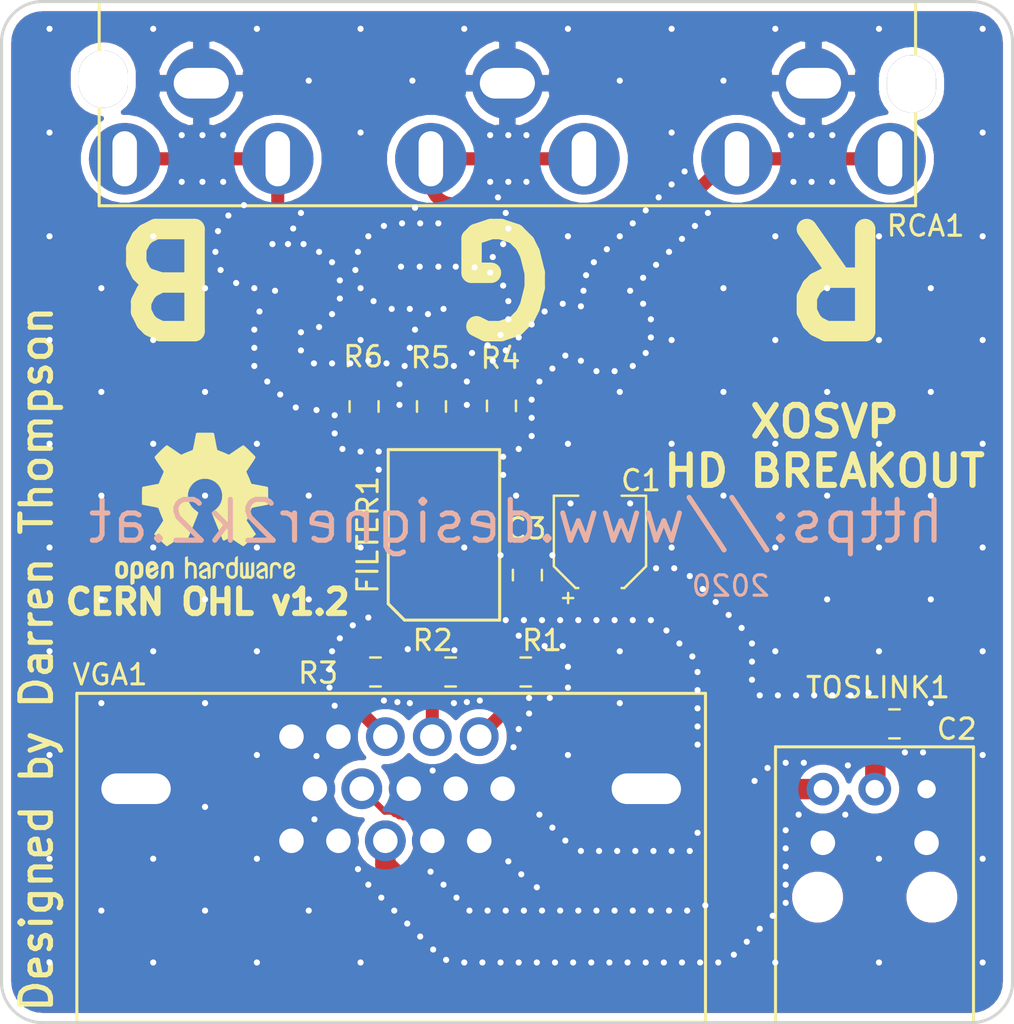
<source format=kicad_pcb>
(kicad_pcb (version 20171130) (host pcbnew "(5.1.6)-1")

  (general
    (thickness 1.6)
    (drawings 14)
    (tracks 612)
    (zones 0)
    (modules 14)
    (nets 13)
  )

  (page A4)
  (layers
    (0 F.Cu signal)
    (31 B.Cu signal hide)
    (33 F.Adhes user)
    (35 F.Paste user)
    (36 B.SilkS user)
    (37 F.SilkS user)
    (38 B.Mask user)
    (39 F.Mask user)
    (40 Dwgs.User user)
    (41 Cmts.User user)
    (42 Eco1.User user)
    (43 Eco2.User user)
    (44 Edge.Cuts user)
    (45 Margin user)
    (46 B.CrtYd user)
    (47 F.CrtYd user)
    (49 F.Fab user hide)
  )

  (setup
    (last_trace_width 0.3)
    (user_trace_width 0.127)
    (user_trace_width 0.25)
    (user_trace_width 0.3)
    (user_trace_width 0.45)
    (user_trace_width 1)
    (user_trace_width 2)
    (trace_clearance 0.127)
    (zone_clearance 0.4)
    (zone_45_only yes)
    (trace_min 0.127)
    (via_size 0.45)
    (via_drill 0.2)
    (via_min_size 0.45)
    (via_min_drill 0.2)
    (user_via 0.6 0.3)
    (uvia_size 0.3)
    (uvia_drill 0.1)
    (uvias_allowed no)
    (uvia_min_size 0.2)
    (uvia_min_drill 0.1)
    (edge_width 0.15)
    (segment_width 1)
    (pcb_text_width 0.3)
    (pcb_text_size 1.5 1.5)
    (mod_edge_width 0.15)
    (mod_text_size 1 1)
    (mod_text_width 0.15)
    (pad_size 1.75 1.75)
    (pad_drill 1.2)
    (pad_to_mask_clearance 0)
    (solder_mask_min_width 0.25)
    (aux_axis_origin 0 0)
    (visible_elements 7FFFFFFF)
    (pcbplotparams
      (layerselection 0x010f0_ffffffff)
      (usegerberextensions false)
      (usegerberattributes true)
      (usegerberadvancedattributes true)
      (creategerberjobfile false)
      (excludeedgelayer true)
      (linewidth 0.100000)
      (plotframeref false)
      (viasonmask true)
      (mode 1)
      (useauxorigin false)
      (hpglpennumber 1)
      (hpglpenspeed 20)
      (hpglpendiameter 15.000000)
      (psnegative false)
      (psa4output false)
      (plotreference true)
      (plotvalue true)
      (plotinvisibletext false)
      (padsonsilk false)
      (subtractmaskfromsilk false)
      (outputformat 1)
      (mirror false)
      (drillshape 0)
      (scaleselection 1)
      (outputdirectory "./"))
  )

  (net 0 "")
  (net 1 PB_BLUE)
  (net 2 Y_GREEN)
  (net 3 PR_RED)
  (net 4 SPDIF)
  (net 5 "Net-(FILTER1-Pad8)")
  (net 6 "Net-(FILTER1-Pad6)")
  (net 7 "Net-(R4-Pad2)")
  (net 8 "Net-(R5-Pad2)")
  (net 9 "Net-(R6-Pad2)")
  (net 10 +5V)
  (net 11 Earth)
  (net 12 "Net-(FILTER1-Pad7)")

  (net_class Default "This is the default net class."
    (clearance 0.127)
    (trace_width 0.25)
    (via_dia 0.45)
    (via_drill 0.2)
    (uvia_dia 0.3)
    (uvia_drill 0.1)
  )

  (net_class 75ohm ""
    (clearance 0.4)
    (trace_width 0.64)
    (via_dia 0.64)
    (via_drill 0.2)
    (uvia_dia 0.3)
    (uvia_drill 0.1)
    (add_net "Net-(FILTER1-Pad6)")
    (add_net "Net-(FILTER1-Pad7)")
    (add_net "Net-(FILTER1-Pad8)")
    (add_net "Net-(R4-Pad2)")
    (add_net "Net-(R5-Pad2)")
    (add_net "Net-(R6-Pad2)")
    (add_net PB_BLUE)
    (add_net PR_RED)
    (add_net Y_GREEN)
  )

  (net_class med ""
    (clearance 0.127)
    (trace_width 1)
    (via_dia 0.45)
    (via_drill 0.2)
    (uvia_dia 0.3)
    (uvia_drill 0.1)
    (add_net +5V)
    (add_net Earth)
    (add_net SPDIF)
  )

  (module xosvp:PLT133 (layer F.Cu) (tedit 5F04971D) (tstamp 5F04E65B)
    (at 63.291 67.31 180)
    (path /5AE28426)
    (fp_text reference TOSLINK1 (at -0.1582 9.652) (layer F.SilkS)
      (effects (font (size 1 1) (thickness 0.15)))
    )
    (fp_text value PLT133/T10W (at 0 -8.75) (layer F.Fab)
      (effects (font (size 1 1) (thickness 0.15)))
    )
    (fp_line (start -4.84 -6.75) (end 4.86 -6.75) (layer F.SilkS) (width 0.15))
    (fp_line (start 4.86 -6.75) (end 4.86 6.75) (layer F.SilkS) (width 0.15))
    (fp_line (start 4.86 6.75) (end -4.84 6.75) (layer F.SilkS) (width 0.15))
    (fp_line (start -4.84 6.75) (end -4.84 -6.75) (layer F.SilkS) (width 0.15))
    (pad "" np_thru_hole circle (at 2.8 -0.61 180) (size 1.7 1.7) (drill 1.7) (layers *.Cu *.Mask))
    (pad "" np_thru_hole circle (at -2.8 -0.61 180) (size 1.7 1.7) (drill 1.7) (layers *.Cu *.Mask))
    (pad 1 thru_hole circle (at -2.54 4.68 180) (size 1.6 1.6) (drill 0.9) (layers *.Cu *.Mask)
      (net 11 Earth))
    (pad 2 thru_hole circle (at 0 4.68 180) (size 1.6 1.6) (drill 0.9) (layers *.Cu *.Mask)
      (net 10 +5V))
    (pad 3 thru_hole circle (at 2.54 4.68 180) (size 1.6 1.6) (drill 0.9) (layers *.Cu *.Mask)
      (net 4 SPDIF))
    (pad 4 thru_hole circle (at -2.54 2.05 180) (size 2 2) (drill 1.2) (layers *.Cu *.Mask)
      (net 11 Earth))
    (pad 5 thru_hole circle (at 2.54 2.05 180) (size 2 2) (drill 1.2) (layers *.Cu *.Mask)
      (net 11 Earth))
  )

  (module Symbol:OSHW-Logo2_9.8x8mm_SilkScreen (layer F.Cu) (tedit 5BCBA2F0) (tstamp 5BCBD222)
    (at 30.48 48.895)
    (descr "Open Source Hardware Symbol")
    (tags "Logo Symbol OSHW")
    (attr virtual)
    (fp_text reference REF** (at -0.48 1.105) (layer F.SilkS) hide
      (effects (font (size 1 1) (thickness 0.15)))
    )
    (fp_text value OSHW-Logo2_9.8x8mm_SilkScreen (at -2.159 -32.258) (layer F.Fab) hide
      (effects (font (size 1 1) (thickness 0.15)))
    )
    (fp_poly (pts (xy 0.139878 -3.712224) (xy 0.245612 -3.711645) (xy 0.322132 -3.710078) (xy 0.374372 -3.707028)
      (xy 0.407263 -3.702004) (xy 0.425737 -3.694511) (xy 0.434727 -3.684056) (xy 0.439163 -3.670147)
      (xy 0.439594 -3.668346) (xy 0.446333 -3.635855) (xy 0.458808 -3.571748) (xy 0.475719 -3.482849)
      (xy 0.495771 -3.375981) (xy 0.517664 -3.257967) (xy 0.518429 -3.253822) (xy 0.540359 -3.138169)
      (xy 0.560877 -3.035986) (xy 0.578659 -2.953402) (xy 0.592381 -2.896544) (xy 0.600718 -2.871542)
      (xy 0.601116 -2.871099) (xy 0.625677 -2.85889) (xy 0.676315 -2.838544) (xy 0.742095 -2.814455)
      (xy 0.742461 -2.814326) (xy 0.825317 -2.783182) (xy 0.923 -2.743509) (xy 1.015077 -2.703619)
      (xy 1.019434 -2.701647) (xy 1.169407 -2.63358) (xy 1.501498 -2.860361) (xy 1.603374 -2.929496)
      (xy 1.695657 -2.991303) (xy 1.773003 -3.042267) (xy 1.830064 -3.078873) (xy 1.861495 -3.097606)
      (xy 1.864479 -3.098996) (xy 1.887321 -3.09281) (xy 1.929982 -3.062965) (xy 1.994128 -3.008053)
      (xy 2.081421 -2.926666) (xy 2.170535 -2.840078) (xy 2.256441 -2.754753) (xy 2.333327 -2.676892)
      (xy 2.396564 -2.611303) (xy 2.441523 -2.562795) (xy 2.463576 -2.536175) (xy 2.464396 -2.534805)
      (xy 2.466834 -2.516537) (xy 2.45765 -2.486705) (xy 2.434574 -2.441279) (xy 2.395337 -2.37623)
      (xy 2.33767 -2.28753) (xy 2.260795 -2.173343) (xy 2.19257 -2.072838) (xy 2.131582 -1.982697)
      (xy 2.081356 -1.908151) (xy 2.045416 -1.854435) (xy 2.027287 -1.826782) (xy 2.026146 -1.824905)
      (xy 2.028359 -1.79841) (xy 2.045138 -1.746914) (xy 2.073142 -1.680149) (xy 2.083122 -1.658828)
      (xy 2.126672 -1.563841) (xy 2.173134 -1.456063) (xy 2.210877 -1.362808) (xy 2.238073 -1.293594)
      (xy 2.259675 -1.240994) (xy 2.272158 -1.213503) (xy 2.273709 -1.211384) (xy 2.296668 -1.207876)
      (xy 2.350786 -1.198262) (xy 2.428868 -1.183911) (xy 2.523719 -1.166193) (xy 2.628143 -1.146475)
      (xy 2.734944 -1.126126) (xy 2.836926 -1.106514) (xy 2.926894 -1.089009) (xy 2.997653 -1.074978)
      (xy 3.042006 -1.065791) (xy 3.052885 -1.063193) (xy 3.064122 -1.056782) (xy 3.072605 -1.042303)
      (xy 3.078714 -1.014867) (xy 3.082832 -0.969589) (xy 3.085341 -0.90158) (xy 3.086621 -0.805953)
      (xy 3.087054 -0.67782) (xy 3.087077 -0.625299) (xy 3.087077 -0.198155) (xy 2.9845 -0.177909)
      (xy 2.927431 -0.16693) (xy 2.842269 -0.150905) (xy 2.739372 -0.131767) (xy 2.629096 -0.111449)
      (xy 2.598615 -0.105868) (xy 2.496855 -0.086083) (xy 2.408205 -0.066627) (xy 2.340108 -0.049303)
      (xy 2.300004 -0.035912) (xy 2.293323 -0.031921) (xy 2.276919 -0.003658) (xy 2.253399 0.051109)
      (xy 2.227316 0.121588) (xy 2.222142 0.136769) (xy 2.187956 0.230896) (xy 2.145523 0.337101)
      (xy 2.103997 0.432473) (xy 2.103792 0.432916) (xy 2.03464 0.582525) (xy 2.489512 1.251617)
      (xy 2.1975 1.544116) (xy 2.10918 1.63117) (xy 2.028625 1.707909) (xy 1.96036 1.770237)
      (xy 1.908908 1.814056) (xy 1.878794 1.83527) (xy 1.874474 1.836616) (xy 1.849111 1.826016)
      (xy 1.797358 1.796547) (xy 1.724868 1.751705) (xy 1.637294 1.694984) (xy 1.542612 1.631462)
      (xy 1.446516 1.566668) (xy 1.360837 1.510287) (xy 1.291016 1.465788) (xy 1.242494 1.436639)
      (xy 1.220782 1.426308) (xy 1.194293 1.43505) (xy 1.144062 1.458087) (xy 1.080451 1.490631)
      (xy 1.073708 1.494249) (xy 0.988046 1.53721) (xy 0.929306 1.558279) (xy 0.892772 1.558503)
      (xy 0.873731 1.538928) (xy 0.87362 1.538654) (xy 0.864102 1.515472) (xy 0.841403 1.460441)
      (xy 0.807282 1.377822) (xy 0.7635 1.271872) (xy 0.711816 1.146852) (xy 0.653992 1.00702)
      (xy 0.597991 0.871637) (xy 0.536447 0.722234) (xy 0.479939 0.583832) (xy 0.430161 0.460673)
      (xy 0.388806 0.357002) (xy 0.357568 0.277059) (xy 0.338141 0.225088) (xy 0.332154 0.205692)
      (xy 0.347168 0.183443) (xy 0.386439 0.147982) (xy 0.438807 0.108887) (xy 0.587941 -0.014755)
      (xy 0.704511 -0.156478) (xy 0.787118 -0.313296) (xy 0.834366 -0.482225) (xy 0.844857 -0.660278)
      (xy 0.837231 -0.742461) (xy 0.795682 -0.912969) (xy 0.724123 -1.063541) (xy 0.626995 -1.192691)
      (xy 0.508734 -1.298936) (xy 0.37378 -1.38079) (xy 0.226571 -1.436768) (xy 0.071544 -1.465385)
      (xy -0.086861 -1.465156) (xy -0.244206 -1.434595) (xy -0.396054 -1.372218) (xy -0.537965 -1.27654)
      (xy -0.597197 -1.222428) (xy -0.710797 -1.08348) (xy -0.789894 -0.931639) (xy -0.835014 -0.771333)
      (xy -0.846684 -0.606988) (xy -0.825431 -0.443029) (xy -0.77178 -0.283882) (xy -0.68626 -0.133975)
      (xy -0.569395 0.002267) (xy -0.438807 0.108887) (xy -0.384412 0.149642) (xy -0.345986 0.184718)
      (xy -0.332154 0.205726) (xy -0.339397 0.228635) (xy -0.359995 0.283365) (xy -0.392254 0.365672)
      (xy -0.434479 0.471315) (xy -0.484977 0.59605) (xy -0.542052 0.735636) (xy -0.598146 0.87167)
      (xy -0.660033 1.021201) (xy -0.717356 1.159767) (xy -0.768356 1.283107) (xy -0.811273 1.386964)
      (xy -0.844347 1.46708) (xy -0.865819 1.519195) (xy -0.873775 1.538654) (xy -0.892571 1.558423)
      (xy -0.928926 1.558365) (xy -0.987521 1.537441) (xy -1.073032 1.494613) (xy -1.073708 1.494249)
      (xy -1.138093 1.461012) (xy -1.190139 1.436802) (xy -1.219488 1.426404) (xy -1.220783 1.426308)
      (xy -1.242876 1.436855) (xy -1.291652 1.466184) (xy -1.361669 1.510827) (xy -1.447486 1.567314)
      (xy -1.542612 1.631462) (xy -1.63946 1.696411) (xy -1.726747 1.752896) (xy -1.798819 1.797421)
      (xy -1.850023 1.82649) (xy -1.874474 1.836616) (xy -1.89699 1.823307) (xy -1.942258 1.786112)
      (xy -2.005756 1.729128) (xy -2.082961 1.656449) (xy -2.169349 1.572171) (xy -2.197601 1.544016)
      (xy -2.489713 1.251416) (xy -2.267369 0.925104) (xy -2.199798 0.824897) (xy -2.140493 0.734963)
      (xy -2.092783 0.66051) (xy -2.059993 0.606751) (xy -2.045452 0.578894) (xy -2.045026 0.576912)
      (xy -2.052692 0.550655) (xy -2.073311 0.497837) (xy -2.103315 0.42731) (xy -2.124375 0.380093)
      (xy -2.163752 0.289694) (xy -2.200835 0.198366) (xy -2.229585 0.1212) (xy -2.237395 0.097692)
      (xy -2.259583 0.034916) (xy -2.281273 -0.013589) (xy -2.293187 -0.031921) (xy -2.319477 -0.043141)
      (xy -2.376858 -0.059046) (xy -2.457882 -0.077833) (xy -2.555105 -0.097701) (xy -2.598615 -0.105868)
      (xy -2.709104 -0.126171) (xy -2.815084 -0.14583) (xy -2.906199 -0.162912) (xy -2.972092 -0.175482)
      (xy -2.9845 -0.177909) (xy -3.087077 -0.198155) (xy -3.087077 -0.625299) (xy -3.086847 -0.765754)
      (xy -3.085901 -0.872021) (xy -3.083859 -0.948987) (xy -3.080338 -1.00154) (xy -3.074957 -1.034567)
      (xy -3.067334 -1.052955) (xy -3.057088 -1.061592) (xy -3.052885 -1.063193) (xy -3.02753 -1.068873)
      (xy -2.971516 -1.080205) (xy -2.892036 -1.095821) (xy -2.796288 -1.114353) (xy -2.691467 -1.134431)
      (xy -2.584768 -1.154688) (xy -2.483387 -1.173754) (xy -2.394521 -1.190261) (xy -2.325363 -1.202841)
      (xy -2.283111 -1.210125) (xy -2.27371 -1.211384) (xy -2.265193 -1.228237) (xy -2.24634 -1.27313)
      (xy -2.220676 -1.33757) (xy -2.210877 -1.362808) (xy -2.171352 -1.460314) (xy -2.124808 -1.568041)
      (xy -2.083123 -1.658828) (xy -2.05245 -1.728247) (xy -2.032044 -1.78529) (xy -2.025232 -1.820223)
      (xy -2.026318 -1.824905) (xy -2.040715 -1.847009) (xy -2.073588 -1.896169) (xy -2.12141 -1.967152)
      (xy -2.180652 -2.054722) (xy -2.247785 -2.153643) (xy -2.261059 -2.17317) (xy -2.338954 -2.28886)
      (xy -2.396213 -2.376956) (xy -2.435119 -2.441514) (xy -2.457956 -2.486589) (xy -2.467006 -2.516237)
      (xy -2.464552 -2.534515) (xy -2.464489 -2.534631) (xy -2.445173 -2.558639) (xy -2.402449 -2.605053)
      (xy -2.340949 -2.669063) (xy -2.265302 -2.745855) (xy -2.180139 -2.830618) (xy -2.170535 -2.840078)
      (xy -2.06321 -2.944011) (xy -1.980385 -3.020325) (xy -1.920395 -3.070429) (xy -1.881577 -3.09573)
      (xy -1.86448 -3.098996) (xy -1.839527 -3.08475) (xy -1.787745 -3.051844) (xy -1.71448 -3.003792)
      (xy -1.62508 -2.94411) (xy -1.524889 -2.876312) (xy -1.501499 -2.860361) (xy -1.169407 -2.63358)
      (xy -1.019435 -2.701647) (xy -0.92823 -2.741315) (xy -0.830331 -2.781209) (xy -0.746169 -2.813017)
      (xy -0.742462 -2.814326) (xy -0.676631 -2.838424) (xy -0.625884 -2.8588) (xy -0.601158 -2.871064)
      (xy -0.601116 -2.871099) (xy -0.593271 -2.893266) (xy -0.579934 -2.947783) (xy -0.56243 -3.02852)
      (xy -0.542083 -3.12935) (xy -0.520218 -3.244144) (xy -0.518429 -3.253822) (xy -0.496496 -3.372096)
      (xy -0.47636 -3.479458) (xy -0.45932 -3.569083) (xy -0.446672 -3.634149) (xy -0.439716 -3.667832)
      (xy -0.439594 -3.668346) (xy -0.435361 -3.682675) (xy -0.427129 -3.693493) (xy -0.409967 -3.701294)
      (xy -0.378942 -3.706571) (xy -0.329122 -3.709818) (xy -0.255576 -3.711528) (xy -0.153371 -3.712193)
      (xy -0.017575 -3.712307) (xy 0 -3.712308) (xy 0.139878 -3.712224)) (layer F.SilkS) (width 0.01))
    (fp_poly (pts (xy 4.245224 2.647838) (xy 4.322528 2.698361) (xy 4.359814 2.74359) (xy 4.389353 2.825663)
      (xy 4.391699 2.890607) (xy 4.386385 2.977445) (xy 4.186115 3.065103) (xy 4.088739 3.109887)
      (xy 4.025113 3.145913) (xy 3.992029 3.177117) (xy 3.98628 3.207436) (xy 4.004658 3.240805)
      (xy 4.024923 3.262923) (xy 4.083889 3.298393) (xy 4.148024 3.300879) (xy 4.206926 3.273235)
      (xy 4.250197 3.21832) (xy 4.257936 3.198928) (xy 4.295006 3.138364) (xy 4.337654 3.112552)
      (xy 4.396154 3.090471) (xy 4.396154 3.174184) (xy 4.390982 3.23115) (xy 4.370723 3.279189)
      (xy 4.328262 3.334346) (xy 4.321951 3.341514) (xy 4.27472 3.390585) (xy 4.234121 3.41692)
      (xy 4.183328 3.429035) (xy 4.14122 3.433003) (xy 4.065902 3.433991) (xy 4.012286 3.421466)
      (xy 3.978838 3.402869) (xy 3.926268 3.361975) (xy 3.889879 3.317748) (xy 3.86685 3.262126)
      (xy 3.854359 3.187047) (xy 3.849587 3.084449) (xy 3.849206 3.032376) (xy 3.850501 2.969948)
      (xy 3.968471 2.969948) (xy 3.969839 3.003438) (xy 3.973249 3.008923) (xy 3.995753 3.001472)
      (xy 4.044182 2.981753) (xy 4.108908 2.953718) (xy 4.122443 2.947692) (xy 4.204244 2.906096)
      (xy 4.249312 2.869538) (xy 4.259217 2.835296) (xy 4.235526 2.800648) (xy 4.21596 2.785339)
      (xy 4.14536 2.754721) (xy 4.07928 2.75978) (xy 4.023959 2.797151) (xy 3.985636 2.863473)
      (xy 3.973349 2.916116) (xy 3.968471 2.969948) (xy 3.850501 2.969948) (xy 3.85173 2.91072)
      (xy 3.861032 2.82071) (xy 3.87946 2.755167) (xy 3.90936 2.706912) (xy 3.95308 2.668767)
      (xy 3.972141 2.65644) (xy 4.058726 2.624336) (xy 4.153522 2.622316) (xy 4.245224 2.647838)) (layer F.SilkS) (width 0.01))
    (fp_poly (pts (xy 3.570807 2.636782) (xy 3.594161 2.646988) (xy 3.649902 2.691134) (xy 3.697569 2.754967)
      (xy 3.727048 2.823087) (xy 3.731846 2.85667) (xy 3.71576 2.903556) (xy 3.680475 2.928365)
      (xy 3.642644 2.943387) (xy 3.625321 2.946155) (xy 3.616886 2.926066) (xy 3.60023 2.882351)
      (xy 3.592923 2.862598) (xy 3.551948 2.794271) (xy 3.492622 2.760191) (xy 3.416552 2.761239)
      (xy 3.410918 2.762581) (xy 3.370305 2.781836) (xy 3.340448 2.819375) (xy 3.320055 2.879809)
      (xy 3.307836 2.967751) (xy 3.3025 3.087813) (xy 3.302 3.151698) (xy 3.301752 3.252403)
      (xy 3.300126 3.321054) (xy 3.295801 3.364673) (xy 3.287454 3.390282) (xy 3.273765 3.404903)
      (xy 3.253411 3.415558) (xy 3.252234 3.416095) (xy 3.213038 3.432667) (xy 3.193619 3.438769)
      (xy 3.190635 3.420319) (xy 3.188081 3.369323) (xy 3.18614 3.292308) (xy 3.184997 3.195805)
      (xy 3.184769 3.125184) (xy 3.185932 2.988525) (xy 3.190479 2.884851) (xy 3.199999 2.808108)
      (xy 3.216081 2.752246) (xy 3.240313 2.711212) (xy 3.274286 2.678954) (xy 3.307833 2.65644)
      (xy 3.388499 2.626476) (xy 3.482381 2.619718) (xy 3.570807 2.636782)) (layer F.SilkS) (width 0.01))
    (fp_poly (pts (xy 2.887333 2.633528) (xy 2.94359 2.659117) (xy 2.987747 2.690124) (xy 3.020101 2.724795)
      (xy 3.042438 2.76952) (xy 3.056546 2.830692) (xy 3.064211 2.914701) (xy 3.06722 3.02794)
      (xy 3.067538 3.102509) (xy 3.067538 3.39342) (xy 3.017773 3.416095) (xy 2.978576 3.432667)
      (xy 2.959157 3.438769) (xy 2.955442 3.42061) (xy 2.952495 3.371648) (xy 2.950691 3.300153)
      (xy 2.950308 3.243385) (xy 2.948661 3.161371) (xy 2.944222 3.096309) (xy 2.93774 3.056467)
      (xy 2.93259 3.048) (xy 2.897977 3.056646) (xy 2.84364 3.078823) (xy 2.780722 3.108886)
      (xy 2.720368 3.141192) (xy 2.673721 3.170098) (xy 2.651926 3.189961) (xy 2.651839 3.190175)
      (xy 2.653714 3.226935) (xy 2.670525 3.262026) (xy 2.700039 3.290528) (xy 2.743116 3.300061)
      (xy 2.779932 3.29895) (xy 2.832074 3.298133) (xy 2.859444 3.310349) (xy 2.875882 3.342624)
      (xy 2.877955 3.34871) (xy 2.885081 3.394739) (xy 2.866024 3.422687) (xy 2.816353 3.436007)
      (xy 2.762697 3.43847) (xy 2.666142 3.42021) (xy 2.616159 3.394131) (xy 2.554429 3.332868)
      (xy 2.52169 3.25767) (xy 2.518753 3.178211) (xy 2.546424 3.104167) (xy 2.588047 3.057769)
      (xy 2.629604 3.031793) (xy 2.694922 2.998907) (xy 2.771038 2.965557) (xy 2.783726 2.960461)
      (xy 2.867333 2.923565) (xy 2.91553 2.891046) (xy 2.93103 2.858718) (xy 2.91655 2.822394)
      (xy 2.891692 2.794) (xy 2.832939 2.759039) (xy 2.768293 2.756417) (xy 2.709008 2.783358)
      (xy 2.666339 2.837088) (xy 2.660739 2.85095) (xy 2.628133 2.901936) (xy 2.58053 2.939787)
      (xy 2.520461 2.97085) (xy 2.520461 2.882768) (xy 2.523997 2.828951) (xy 2.539156 2.786534)
      (xy 2.572768 2.741279) (xy 2.605035 2.70642) (xy 2.655209 2.657062) (xy 2.694193 2.630547)
      (xy 2.736064 2.619911) (xy 2.78346 2.618154) (xy 2.887333 2.633528)) (layer F.SilkS) (width 0.01))
    (fp_poly (pts (xy 2.395929 2.636662) (xy 2.398911 2.688068) (xy 2.401247 2.766192) (xy 2.402749 2.864857)
      (xy 2.403231 2.968343) (xy 2.403231 3.318533) (xy 2.341401 3.380363) (xy 2.298793 3.418462)
      (xy 2.26139 3.433895) (xy 2.21027 3.432918) (xy 2.189978 3.430433) (xy 2.126554 3.4232)
      (xy 2.074095 3.419055) (xy 2.061308 3.418672) (xy 2.018199 3.421176) (xy 1.956544 3.427462)
      (xy 1.932638 3.430433) (xy 1.873922 3.435028) (xy 1.834464 3.425046) (xy 1.795338 3.394228)
      (xy 1.781215 3.380363) (xy 1.719385 3.318533) (xy 1.719385 2.663503) (xy 1.76915 2.640829)
      (xy 1.812002 2.624034) (xy 1.837073 2.618154) (xy 1.843501 2.636736) (xy 1.849509 2.688655)
      (xy 1.854697 2.768172) (xy 1.858664 2.869546) (xy 1.860577 2.955192) (xy 1.865923 3.292231)
      (xy 1.91256 3.298825) (xy 1.954976 3.294214) (xy 1.97576 3.279287) (xy 1.98157 3.251377)
      (xy 1.98653 3.191925) (xy 1.990246 3.108466) (xy 1.992324 3.008532) (xy 1.992624 2.957104)
      (xy 1.992923 2.661054) (xy 2.054454 2.639604) (xy 2.098004 2.62502) (xy 2.121694 2.618219)
      (xy 2.122377 2.618154) (xy 2.124754 2.636642) (xy 2.127366 2.687906) (xy 2.129995 2.765649)
      (xy 2.132421 2.863574) (xy 2.134115 2.955192) (xy 2.139461 3.292231) (xy 2.256692 3.292231)
      (xy 2.262072 2.984746) (xy 2.267451 2.677261) (xy 2.324601 2.647707) (xy 2.366797 2.627413)
      (xy 2.39177 2.618204) (xy 2.392491 2.618154) (xy 2.395929 2.636662)) (layer F.SilkS) (width 0.01))
    (fp_poly (pts (xy 1.602081 2.780289) (xy 1.601833 2.92632) (xy 1.600872 3.038655) (xy 1.598794 3.122678)
      (xy 1.595193 3.183769) (xy 1.589665 3.227309) (xy 1.581804 3.258679) (xy 1.571207 3.283262)
      (xy 1.563182 3.297294) (xy 1.496728 3.373388) (xy 1.41247 3.421084) (xy 1.319249 3.438199)
      (xy 1.2259 3.422546) (xy 1.170312 3.394418) (xy 1.111957 3.34576) (xy 1.072186 3.286333)
      (xy 1.04819 3.208507) (xy 1.037161 3.104652) (xy 1.035599 3.028462) (xy 1.035809 3.022986)
      (xy 1.172308 3.022986) (xy 1.173141 3.110355) (xy 1.176961 3.168192) (xy 1.185746 3.206029)
      (xy 1.201474 3.233398) (xy 1.220266 3.254042) (xy 1.283375 3.29389) (xy 1.351137 3.297295)
      (xy 1.415179 3.264025) (xy 1.420164 3.259517) (xy 1.441439 3.236067) (xy 1.454779 3.208166)
      (xy 1.462001 3.166641) (xy 1.464923 3.102316) (xy 1.465385 3.0312) (xy 1.464383 2.941858)
      (xy 1.460238 2.882258) (xy 1.451236 2.843089) (xy 1.435667 2.81504) (xy 1.422902 2.800144)
      (xy 1.3636 2.762575) (xy 1.295301 2.758057) (xy 1.23011 2.786753) (xy 1.217528 2.797406)
      (xy 1.196111 2.821063) (xy 1.182744 2.849251) (xy 1.175566 2.891245) (xy 1.172719 2.956319)
      (xy 1.172308 3.022986) (xy 1.035809 3.022986) (xy 1.040322 2.905765) (xy 1.056362 2.813577)
      (xy 1.086528 2.744269) (xy 1.133629 2.690211) (xy 1.170312 2.662505) (xy 1.23699 2.632572)
      (xy 1.314272 2.618678) (xy 1.38611 2.622397) (xy 1.426308 2.6374) (xy 1.442082 2.64167)
      (xy 1.45255 2.62575) (xy 1.459856 2.583089) (xy 1.465385 2.518106) (xy 1.471437 2.445732)
      (xy 1.479844 2.402187) (xy 1.495141 2.377287) (xy 1.521864 2.360845) (xy 1.538654 2.353564)
      (xy 1.602154 2.326963) (xy 1.602081 2.780289)) (layer F.SilkS) (width 0.01))
    (fp_poly (pts (xy 0.713362 2.62467) (xy 0.802117 2.657421) (xy 0.874022 2.71535) (xy 0.902144 2.756128)
      (xy 0.932802 2.830954) (xy 0.932165 2.885058) (xy 0.899987 2.921446) (xy 0.888081 2.927633)
      (xy 0.836675 2.946925) (xy 0.810422 2.941982) (xy 0.80153 2.909587) (xy 0.801077 2.891692)
      (xy 0.784797 2.825859) (xy 0.742365 2.779807) (xy 0.683388 2.757564) (xy 0.617475 2.763161)
      (xy 0.563895 2.792229) (xy 0.545798 2.80881) (xy 0.532971 2.828925) (xy 0.524306 2.859332)
      (xy 0.518696 2.906788) (xy 0.515035 2.97805) (xy 0.512215 3.079875) (xy 0.511484 3.112115)
      (xy 0.50882 3.22241) (xy 0.505792 3.300036) (xy 0.50125 3.351396) (xy 0.494046 3.38289)
      (xy 0.483033 3.40092) (xy 0.46706 3.411888) (xy 0.456834 3.416733) (xy 0.413406 3.433301)
      (xy 0.387842 3.438769) (xy 0.379395 3.420507) (xy 0.374239 3.365296) (xy 0.372346 3.272499)
      (xy 0.373689 3.141478) (xy 0.374107 3.121269) (xy 0.377058 3.001733) (xy 0.380548 2.914449)
      (xy 0.385514 2.852591) (xy 0.392893 2.809336) (xy 0.403624 2.77786) (xy 0.418645 2.751339)
      (xy 0.426502 2.739975) (xy 0.471553 2.689692) (xy 0.52194 2.650581) (xy 0.528108 2.647167)
      (xy 0.618458 2.620212) (xy 0.713362 2.62467)) (layer F.SilkS) (width 0.01))
    (fp_poly (pts (xy 0.053501 2.626303) (xy 0.13006 2.654733) (xy 0.130936 2.655279) (xy 0.178285 2.690127)
      (xy 0.213241 2.730852) (xy 0.237825 2.783925) (xy 0.254062 2.855814) (xy 0.263975 2.952992)
      (xy 0.269586 3.081928) (xy 0.270077 3.100298) (xy 0.277141 3.377287) (xy 0.217695 3.408028)
      (xy 0.174681 3.428802) (xy 0.14871 3.438646) (xy 0.147509 3.438769) (xy 0.143014 3.420606)
      (xy 0.139444 3.371612) (xy 0.137248 3.300031) (xy 0.136769 3.242068) (xy 0.136758 3.14817)
      (xy 0.132466 3.089203) (xy 0.117503 3.061079) (xy 0.085482 3.059706) (xy 0.030014 3.080998)
      (xy -0.053731 3.120136) (xy -0.115311 3.152643) (xy -0.146983 3.180845) (xy -0.156294 3.211582)
      (xy -0.156308 3.213104) (xy -0.140943 3.266054) (xy -0.095453 3.29466) (xy -0.025834 3.298803)
      (xy 0.024313 3.298084) (xy 0.050754 3.312527) (xy 0.067243 3.347218) (xy 0.076733 3.391416)
      (xy 0.063057 3.416493) (xy 0.057907 3.420082) (xy 0.009425 3.434496) (xy -0.058469 3.436537)
      (xy -0.128388 3.426983) (xy -0.177932 3.409522) (xy -0.24643 3.351364) (xy -0.285366 3.270408)
      (xy -0.293077 3.20716) (xy -0.287193 3.150111) (xy -0.265899 3.103542) (xy -0.223735 3.062181)
      (xy -0.155241 3.020755) (xy -0.054956 2.973993) (xy -0.048846 2.97135) (xy 0.04149 2.929617)
      (xy 0.097235 2.895391) (xy 0.121129 2.864635) (xy 0.115913 2.833311) (xy 0.084328 2.797383)
      (xy 0.074883 2.789116) (xy 0.011617 2.757058) (xy -0.053936 2.758407) (xy -0.111028 2.789838)
      (xy -0.148907 2.848024) (xy -0.152426 2.859446) (xy -0.1867 2.914837) (xy -0.230191 2.941518)
      (xy -0.293077 2.96796) (xy -0.293077 2.899548) (xy -0.273948 2.80011) (xy -0.217169 2.708902)
      (xy -0.187622 2.678389) (xy -0.120458 2.639228) (xy -0.035044 2.6215) (xy 0.053501 2.626303)) (layer F.SilkS) (width 0.01))
    (fp_poly (pts (xy -0.840154 2.49212) (xy -0.834428 2.57198) (xy -0.827851 2.619039) (xy -0.818738 2.639566)
      (xy -0.805402 2.639829) (xy -0.801077 2.637378) (xy -0.743556 2.619636) (xy -0.668732 2.620672)
      (xy -0.592661 2.63891) (xy -0.545082 2.662505) (xy -0.496298 2.700198) (xy -0.460636 2.742855)
      (xy -0.436155 2.797057) (xy -0.420913 2.869384) (xy -0.41297 2.966419) (xy -0.410384 3.094742)
      (xy -0.410338 3.119358) (xy -0.410308 3.39587) (xy -0.471839 3.41732) (xy -0.515541 3.431912)
      (xy -0.539518 3.438706) (xy -0.540223 3.438769) (xy -0.542585 3.420345) (xy -0.544594 3.369526)
      (xy -0.546099 3.292993) (xy -0.546947 3.19743) (xy -0.547077 3.139329) (xy -0.547349 3.024771)
      (xy -0.548748 2.942667) (xy -0.552151 2.886393) (xy -0.558433 2.849326) (xy -0.568471 2.824844)
      (xy -0.583139 2.806325) (xy -0.592298 2.797406) (xy -0.655211 2.761466) (xy -0.723864 2.758775)
      (xy -0.786152 2.78917) (xy -0.797671 2.800144) (xy -0.814567 2.820779) (xy -0.826286 2.845256)
      (xy -0.833767 2.880647) (xy -0.837946 2.934026) (xy -0.839763 3.012466) (xy -0.840154 3.120617)
      (xy -0.840154 3.39587) (xy -0.901685 3.41732) (xy -0.945387 3.431912) (xy -0.969364 3.438706)
      (xy -0.97007 3.438769) (xy -0.971874 3.420069) (xy -0.9735 3.367322) (xy -0.974883 3.285557)
      (xy -0.975958 3.179805) (xy -0.97666 3.055094) (xy -0.976923 2.916455) (xy -0.976923 2.381806)
      (xy -0.849923 2.328236) (xy -0.840154 2.49212)) (layer F.SilkS) (width 0.01))
    (fp_poly (pts (xy -2.465746 2.599745) (xy -2.388714 2.651567) (xy -2.329184 2.726412) (xy -2.293622 2.821654)
      (xy -2.286429 2.891756) (xy -2.287246 2.921009) (xy -2.294086 2.943407) (xy -2.312888 2.963474)
      (xy -2.349592 2.985733) (xy -2.410138 3.014709) (xy -2.500466 3.054927) (xy -2.500923 3.055129)
      (xy -2.584067 3.09321) (xy -2.652247 3.127025) (xy -2.698495 3.152933) (xy -2.715842 3.167295)
      (xy -2.715846 3.167411) (xy -2.700557 3.198685) (xy -2.664804 3.233157) (xy -2.623758 3.25799)
      (xy -2.602963 3.262923) (xy -2.54623 3.245862) (xy -2.497373 3.203133) (xy -2.473535 3.156155)
      (xy -2.450603 3.121522) (xy -2.405682 3.082081) (xy -2.352877 3.048009) (xy -2.30629 3.02948)
      (xy -2.296548 3.028462) (xy -2.285582 3.045215) (xy -2.284921 3.088039) (xy -2.29298 3.145781)
      (xy -2.308173 3.207289) (xy -2.328914 3.261409) (xy -2.329962 3.26351) (xy -2.392379 3.35066)
      (xy -2.473274 3.409939) (xy -2.565144 3.439034) (xy -2.660487 3.435634) (xy -2.751802 3.397428)
      (xy -2.755862 3.394741) (xy -2.827694 3.329642) (xy -2.874927 3.244705) (xy -2.901066 3.133021)
      (xy -2.904574 3.101643) (xy -2.910787 2.953536) (xy -2.903339 2.884468) (xy -2.715846 2.884468)
      (xy -2.71341 2.927552) (xy -2.700086 2.940126) (xy -2.666868 2.930719) (xy -2.614506 2.908483)
      (xy -2.555976 2.88061) (xy -2.554521 2.879872) (xy -2.504911 2.853777) (xy -2.485 2.836363)
      (xy -2.48991 2.818107) (xy -2.510584 2.79412) (xy -2.563181 2.759406) (xy -2.619823 2.756856)
      (xy -2.670631 2.782119) (xy -2.705724 2.830847) (xy -2.715846 2.884468) (xy -2.903339 2.884468)
      (xy -2.898008 2.835036) (xy -2.865222 2.741055) (xy -2.819579 2.675215) (xy -2.737198 2.608681)
      (xy -2.646454 2.575676) (xy -2.553815 2.573573) (xy -2.465746 2.599745)) (layer F.SilkS) (width 0.01))
    (fp_poly (pts (xy -3.983114 2.587256) (xy -3.891536 2.635409) (xy -3.823951 2.712905) (xy -3.799943 2.762727)
      (xy -3.781262 2.837533) (xy -3.771699 2.932052) (xy -3.770792 3.03521) (xy -3.778079 3.135935)
      (xy -3.793097 3.223153) (xy -3.815385 3.285791) (xy -3.822235 3.296579) (xy -3.903368 3.377105)
      (xy -3.999734 3.425336) (xy -4.104299 3.43945) (xy -4.210032 3.417629) (xy -4.239457 3.404547)
      (xy -4.296759 3.364231) (xy -4.34705 3.310775) (xy -4.351803 3.303995) (xy -4.371122 3.271321)
      (xy -4.383892 3.236394) (xy -4.391436 3.190414) (xy -4.395076 3.124584) (xy -4.396135 3.030105)
      (xy -4.396154 3.008923) (xy -4.396106 3.002182) (xy -4.200769 3.002182) (xy -4.199632 3.091349)
      (xy -4.195159 3.15052) (xy -4.185754 3.188741) (xy -4.169824 3.215053) (xy -4.161692 3.223846)
      (xy -4.114942 3.257261) (xy -4.069553 3.255737) (xy -4.02366 3.226752) (xy -3.996288 3.195809)
      (xy -3.980077 3.150643) (xy -3.970974 3.07942) (xy -3.970349 3.071114) (xy -3.968796 2.942037)
      (xy -3.985035 2.846172) (xy -4.018848 2.784107) (xy -4.070016 2.756432) (xy -4.08828 2.754923)
      (xy -4.13624 2.762513) (xy -4.169047 2.788808) (xy -4.189105 2.839095) (xy -4.198822 2.918664)
      (xy -4.200769 3.002182) (xy -4.396106 3.002182) (xy -4.395426 2.908249) (xy -4.392371 2.837906)
      (xy -4.385678 2.789163) (xy -4.37404 2.753288) (xy -4.356147 2.721548) (xy -4.352192 2.715648)
      (xy -4.285733 2.636104) (xy -4.213315 2.589929) (xy -4.125151 2.571599) (xy -4.095213 2.570703)
      (xy -3.983114 2.587256)) (layer F.SilkS) (width 0.01))
    (fp_poly (pts (xy -1.728336 2.595089) (xy -1.665633 2.631358) (xy -1.622039 2.667358) (xy -1.590155 2.705075)
      (xy -1.56819 2.751199) (xy -1.554351 2.812421) (xy -1.546847 2.895431) (xy -1.543883 3.006919)
      (xy -1.543539 3.087062) (xy -1.543539 3.382065) (xy -1.709615 3.456515) (xy -1.719385 3.133402)
      (xy -1.723421 3.012729) (xy -1.727656 2.925141) (xy -1.732903 2.86465) (xy -1.739975 2.825268)
      (xy -1.749689 2.801007) (xy -1.762856 2.78588) (xy -1.767081 2.782606) (xy -1.831091 2.757034)
      (xy -1.895792 2.767153) (xy -1.934308 2.794) (xy -1.949975 2.813024) (xy -1.96082 2.837988)
      (xy -1.967712 2.875834) (xy -1.971521 2.933502) (xy -1.973117 3.017935) (xy -1.973385 3.105928)
      (xy -1.973437 3.216323) (xy -1.975328 3.294463) (xy -1.981655 3.347165) (xy -1.995017 3.381242)
      (xy -2.018015 3.403511) (xy -2.053246 3.420787) (xy -2.100303 3.438738) (xy -2.151697 3.458278)
      (xy -2.145579 3.111485) (xy -2.143116 2.986468) (xy -2.140233 2.894082) (xy -2.136102 2.827881)
      (xy -2.129893 2.78142) (xy -2.120774 2.748256) (xy -2.107917 2.721944) (xy -2.092416 2.698729)
      (xy -2.017629 2.624569) (xy -1.926372 2.581684) (xy -1.827117 2.571412) (xy -1.728336 2.595089)) (layer F.SilkS) (width 0.01))
    (fp_poly (pts (xy -3.231114 2.584505) (xy -3.156461 2.621727) (xy -3.090569 2.690261) (xy -3.072423 2.715648)
      (xy -3.052655 2.748866) (xy -3.039828 2.784945) (xy -3.03249 2.833098) (xy -3.029187 2.902536)
      (xy -3.028462 2.994206) (xy -3.031737 3.11983) (xy -3.043123 3.214154) (xy -3.064959 3.284523)
      (xy -3.099581 3.338286) (xy -3.14933 3.382788) (xy -3.152986 3.385423) (xy -3.202015 3.412377)
      (xy -3.261055 3.425712) (xy -3.336141 3.429) (xy -3.458205 3.429) (xy -3.458256 3.547497)
      (xy -3.459392 3.613492) (xy -3.466314 3.652202) (xy -3.484402 3.675419) (xy -3.519038 3.694933)
      (xy -3.527355 3.69892) (xy -3.56628 3.717603) (xy -3.596417 3.729403) (xy -3.618826 3.730422)
      (xy -3.634567 3.716761) (xy -3.644698 3.684522) (xy -3.650277 3.629804) (xy -3.652365 3.548711)
      (xy -3.652019 3.437344) (xy -3.6503 3.291802) (xy -3.649763 3.248269) (xy -3.647828 3.098205)
      (xy -3.646096 3.000042) (xy -3.458308 3.000042) (xy -3.457252 3.083364) (xy -3.452562 3.13788)
      (xy -3.441949 3.173837) (xy -3.423128 3.201482) (xy -3.41035 3.214965) (xy -3.35811 3.254417)
      (xy -3.311858 3.257628) (xy -3.264133 3.225049) (xy -3.262923 3.223846) (xy -3.243506 3.198668)
      (xy -3.231693 3.164447) (xy -3.225735 3.111748) (xy -3.22388 3.031131) (xy -3.223846 3.013271)
      (xy -3.22833 2.902175) (xy -3.242926 2.825161) (xy -3.26935 2.778147) (xy -3.309317 2.75705)
      (xy -3.332416 2.754923) (xy -3.387238 2.7649) (xy -3.424842 2.797752) (xy -3.447477 2.857857)
      (xy -3.457394 2.949598) (xy -3.458308 3.000042) (xy -3.646096 3.000042) (xy -3.645778 2.98206)
      (xy -3.643127 2.894679) (xy -3.639394 2.830905) (xy -3.634093 2.785582) (xy -3.626742 2.753555)
      (xy -3.616857 2.729668) (xy -3.603954 2.708764) (xy -3.598421 2.700898) (xy -3.525031 2.626595)
      (xy -3.43224 2.584467) (xy -3.324904 2.572722) (xy -3.231114 2.584505)) (layer F.SilkS) (width 0.01))
  )

  (module Capacitor_SMD:CP_Elec_4x5.8 (layer F.Cu) (tedit 5B3026A2) (tstamp 5BD7A864)
    (at 49.829 50.524 90)
    (descr "SMT capacitor, aluminium electrolytic, 4x5.8, Panasonic ")
    (tags "Capacitor Electrolytic")
    (path /5BCD1654)
    (attr smd)
    (fp_text reference C1 (at 3.004 2.011 180) (layer F.SilkS)
      (effects (font (size 1 1) (thickness 0.15)))
    )
    (fp_text value 10uF (at 0 3.2 90) (layer F.Fab)
      (effects (font (size 1 1) (thickness 0.15)))
    )
    (fp_circle (center 0 0) (end 2 0) (layer F.Fab) (width 0.1))
    (fp_line (start 2.15 -2.15) (end 2.15 2.15) (layer F.Fab) (width 0.1))
    (fp_line (start -1.15 -2.15) (end 2.15 -2.15) (layer F.Fab) (width 0.1))
    (fp_line (start -1.15 2.15) (end 2.15 2.15) (layer F.Fab) (width 0.1))
    (fp_line (start -2.15 -1.15) (end -2.15 1.15) (layer F.Fab) (width 0.1))
    (fp_line (start -2.15 -1.15) (end -1.15 -2.15) (layer F.Fab) (width 0.1))
    (fp_line (start -2.15 1.15) (end -1.15 2.15) (layer F.Fab) (width 0.1))
    (fp_line (start -1.574773 -1) (end -1.174773 -1) (layer F.Fab) (width 0.1))
    (fp_line (start -1.374773 -1.2) (end -1.374773 -0.8) (layer F.Fab) (width 0.1))
    (fp_line (start 2.26 2.26) (end 2.26 1.06) (layer F.SilkS) (width 0.12))
    (fp_line (start 2.26 -2.26) (end 2.26 -1.06) (layer F.SilkS) (width 0.12))
    (fp_line (start -1.195563 -2.26) (end 2.26 -2.26) (layer F.SilkS) (width 0.12))
    (fp_line (start -1.195563 2.26) (end 2.26 2.26) (layer F.SilkS) (width 0.12))
    (fp_line (start -2.26 1.195563) (end -2.26 1.06) (layer F.SilkS) (width 0.12))
    (fp_line (start -2.26 -1.195563) (end -2.26 -1.06) (layer F.SilkS) (width 0.12))
    (fp_line (start -2.26 -1.195563) (end -1.195563 -2.26) (layer F.SilkS) (width 0.12))
    (fp_line (start -2.26 1.195563) (end -1.195563 2.26) (layer F.SilkS) (width 0.12))
    (fp_line (start -3 -1.56) (end -2.5 -1.56) (layer F.SilkS) (width 0.12))
    (fp_line (start -2.75 -1.81) (end -2.75 -1.31) (layer F.SilkS) (width 0.12))
    (fp_line (start 2.4 -2.4) (end 2.4 -1.05) (layer F.CrtYd) (width 0.05))
    (fp_line (start 2.4 -1.05) (end 3.35 -1.05) (layer F.CrtYd) (width 0.05))
    (fp_line (start 3.35 -1.05) (end 3.35 1.05) (layer F.CrtYd) (width 0.05))
    (fp_line (start 3.35 1.05) (end 2.4 1.05) (layer F.CrtYd) (width 0.05))
    (fp_line (start 2.4 1.05) (end 2.4 2.4) (layer F.CrtYd) (width 0.05))
    (fp_line (start -1.25 2.4) (end 2.4 2.4) (layer F.CrtYd) (width 0.05))
    (fp_line (start -1.25 -2.4) (end 2.4 -2.4) (layer F.CrtYd) (width 0.05))
    (fp_line (start -2.4 1.25) (end -1.25 2.4) (layer F.CrtYd) (width 0.05))
    (fp_line (start -2.4 -1.25) (end -1.25 -2.4) (layer F.CrtYd) (width 0.05))
    (fp_line (start -2.4 -1.25) (end -2.4 -1.05) (layer F.CrtYd) (width 0.05))
    (fp_line (start -2.4 1.05) (end -2.4 1.25) (layer F.CrtYd) (width 0.05))
    (fp_line (start -2.4 -1.05) (end -3.35 -1.05) (layer F.CrtYd) (width 0.05))
    (fp_line (start -3.35 -1.05) (end -3.35 1.05) (layer F.CrtYd) (width 0.05))
    (fp_line (start -3.35 1.05) (end -2.4 1.05) (layer F.CrtYd) (width 0.05))
    (fp_text user %R (at 0 0 90) (layer F.Fab)
      (effects (font (size 0.8 0.8) (thickness 0.12)))
    )
    (pad 1 smd rect (at -1.8 0 90) (size 2.6 1.6) (layers F.Cu F.Paste F.Mask)
      (net 10 +5V))
    (pad 2 smd rect (at 1.8 0 90) (size 2.6 1.6) (layers F.Cu F.Paste F.Mask)
      (net 11 Earth))
    (model ${KISYS3DMOD}/Capacitor_SMD.3dshapes/CP_Elec_4x5.8.wrl
      (at (xyz 0 0 0))
      (scale (xyz 1 1 1))
      (rotate (xyz 0 0 0))
    )
  )

  (module Capacitor_SMD:C_0805_2012Metric (layer F.Cu) (tedit 5B36C52B) (tstamp 5F04DED9)
    (at 64.2585 59.436)
    (descr "Capacitor SMD 0805 (2012 Metric), square (rectangular) end terminal, IPC_7351 nominal, (Body size source: https://docs.google.com/spreadsheets/d/1BsfQQcO9C6DZCsRaXUlFlo91Tg2WpOkGARC1WS5S8t0/edit?usp=sharing), generated with kicad-footprint-generator")
    (tags capacitor)
    (path /5BCD062A)
    (attr smd)
    (fp_text reference C2 (at 3.0515 0.254) (layer F.SilkS)
      (effects (font (size 1 1) (thickness 0.15)))
    )
    (fp_text value 0.1uF (at 0 1.65) (layer F.Fab)
      (effects (font (size 1 1) (thickness 0.15)))
    )
    (fp_line (start 1.68 0.95) (end -1.68 0.95) (layer F.CrtYd) (width 0.05))
    (fp_line (start 1.68 -0.95) (end 1.68 0.95) (layer F.CrtYd) (width 0.05))
    (fp_line (start -1.68 -0.95) (end 1.68 -0.95) (layer F.CrtYd) (width 0.05))
    (fp_line (start -1.68 0.95) (end -1.68 -0.95) (layer F.CrtYd) (width 0.05))
    (fp_line (start -0.258578 0.71) (end 0.258578 0.71) (layer F.SilkS) (width 0.12))
    (fp_line (start -0.258578 -0.71) (end 0.258578 -0.71) (layer F.SilkS) (width 0.12))
    (fp_line (start 1 0.6) (end -1 0.6) (layer F.Fab) (width 0.1))
    (fp_line (start 1 -0.6) (end 1 0.6) (layer F.Fab) (width 0.1))
    (fp_line (start -1 -0.6) (end 1 -0.6) (layer F.Fab) (width 0.1))
    (fp_line (start -1 0.6) (end -1 -0.6) (layer F.Fab) (width 0.1))
    (fp_text user %R (at 0 0) (layer F.Fab)
      (effects (font (size 0.5 0.5) (thickness 0.08)))
    )
    (pad 2 smd roundrect (at 0.9375 0) (size 0.975 1.4) (layers F.Cu F.Paste F.Mask) (roundrect_rratio 0.25)
      (net 11 Earth))
    (pad 1 smd roundrect (at -0.9375 0) (size 0.975 1.4) (layers F.Cu F.Paste F.Mask) (roundrect_rratio 0.25)
      (net 10 +5V))
    (model ${KISYS3DMOD}/Capacitor_SMD.3dshapes/C_0805_2012Metric.wrl
      (at (xyz 0 0 0))
      (scale (xyz 1 1 1))
      (rotate (xyz 0 0 0))
    )
  )

  (module Capacitor_SMD:C_0805_2012Metric (layer F.Cu) (tedit 5C31032C) (tstamp 5BD7A886)
    (at 46.273 52.1485 90)
    (descr "Capacitor SMD 0805 (2012 Metric), square (rectangular) end terminal, IPC_7351 nominal, (Body size source: https://docs.google.com/spreadsheets/d/1BsfQQcO9C6DZCsRaXUlFlo91Tg2WpOkGARC1WS5S8t0/edit?usp=sharing), generated with kicad-footprint-generator")
    (tags capacitor)
    (path /5AE294D6)
    (attr smd)
    (fp_text reference C3 (at 2.2685 -0.053 180) (layer F.SilkS)
      (effects (font (size 1 1) (thickness 0.15)))
    )
    (fp_text value 0.1uF (at 0 1.65 90) (layer F.Fab)
      (effects (font (size 1 1) (thickness 0.15)))
    )
    (fp_line (start -1 0.6) (end -1 -0.6) (layer F.Fab) (width 0.1))
    (fp_line (start -1 -0.6) (end 1 -0.6) (layer F.Fab) (width 0.1))
    (fp_line (start 1 -0.6) (end 1 0.6) (layer F.Fab) (width 0.1))
    (fp_line (start 1 0.6) (end -1 0.6) (layer F.Fab) (width 0.1))
    (fp_line (start -0.258578 -0.71) (end 0.258578 -0.71) (layer F.SilkS) (width 0.12))
    (fp_line (start -0.258578 0.71) (end 0.258578 0.71) (layer F.SilkS) (width 0.12))
    (fp_line (start -1.68 0.95) (end -1.68 -0.95) (layer F.CrtYd) (width 0.05))
    (fp_line (start -1.68 -0.95) (end 1.68 -0.95) (layer F.CrtYd) (width 0.05))
    (fp_line (start 1.68 -0.95) (end 1.68 0.95) (layer F.CrtYd) (width 0.05))
    (fp_line (start 1.68 0.95) (end -1.68 0.95) (layer F.CrtYd) (width 0.05))
    (fp_text user %R (at 0 0 90) (layer F.Fab)
      (effects (font (size 0.5 0.5) (thickness 0.08)))
    )
    (pad 1 smd roundrect (at -0.9375 0 90) (size 0.975 1.4) (layers F.Cu F.Paste F.Mask) (roundrect_rratio 0.25)
      (net 10 +5V))
    (pad 2 smd roundrect (at 0.9375 0 90) (size 0.975 1.4) (layers F.Cu F.Paste F.Mask) (roundrect_rratio 0.25)
      (net 11 Earth))
    (model ${KISYS3DMOD}/Capacitor_SMD.3dshapes/C_0805_2012Metric.wrl
      (at (xyz 0 0 0))
      (scale (xyz 1 1 1))
      (rotate (xyz 0 0 0))
    )
  )

  (module Resistor_SMD:R_0805_2012Metric (layer F.Cu) (tedit 5C3102F8) (tstamp 5BD7A8AC)
    (at 46.1945 56.896)
    (descr "Resistor SMD 0805 (2012 Metric), square (rectangular) end terminal, IPC_7351 nominal, (Body size source: https://docs.google.com/spreadsheets/d/1BsfQQcO9C6DZCsRaXUlFlo91Tg2WpOkGARC1WS5S8t0/edit?usp=sharing), generated with kicad-footprint-generator")
    (tags resistor)
    (path /5B9EEAC6)
    (attr smd)
    (fp_text reference R1 (at 0.7955 -1.5494) (layer F.SilkS)
      (effects (font (size 1 1) (thickness 0.15)))
    )
    (fp_text value R75 (at 0 1.65) (layer F.Fab)
      (effects (font (size 1 1) (thickness 0.15)))
    )
    (fp_line (start 1.68 0.95) (end -1.68 0.95) (layer F.CrtYd) (width 0.05))
    (fp_line (start 1.68 -0.95) (end 1.68 0.95) (layer F.CrtYd) (width 0.05))
    (fp_line (start -1.68 -0.95) (end 1.68 -0.95) (layer F.CrtYd) (width 0.05))
    (fp_line (start -1.68 0.95) (end -1.68 -0.95) (layer F.CrtYd) (width 0.05))
    (fp_line (start -0.258578 0.71) (end 0.258578 0.71) (layer F.SilkS) (width 0.12))
    (fp_line (start -0.258578 -0.71) (end 0.258578 -0.71) (layer F.SilkS) (width 0.12))
    (fp_line (start 1 0.6) (end -1 0.6) (layer F.Fab) (width 0.1))
    (fp_line (start 1 -0.6) (end 1 0.6) (layer F.Fab) (width 0.1))
    (fp_line (start -1 -0.6) (end 1 -0.6) (layer F.Fab) (width 0.1))
    (fp_line (start -1 0.6) (end -1 -0.6) (layer F.Fab) (width 0.1))
    (fp_text user %R (at 0 0) (layer F.Fab)
      (effects (font (size 0.5 0.5) (thickness 0.08)))
    )
    (pad 2 smd roundrect (at 0.9375 0) (size 0.975 1.4) (layers F.Cu F.Paste F.Mask) (roundrect_rratio 0.25)
      (net 11 Earth))
    (pad 1 smd roundrect (at -0.9375 0) (size 0.975 1.4) (layers F.Cu F.Paste F.Mask) (roundrect_rratio 0.25)
      (net 3 PR_RED))
    (model ${KISYS3DMOD}/Resistor_SMD.3dshapes/R_0805_2012Metric.wrl
      (at (xyz 0 0 0))
      (scale (xyz 1 1 1))
      (rotate (xyz 0 0 0))
    )
  )

  (module Resistor_SMD:R_0805_2012Metric (layer F.Cu) (tedit 5B36C52B) (tstamp 5BD7A8BD)
    (at 42.5115 56.896)
    (descr "Resistor SMD 0805 (2012 Metric), square (rectangular) end terminal, IPC_7351 nominal, (Body size source: https://docs.google.com/spreadsheets/d/1BsfQQcO9C6DZCsRaXUlFlo91Tg2WpOkGARC1WS5S8t0/edit?usp=sharing), generated with kicad-footprint-generator")
    (tags resistor)
    (path /5B9EEB29)
    (attr smd)
    (fp_text reference R2 (at -0.8809 -1.5494) (layer F.SilkS)
      (effects (font (size 1 1) (thickness 0.15)))
    )
    (fp_text value R75 (at 0 1.65) (layer F.Fab)
      (effects (font (size 1 1) (thickness 0.15)))
    )
    (fp_line (start -1 0.6) (end -1 -0.6) (layer F.Fab) (width 0.1))
    (fp_line (start -1 -0.6) (end 1 -0.6) (layer F.Fab) (width 0.1))
    (fp_line (start 1 -0.6) (end 1 0.6) (layer F.Fab) (width 0.1))
    (fp_line (start 1 0.6) (end -1 0.6) (layer F.Fab) (width 0.1))
    (fp_line (start -0.258578 -0.71) (end 0.258578 -0.71) (layer F.SilkS) (width 0.12))
    (fp_line (start -0.258578 0.71) (end 0.258578 0.71) (layer F.SilkS) (width 0.12))
    (fp_line (start -1.68 0.95) (end -1.68 -0.95) (layer F.CrtYd) (width 0.05))
    (fp_line (start -1.68 -0.95) (end 1.68 -0.95) (layer F.CrtYd) (width 0.05))
    (fp_line (start 1.68 -0.95) (end 1.68 0.95) (layer F.CrtYd) (width 0.05))
    (fp_line (start 1.68 0.95) (end -1.68 0.95) (layer F.CrtYd) (width 0.05))
    (fp_text user %R (at 0 0) (layer F.Fab)
      (effects (font (size 0.5 0.5) (thickness 0.08)))
    )
    (pad 1 smd roundrect (at -0.9375 0) (size 0.975 1.4) (layers F.Cu F.Paste F.Mask) (roundrect_rratio 0.25)
      (net 2 Y_GREEN))
    (pad 2 smd roundrect (at 0.9375 0) (size 0.975 1.4) (layers F.Cu F.Paste F.Mask) (roundrect_rratio 0.25)
      (net 11 Earth))
    (model ${KISYS3DMOD}/Resistor_SMD.3dshapes/R_0805_2012Metric.wrl
      (at (xyz 0 0 0))
      (scale (xyz 1 1 1))
      (rotate (xyz 0 0 0))
    )
  )

  (module Resistor_SMD:R_0805_2012Metric (layer F.Cu) (tedit 5B36C52B) (tstamp 5BD7A8CE)
    (at 38.8285 56.896)
    (descr "Resistor SMD 0805 (2012 Metric), square (rectangular) end terminal, IPC_7351 nominal, (Body size source: https://docs.google.com/spreadsheets/d/1BsfQQcO9C6DZCsRaXUlFlo91Tg2WpOkGARC1WS5S8t0/edit?usp=sharing), generated with kicad-footprint-generator")
    (tags resistor)
    (path /5B9EE9B8)
    (attr smd)
    (fp_text reference R3 (at -2.8113 0.0508 180) (layer F.SilkS)
      (effects (font (size 1 1) (thickness 0.15)))
    )
    (fp_text value R75 (at 0 1.65) (layer F.Fab)
      (effects (font (size 1 1) (thickness 0.15)))
    )
    (fp_line (start -1 0.6) (end -1 -0.6) (layer F.Fab) (width 0.1))
    (fp_line (start -1 -0.6) (end 1 -0.6) (layer F.Fab) (width 0.1))
    (fp_line (start 1 -0.6) (end 1 0.6) (layer F.Fab) (width 0.1))
    (fp_line (start 1 0.6) (end -1 0.6) (layer F.Fab) (width 0.1))
    (fp_line (start -0.258578 -0.71) (end 0.258578 -0.71) (layer F.SilkS) (width 0.12))
    (fp_line (start -0.258578 0.71) (end 0.258578 0.71) (layer F.SilkS) (width 0.12))
    (fp_line (start -1.68 0.95) (end -1.68 -0.95) (layer F.CrtYd) (width 0.05))
    (fp_line (start -1.68 -0.95) (end 1.68 -0.95) (layer F.CrtYd) (width 0.05))
    (fp_line (start 1.68 -0.95) (end 1.68 0.95) (layer F.CrtYd) (width 0.05))
    (fp_line (start 1.68 0.95) (end -1.68 0.95) (layer F.CrtYd) (width 0.05))
    (fp_text user %R (at 0 0) (layer F.Fab)
      (effects (font (size 0.5 0.5) (thickness 0.08)))
    )
    (pad 1 smd roundrect (at -0.9375 0) (size 0.975 1.4) (layers F.Cu F.Paste F.Mask) (roundrect_rratio 0.25)
      (net 1 PB_BLUE))
    (pad 2 smd roundrect (at 0.9375 0) (size 0.975 1.4) (layers F.Cu F.Paste F.Mask) (roundrect_rratio 0.25)
      (net 11 Earth))
    (model ${KISYS3DMOD}/Resistor_SMD.3dshapes/R_0805_2012Metric.wrl
      (at (xyz 0 0 0))
      (scale (xyz 1 1 1))
      (rotate (xyz 0 0 0))
    )
  )

  (module Resistor_SMD:R_0805_2012Metric (layer F.Cu) (tedit 5B36C52B) (tstamp 5BD7A8DF)
    (at 45.003 43.8635 90)
    (descr "Resistor SMD 0805 (2012 Metric), square (rectangular) end terminal, IPC_7351 nominal, (Body size source: https://docs.google.com/spreadsheets/d/1BsfQQcO9C6DZCsRaXUlFlo91Tg2WpOkGARC1WS5S8t0/edit?usp=sharing), generated with kicad-footprint-generator")
    (tags resistor)
    (path /5B9EEBC1)
    (attr smd)
    (fp_text reference R4 (at 2.3345 -0.045 180) (layer F.SilkS)
      (effects (font (size 1 1) (thickness 0.15)))
    )
    (fp_text value R75 (at 0 1.65 90) (layer F.Fab)
      (effects (font (size 1 1) (thickness 0.15)))
    )
    (fp_line (start 1.68 0.95) (end -1.68 0.95) (layer F.CrtYd) (width 0.05))
    (fp_line (start 1.68 -0.95) (end 1.68 0.95) (layer F.CrtYd) (width 0.05))
    (fp_line (start -1.68 -0.95) (end 1.68 -0.95) (layer F.CrtYd) (width 0.05))
    (fp_line (start -1.68 0.95) (end -1.68 -0.95) (layer F.CrtYd) (width 0.05))
    (fp_line (start -0.258578 0.71) (end 0.258578 0.71) (layer F.SilkS) (width 0.12))
    (fp_line (start -0.258578 -0.71) (end 0.258578 -0.71) (layer F.SilkS) (width 0.12))
    (fp_line (start 1 0.6) (end -1 0.6) (layer F.Fab) (width 0.1))
    (fp_line (start 1 -0.6) (end 1 0.6) (layer F.Fab) (width 0.1))
    (fp_line (start -1 -0.6) (end 1 -0.6) (layer F.Fab) (width 0.1))
    (fp_line (start -1 0.6) (end -1 -0.6) (layer F.Fab) (width 0.1))
    (fp_text user %R (at 0 0 90) (layer F.Fab)
      (effects (font (size 0.5 0.5) (thickness 0.08)))
    )
    (pad 2 smd roundrect (at 0.9375 0 90) (size 0.975 1.4) (layers F.Cu F.Paste F.Mask) (roundrect_rratio 0.25)
      (net 7 "Net-(R4-Pad2)"))
    (pad 1 smd roundrect (at -0.9375 0 90) (size 0.975 1.4) (layers F.Cu F.Paste F.Mask) (roundrect_rratio 0.25)
      (net 6 "Net-(FILTER1-Pad6)"))
    (model ${KISYS3DMOD}/Resistor_SMD.3dshapes/R_0805_2012Metric.wrl
      (at (xyz 0 0 0))
      (scale (xyz 1 1 1))
      (rotate (xyz 0 0 0))
    )
  )

  (module Resistor_SMD:R_0805_2012Metric (layer F.Cu) (tedit 5BCBB98B) (tstamp 5BD7C40E)
    (at 41.574 43.8935 90)
    (descr "Resistor SMD 0805 (2012 Metric), square (rectangular) end terminal, IPC_7351 nominal, (Body size source: https://docs.google.com/spreadsheets/d/1BsfQQcO9C6DZCsRaXUlFlo91Tg2WpOkGARC1WS5S8t0/edit?usp=sharing), generated with kicad-footprint-generator")
    (tags resistor)
    (path /5B9EEC04)
    (attr smd)
    (fp_text reference R5 (at 2.3899 -0.045 180) (layer F.SilkS)
      (effects (font (size 1 1) (thickness 0.15)))
    )
    (fp_text value R75 (at 0 1.65 90) (layer F.Fab)
      (effects (font (size 1 1) (thickness 0.15)))
    )
    (fp_line (start -1 0.6) (end -1 -0.6) (layer F.Fab) (width 0.1))
    (fp_line (start -1 -0.6) (end 1 -0.6) (layer F.Fab) (width 0.1))
    (fp_line (start 1 -0.6) (end 1 0.6) (layer F.Fab) (width 0.1))
    (fp_line (start 1 0.6) (end -1 0.6) (layer F.Fab) (width 0.1))
    (fp_line (start -0.258578 -0.71) (end 0.258578 -0.71) (layer F.SilkS) (width 0.12))
    (fp_line (start -0.258578 0.71) (end 0.258578 0.71) (layer F.SilkS) (width 0.12))
    (fp_line (start -1.68 0.95) (end -1.68 -0.95) (layer F.CrtYd) (width 0.05))
    (fp_line (start -1.68 -0.95) (end 1.68 -0.95) (layer F.CrtYd) (width 0.05))
    (fp_line (start 1.68 -0.95) (end 1.68 0.95) (layer F.CrtYd) (width 0.05))
    (fp_line (start 1.68 0.95) (end -1.68 0.95) (layer F.CrtYd) (width 0.05))
    (fp_text user %R (at 0 0 90) (layer F.Fab)
      (effects (font (size 0.5 0.5) (thickness 0.08)))
    )
    (pad 1 smd roundrect (at -0.9375 0 90) (size 0.975 1.4) (layers F.Cu F.Paste F.Mask) (roundrect_rratio 0.25)
      (net 12 "Net-(FILTER1-Pad7)"))
    (pad 2 smd roundrect (at 0.9375 0 90) (size 0.975 1.4) (layers F.Cu F.Paste F.Mask) (roundrect_rratio 0.25)
      (net 8 "Net-(R5-Pad2)"))
    (model ${KISYS3DMOD}/Resistor_SMD.3dshapes/R_0805_2012Metric.wrl
      (at (xyz 0 0 0))
      (scale (xyz 1 1 1))
      (rotate (xyz 0 0 0))
    )
  )

  (module Resistor_SMD:R_0805_2012Metric (layer F.Cu) (tedit 5B36C52B) (tstamp 5BD7A901)
    (at 38.272 43.8935 90)
    (descr "Resistor SMD 0805 (2012 Metric), square (rectangular) end terminal, IPC_7351 nominal, (Body size source: https://docs.google.com/spreadsheets/d/1BsfQQcO9C6DZCsRaXUlFlo91Tg2WpOkGARC1WS5S8t0/edit?usp=sharing), generated with kicad-footprint-generator")
    (tags resistor)
    (path /5B9EEC5E)
    (attr smd)
    (fp_text reference R6 (at 2.4407 -0.045 180) (layer F.SilkS)
      (effects (font (size 1 1) (thickness 0.15)))
    )
    (fp_text value R75 (at 0 1.65 90) (layer F.Fab)
      (effects (font (size 1 1) (thickness 0.15)))
    )
    (fp_line (start 1.68 0.95) (end -1.68 0.95) (layer F.CrtYd) (width 0.05))
    (fp_line (start 1.68 -0.95) (end 1.68 0.95) (layer F.CrtYd) (width 0.05))
    (fp_line (start -1.68 -0.95) (end 1.68 -0.95) (layer F.CrtYd) (width 0.05))
    (fp_line (start -1.68 0.95) (end -1.68 -0.95) (layer F.CrtYd) (width 0.05))
    (fp_line (start -0.258578 0.71) (end 0.258578 0.71) (layer F.SilkS) (width 0.12))
    (fp_line (start -0.258578 -0.71) (end 0.258578 -0.71) (layer F.SilkS) (width 0.12))
    (fp_line (start 1 0.6) (end -1 0.6) (layer F.Fab) (width 0.1))
    (fp_line (start 1 -0.6) (end 1 0.6) (layer F.Fab) (width 0.1))
    (fp_line (start -1 -0.6) (end 1 -0.6) (layer F.Fab) (width 0.1))
    (fp_line (start -1 0.6) (end -1 -0.6) (layer F.Fab) (width 0.1))
    (fp_text user %R (at 0 0 90) (layer F.Fab)
      (effects (font (size 0.5 0.5) (thickness 0.08)))
    )
    (pad 2 smd roundrect (at 0.9375 0 90) (size 0.975 1.4) (layers F.Cu F.Paste F.Mask) (roundrect_rratio 0.25)
      (net 9 "Net-(R6-Pad2)"))
    (pad 1 smd roundrect (at -0.9375 0 90) (size 0.975 1.4) (layers F.Cu F.Paste F.Mask) (roundrect_rratio 0.25)
      (net 5 "Net-(FILTER1-Pad8)"))
    (model ${KISYS3DMOD}/Resistor_SMD.3dshapes/R_0805_2012Metric.wrl
      (at (xyz 0 0 0))
      (scale (xyz 1 1 1))
      (rotate (xyz 0 0 0))
    )
  )

  (module xosvp:THS7316 (layer F.Cu) (tedit 5C311A3E) (tstamp 5C531E09)
    (at 42.185 50.18 90)
    (path /5BCBCA57)
    (attr smd)
    (fp_text reference FILTER1 (at 0 -3.73 90) (layer F.SilkS)
      (effects (font (size 1 1) (thickness 0.15)))
    )
    (fp_text value THS7316 (at 0 3.81 90) (layer F.Fab)
      (effects (font (size 1 1) (thickness 0.15)))
    )
    (fp_line (start -4.35 -2.9) (end 4.35 -2.9) (layer F.CrtYd) (width 0.05))
    (fp_line (start -4.35 2.9) (end -4.35 -2.9) (layer F.CrtYd) (width 0.05))
    (fp_line (start 4.35 2.9) (end -4.35 2.9) (layer F.CrtYd) (width 0.05))
    (fp_line (start 4.35 -2.9) (end 4.35 2.9) (layer F.CrtYd) (width 0.05))
    (fp_line (start -4.175 2.73) (end -4.175 -1.93) (layer F.SilkS) (width 0.15))
    (fp_line (start 4.175 2.73) (end -4.175 2.73) (layer F.SilkS) (width 0.15))
    (fp_line (start 4.175 -2.73) (end 4.175 2.73) (layer F.SilkS) (width 0.15))
    (fp_line (start -3.375 -2.73) (end 4.175 -2.73) (layer F.SilkS) (width 0.15))
    (fp_line (start -4.175 -1.93) (end -3.375 -2.73) (layer F.SilkS) (width 0.15))
    (pad 4 smd rect (at -2.8 1.905) (size 0.65 1.75) (layers F.Cu F.Paste F.Mask)
      (net 10 +5V))
    (pad 5 smd rect (at 2.8 1.905) (size 0.65 1.75) (layers F.Cu F.Paste F.Mask)
      (net 11 Earth))
    (pad 3 smd rect (at -2.8 0.635) (size 0.65 1.75) (layers F.Cu F.Paste F.Mask)
      (net 3 PR_RED))
    (pad 6 smd rect (at 2.8 0.635) (size 0.65 1.75) (layers F.Cu F.Paste F.Mask)
      (net 6 "Net-(FILTER1-Pad6)"))
    (pad 2 smd rect (at -2.8 -0.635) (size 0.65 1.75) (layers F.Cu F.Paste F.Mask)
      (net 2 Y_GREEN))
    (pad 7 smd rect (at 2.8 -0.635) (size 0.65 1.75) (layers F.Cu F.Paste F.Mask)
      (net 12 "Net-(FILTER1-Pad7)"))
    (pad 1 smd rect (at -2.8 -1.905) (size 0.65 1.75) (layers F.Cu F.Paste F.Mask)
      (net 1 PB_BLUE))
    (pad 8 smd rect (at 2.8 -1.905) (size 0.65 1.75) (layers F.Cu F.Paste F.Mask)
      (net 5 "Net-(FILTER1-Pad8)"))
  )

  (module xosvp:PJRAN3X1U (layer F.Cu) (tedit 5C311C97) (tstamp 5C531E1D)
    (at 45.29256 31.76446 180)
    (path /5AE282EF)
    (fp_text reference RCA1 (at -20.49344 -3.28754 180) (layer F.SilkS)
      (effects (font (size 1 1) (thickness 0.15)))
    )
    (fp_text value PJRAN3XIU03X (at 0 6.35 180) (layer F.Fab)
      (effects (font (size 1 1) (thickness 0.15)))
    )
    (fp_line (start -20 7.7) (end 20 7.7) (layer F.SilkS) (width 0.15))
    (fp_line (start 20 7.7) (end 20 -2.3) (layer F.SilkS) (width 0.15))
    (fp_line (start -20 7.7) (end -20 -2.3) (layer F.SilkS) (width 0.15))
    (fp_line (start -20 -2.3) (end 20 -2.3) (layer F.SilkS) (width 0.15))
    (pad "" thru_hole oval (at -19.8 3.67 180) (size 2.4 2.8) (drill oval 2.4 2.8) (layers *.Cu *.Mask))
    (pad "" thru_hole oval (at 19.8 3.9 180) (size 2.4 2.8) (drill oval 2.4 2.8) (layers *.Cu *.Mask))
    (pad 1 thru_hole oval (at -15 3.7 180) (size 3.5 3.5) (drill oval 2.7 1.5) (layers *.Cu *.Mask)
      (net 11 Earth) (zone_connect 1) (thermal_width 0.8) (thermal_gap 0.4))
    (pad 3 thru_hole oval (at -11.25 0 180) (size 3.5 3.5) (drill oval 1.2 2.7) (layers *.Cu *.Mask)
      (net 7 "Net-(R4-Pad2)"))
    (pad 2 thru_hole oval (at -18.75 0 180) (size 3.5 3.5) (drill oval 1.2 2.7) (layers *.Cu *.Mask)
      (net 7 "Net-(R4-Pad2)"))
    (pad 5 thru_hole oval (at -3.75 0 180) (size 3.5 3.5) (drill oval 1.2 2.7) (layers *.Cu *.Mask)
      (net 8 "Net-(R5-Pad2)"))
    (pad 6 thru_hole oval (at 3.75 0 180) (size 3.5 3.5) (drill oval 1.2 2.7) (layers *.Cu *.Mask)
      (net 8 "Net-(R5-Pad2)"))
    (pad 4 thru_hole oval (at 0 3.7 180) (size 3.5 3.5) (drill oval 2.7 1.5) (layers *.Cu *.Mask)
      (net 11 Earth) (zone_connect 1) (thermal_width 0.8) (thermal_gap 0.4))
    (pad 7 thru_hole oval (at 15 3.7 180) (size 3.5 3.5) (drill oval 2.7 1.5) (layers *.Cu *.Mask)
      (net 11 Earth) (zone_connect 1) (thermal_width 0.8) (thermal_gap 0.4))
    (pad 9 thru_hole oval (at 18.75 0 180) (size 3.5 3.5) (drill oval 1.2 2.7) (layers *.Cu *.Mask)
      (net 9 "Net-(R6-Pad2)"))
    (pad 8 thru_hole oval (at 11.25 0 180) (size 3.5 3.5) (drill oval 1.2 2.7) (layers *.Cu *.Mask)
      (net 9 "Net-(R6-Pad2)"))
  )

  (module xosvp:AHDF15A (layer F.Cu) (tedit 5C3131D1) (tstamp 5C531E3B)
    (at 39.599 62.611)
    (path /5AF8BC13)
    (fp_text reference VGA1 (at -13.773 -5.588) (layer F.SilkS)
      (effects (font (size 1 1) (thickness 0.15)))
    )
    (fp_text value "VGA Connector" (at 0 10.16) (layer F.Fab)
      (effects (font (size 1 1) (thickness 0.15)))
    )
    (fp_line (start -15.4 11.43) (end 15.4 11.43) (layer F.SilkS) (width 0.15))
    (fp_line (start -15.4 -4.67) (end 15.4 -4.67) (layer F.SilkS) (width 0.15))
    (fp_line (start -15.4 -4.67) (end -15.4 11.43) (layer F.SilkS) (width 0.15))
    (fp_line (start 15.4 -4.67) (end 15.4 11.43) (layer F.SilkS) (width 0.15))
    (pad 2 thru_hole circle (at 2.015 -2.55) (size 1.9 1.9) (drill 1.2) (layers *.Cu *.Mask)
      (net 2 Y_GREEN))
    (pad 3 thru_hole circle (at -0.285 -2.55) (size 1.9 1.9) (drill 1.2) (layers *.Cu *.Mask)
      (net 1 PB_BLUE))
    (pad 4 thru_hole circle (at -2.585 -2.55) (size 1.75 1.75) (drill 1.2) (layers *.Cu *.Mask)
      (net 11 Earth))
    (pad 1 thru_hole circle (at 4.315 -2.55) (size 1.9 1.9) (drill 1.2) (layers *.Cu *.Mask)
      (net 3 PR_RED))
    (pad 5 thru_hole circle (at -4.885 -2.55) (size 2 2) (drill 1.2) (layers *.Cu *.Mask)
      (net 11 Earth))
    (pad 0 thru_hole oval (at -12.5 0) (size 5.4 3.5) (drill oval 3.4 1.5) (layers *.Cu *.Mask)
      (net 11 Earth) (thermal_width 0.8) (thermal_gap 0.4))
    (pad 0 thru_hole oval (at 12.5 0) (size 5.4 3.1) (drill oval 3.4 1.5) (layers *.Cu *.Mask)
      (net 11 Earth) (thermal_width 0.8) (thermal_gap 0.4))
    (pad 10 thru_hole circle (at -3.74 0) (size 2 2) (drill 1.2) (layers *.Cu *.Mask)
      (net 11 Earth))
    (pad 6 thru_hole circle (at 5.46 0) (size 2 2) (drill 1.2) (layers *.Cu *.Mask)
      (net 11 Earth))
    (pad 9 thru_hole circle (at -1.44 0) (size 2 2) (drill 1.2) (layers *.Cu *.Mask)
      (net 10 +5V))
    (pad 8 thru_hole circle (at 0.86 0) (size 1.95 1.95) (drill 1.2) (layers *.Cu *.Mask)
      (net 11 Earth))
    (pad 7 thru_hole circle (at 3.16 0) (size 1.95 1.95) (drill 1.2) (layers *.Cu *.Mask)
      (net 11 Earth))
    (pad 12 thru_hole circle (at 2.015 2.55) (size 2 2) (drill 1.2) (layers *.Cu *.Mask)
      (net 11 Earth))
    (pad 13 thru_hole circle (at -0.285 2.55) (size 2 2) (drill 1.2) (layers *.Cu *.Mask)
      (net 4 SPDIF))
    (pad 14 thru_hole circle (at -2.585 2.55) (size 2 2) (drill 1.2) (layers *.Cu *.Mask)
      (net 11 Earth))
    (pad 11 thru_hole circle (at 4.315 2.55) (size 2 2) (drill 1.2) (layers *.Cu *.Mask)
      (net 11 Earth))
    (pad 15 thru_hole circle (at -4.885 2.55) (size 2 2) (drill 1.2) (layers *.Cu *.Mask)
      (net 11 Earth))
  )

  (gr_arc (start 68.04486 72.064) (end 68.04486 74.064) (angle -90) (layer Edge.Cuts) (width 0.15))
  (gr_arc (start 22.508 72.06386) (end 20.508 72.06386) (angle -90) (layer Edge.Cuts) (width 0.15))
  (gr_arc (start 68.04486 26.064) (end 70.04486 26.064) (angle -90) (layer Edge.Cuts) (width 0.15))
  (gr_arc (start 22.508 26.064) (end 22.508 24.064) (angle -90) (layer Edge.Cuts) (width 0.15))
  (gr_text 2020 (at 56.2356 52.6796) (layer B.SilkS)
    (effects (font (size 1 1) (thickness 0.15)) (justify mirror))
  )
  (gr_text "R   G   B" (at 45.085 37.465 180) (layer F.SilkS)
    (effects (font (size 5 5) (thickness 1)))
  )
  (gr_text https://www.designer2k2.at (at 45.72 49.53) (layer B.SilkS)
    (effects (font (size 2 2) (thickness 0.25)) (justify mirror))
  )
  (gr_text "CERN OHL v1.2" (at 30.607 53.467) (layer F.SilkS)
    (effects (font (size 1.2 1.2) (thickness 0.3)))
  )
  (gr_text "XOSVP\nHD BREAKOUT" (at 60.833 45.847) (layer F.SilkS) (tstamp 5BCBCD6A)
    (effects (font (size 1.5 1.5) (thickness 0.3)))
  )
  (gr_line (start 22.508 24.064) (end 68.04486 24.064) (layer Edge.Cuts) (width 0.15))
  (gr_text "Designed by Darren Thompson" (at 22.225 56.261 90) (layer F.SilkS)
    (effects (font (size 1.5 1.5) (thickness 0.25)))
  )
  (gr_line (start 70.04486 26.064) (end 70.04486 72.064) (angle 90) (layer Edge.Cuts) (width 0.15) (tstamp 5BAB23BA))
  (gr_line (start 20.508 26.064) (end 20.508 72.06386) (angle 90) (layer Edge.Cuts) (width 0.15) (tstamp 5BB03C1B))
  (gr_line (start 22.508 74.06386) (end 68.04486 74.064) (angle 90) (layer Edge.Cuts) (width 0.15))

  (via (at 35.8394 64.1096) (size 0.6) (drill 0.3) (layers F.Cu B.Cu) (net 11) (tstamp 5F04E102))
  (via (at 35.941 61.0108) (size 0.6) (drill 0.3) (layers F.Cu B.Cu) (net 11) (tstamp 5F04E102))
  (via (at 41.6306 61.722) (size 0.6) (drill 0.3) (layers F.Cu B.Cu) (net 11) (tstamp 5F04E102))
  (via (at 40.4114 55.7784) (size 0.6) (drill 0.3) (layers F.Cu B.Cu) (net 11) (tstamp 5F04E102))
  (via (at 42.6974 55.8292) (size 0.6) (drill 0.3) (layers F.Cu B.Cu) (net 11) (tstamp 5F04E102))
  (via (at 39.9034 58.3692) (size 0.6) (drill 0.3) (layers F.Cu B.Cu) (net 11) (tstamp 5F04E102))
  (via (at 43.307 58.3692) (size 0.6) (drill 0.3) (layers F.Cu B.Cu) (net 11) (tstamp 5F04E102))
  (segment (start 37.891 56.846) (end 37.891 56.896) (width 0.64) (layer F.Cu) (net 1))
  (segment (start 37.891 56.096) (end 37.891 56.846) (width 0.64) (layer F.Cu) (net 1))
  (segment (start 38.615 55.372) (end 37.891 56.096) (width 0.64) (layer F.Cu) (net 1))
  (segment (start 40.28 52.98) (end 40.28 54.356) (width 0.64) (layer F.Cu) (net 1))
  (segment (start 39.264 55.372) (end 38.615 55.372) (width 0.64) (layer F.Cu) (net 1))
  (segment (start 40.28 54.356) (end 39.264 55.372) (width 0.64) (layer F.Cu) (net 1))
  (segment (start 39.314 60.061) (end 37.891 58.638) (width 0.64) (layer F.Cu) (net 1))
  (segment (start 37.891 56.915551) (end 37.891 56.896) (width 0.64) (layer F.Cu) (net 1))
  (segment (start 37.891 58.638) (end 37.891 56.915551) (width 0.64) (layer F.Cu) (net 1))
  (segment (start 41.578645 56.900645) (end 41.574 56.896) (width 0.64) (layer F.Cu) (net 2))
  (segment (start 41.614 60.061) (end 41.614 56.936) (width 0.64) (layer F.Cu) (net 2))
  (segment (start 41.614 56.936) (end 41.578645 56.900645) (width 0.64) (layer F.Cu) (net 2))
  (segment (start 41.574 53.004) (end 41.55 52.98) (width 0.64) (layer F.Cu) (net 2))
  (segment (start 41.574 56.896) (end 41.574 53.004) (width 0.64) (layer F.Cu) (net 2))
  (segment (start 45.257 56.096) (end 45.257 56.846) (width 0.64) (layer F.Cu) (net 3))
  (segment (start 43.697 55.372) (end 44.533 55.372) (width 0.64) (layer F.Cu) (net 3))
  (segment (start 42.82 52.98) (end 42.82 54.495) (width 0.64) (layer F.Cu) (net 3))
  (segment (start 45.257 56.846) (end 45.257 56.896) (width 0.64) (layer F.Cu) (net 3))
  (segment (start 44.533 55.372) (end 45.257 56.096) (width 0.64) (layer F.Cu) (net 3))
  (segment (start 42.82 54.495) (end 43.697 55.372) (width 0.64) (layer F.Cu) (net 3))
  (segment (start 43.914 60.061) (end 45.257 58.718) (width 0.64) (layer F.Cu) (net 3))
  (segment (start 45.257 56.935827) (end 45.257 56.896) (width 0.64) (layer F.Cu) (net 3))
  (segment (start 45.257 58.718) (end 45.257 56.935827) (width 0.64) (layer F.Cu) (net 3))
  (segment (start 58.827 62.63) (end 60.751 62.63) (width 1) (layer F.Cu) (net 4))
  (segment (start 39.314 66.327726) (end 42.836274 69.85) (width 1) (layer F.Cu) (net 4))
  (segment (start 39.314 65.161) (end 39.314 66.327726) (width 1) (layer F.Cu) (net 4))
  (segment (start 42.836274 69.85) (end 55.417 69.85) (width 1) (layer F.Cu) (net 4))
  (segment (start 55.417 69.85) (end 57.703 67.564) (width 1) (layer F.Cu) (net 4))
  (segment (start 57.703 67.564) (end 57.703 63.754) (width 1) (layer F.Cu) (net 4))
  (segment (start 57.703 63.754) (end 58.827 62.63) (width 1) (layer F.Cu) (net 4))
  (segment (start 38.296 44.831) (end 38.272 44.831) (width 0.64) (layer F.Cu) (net 5))
  (segment (start 39.246 44.831) (end 38.296 44.831) (width 0.64) (layer F.Cu) (net 5))
  (segment (start 40.28 47.38) (end 40.28 45.865) (width 0.64) (layer F.Cu) (net 5))
  (segment (start 40.28 45.865) (end 39.246 44.831) (width 0.64) (layer F.Cu) (net 5))
  (segment (start 42.82 47.365) (end 42.82 47.38) (width 0.64) (layer F.Cu) (net 6))
  (segment (start 42.82 45.865) (end 42.82 47.365) (width 0.64) (layer F.Cu) (net 6))
  (segment (start 45.003 44.801) (end 43.884 44.801) (width 0.64) (layer F.Cu) (net 6))
  (segment (start 43.884 44.801) (end 42.82 45.865) (width 0.64) (layer F.Cu) (net 6))
  (segment (start 50.427716 37.501283) (end 56.16454 31.76446) (width 0.64) (layer F.Cu) (net 7))
  (segment (start 50.291589 37.671979) (end 50.427716 37.501283) (width 0.64) (layer F.Cu) (net 7))
  (segment (start 50.148275 38.299876) (end 50.148275 38.081545) (width 0.64) (layer F.Cu) (net 7))
  (segment (start 50.196858 38.512733) (end 50.148275 38.299876) (width 0.64) (layer F.Cu) (net 7))
  (segment (start 50.291589 38.709442) (end 50.196858 38.512733) (width 0.64) (layer F.Cu) (net 7))
  (segment (start 51.137988 39.624984) (end 51.001862 39.454286) (width 0.64) (layer F.Cu) (net 7))
  (segment (start 51.232719 39.821693) (end 51.137988 39.624984) (width 0.64) (layer F.Cu) (net 7))
  (segment (start 51.232719 40.465737) (end 51.281302 40.252881) (width 0.64) (layer F.Cu) (net 7))
  (segment (start 51.281302 40.03455) (end 51.232719 39.821693) (width 0.64) (layer F.Cu) (net 7))
  (segment (start 51.001862 40.833145) (end 51.137988 40.662447) (width 0.64) (layer F.Cu) (net 7))
  (segment (start 48.468594 39.979559) (end 48.681451 40.028142) (width 0.64) (layer F.Cu) (net 7))
  (segment (start 48.87816 40.122873) (end 49.048858 40.259) (width 0.64) (layer F.Cu) (net 7))
  (segment (start 51.001862 39.454286) (end 50.427716 38.88014) (width 0.64) (layer F.Cu) (net 7))
  (segment (start 48.037407 40.028142) (end 48.250263 39.979559) (width 0.64) (layer F.Cu) (net 7))
  (segment (start 51.281302 40.252881) (end 51.281302 40.03455) (width 0.64) (layer F.Cu) (net 7))
  (segment (start 51.137988 40.662447) (end 51.232719 40.465737) (width 0.64) (layer F.Cu) (net 7))
  (segment (start 50.831164 40.969272) (end 51.001862 40.833145) (width 0.64) (layer F.Cu) (net 7))
  (segment (start 56.16454 31.76446) (end 56.54256 31.76446) (width 0.64) (layer F.Cu) (net 7))
  (segment (start 45.003 42.926) (end 47.67 40.259) (width 0.64) (layer F.Cu) (net 7))
  (segment (start 47.67 40.259) (end 47.840697 40.122873) (width 0.64) (layer F.Cu) (net 7))
  (segment (start 49.99041 41.064003) (end 50.203267 41.112586) (width 0.64) (layer F.Cu) (net 7))
  (segment (start 50.196858 37.868688) (end 50.291589 37.671979) (width 0.64) (layer F.Cu) (net 7))
  (segment (start 50.421598 41.112586) (end 50.634455 41.064003) (width 0.64) (layer F.Cu) (net 7))
  (segment (start 48.681451 40.028142) (end 48.87816 40.122873) (width 0.64) (layer F.Cu) (net 7))
  (segment (start 50.427716 38.88014) (end 50.291589 38.709442) (width 0.64) (layer F.Cu) (net 7))
  (segment (start 49.793701 40.969272) (end 49.99041 41.064003) (width 0.64) (layer F.Cu) (net 7))
  (segment (start 50.148275 38.081545) (end 50.196858 37.868688) (width 0.64) (layer F.Cu) (net 7))
  (segment (start 49.048858 40.259) (end 49.623003 40.833145) (width 0.64) (layer F.Cu) (net 7))
  (segment (start 48.250263 39.979559) (end 48.468594 39.979559) (width 0.64) (layer F.Cu) (net 7))
  (segment (start 49.623003 40.833145) (end 49.793701 40.969272) (width 0.64) (layer F.Cu) (net 7))
  (segment (start 50.203267 41.112586) (end 50.421598 41.112586) (width 0.64) (layer F.Cu) (net 7))
  (segment (start 47.840697 40.122873) (end 48.037407 40.028142) (width 0.64) (layer F.Cu) (net 7))
  (segment (start 50.634455 41.064003) (end 50.831164 40.969272) (width 0.64) (layer F.Cu) (net 7))
  (segment (start 58.66388 31.76446) (end 64.04256 31.76446) (width 0.64) (layer F.Cu) (net 7))
  (segment (start 56.54256 31.76446) (end 58.66388 31.76446) (width 0.64) (layer F.Cu) (net 7))
  (segment (start 41.574 31.7959) (end 41.54256 31.76446) (width 0.64) (layer F.Cu) (net 8))
  (segment (start 41.599698 33.176083) (end 41.574 32.948) (width 0.64) (layer F.Cu) (net 8))
  (segment (start 41.675506 33.39273) (end 41.599698 33.176083) (width 0.64) (layer F.Cu) (net 8))
  (segment (start 41.797622 33.587077) (end 41.675506 33.39273) (width 0.64) (layer F.Cu) (net 8))
  (segment (start 41.959922 33.749377) (end 41.797622 33.587077) (width 0.64) (layer F.Cu) (net 8))
  (segment (start 42.154269 33.871493) (end 41.959922 33.749377) (width 0.64) (layer F.Cu) (net 8))
  (segment (start 42.370916 33.947301) (end 42.154269 33.871493) (width 0.64) (layer F.Cu) (net 8))
  (segment (start 42.599 33.973) (end 42.370916 33.947301) (width 0.64) (layer F.Cu) (net 8))
  (segment (start 43.205991 33.973) (end 42.599 33.973) (width 0.64) (layer F.Cu) (net 8))
  (segment (start 43.650721 34.074506) (end 43.434074 33.998698) (width 0.64) (layer F.Cu) (net 8))
  (segment (start 44.007368 34.358922) (end 43.845068 34.196622) (width 0.64) (layer F.Cu) (net 8))
  (segment (start 44.129484 34.553269) (end 44.007368 34.358922) (width 0.64) (layer F.Cu) (net 8))
  (segment (start 44.205292 34.769916) (end 44.129484 34.553269) (width 0.64) (layer F.Cu) (net 8))
  (segment (start 44.230991 34.998) (end 44.205292 34.769916) (width 0.64) (layer F.Cu) (net 8))
  (segment (start 44.129484 35.44273) (end 44.205292 35.226083) (width 0.64) (layer F.Cu) (net 8))
  (segment (start 43.845068 35.799377) (end 44.007368 35.637077) (width 0.64) (layer F.Cu) (net 8))
  (segment (start 44.007368 35.637077) (end 44.129484 35.44273) (width 0.64) (layer F.Cu) (net 8))
  (segment (start 43.650721 35.921493) (end 43.845068 35.799377) (width 0.64) (layer F.Cu) (net 8))
  (segment (start 43.434074 35.997301) (end 43.650721 35.921493) (width 0.64) (layer F.Cu) (net 8))
  (segment (start 43.205991 36.023) (end 43.434074 35.997301) (width 0.64) (layer F.Cu) (net 8))
  (segment (start 39.497279 36.124506) (end 39.713926 36.048698) (width 0.64) (layer F.Cu) (net 8))
  (segment (start 42.370916 40.148698) (end 42.599 40.123) (width 0.64) (layer F.Cu) (net 8))
  (segment (start 44.205292 39.326083) (end 44.230991 39.098) (width 0.64) (layer F.Cu) (net 8))
  (segment (start 41.574 42.956) (end 41.574 41.148) (width 0.64) (layer F.Cu) (net 8))
  (segment (start 38.917009 37.048) (end 38.942708 36.819916) (width 0.64) (layer F.Cu) (net 8))
  (segment (start 44.205292 35.226083) (end 44.230991 34.998) (width 0.64) (layer F.Cu) (net 8))
  (segment (start 43.205991 40.123) (end 43.434074 40.097301) (width 0.64) (layer F.Cu) (net 8))
  (segment (start 43.845068 34.196622) (end 43.650721 34.074506) (width 0.64) (layer F.Cu) (net 8))
  (segment (start 42.599 40.123) (end 43.205991 40.123) (width 0.64) (layer F.Cu) (net 8))
  (segment (start 44.129484 38.653269) (end 44.007368 38.458922) (width 0.64) (layer F.Cu) (net 8))
  (segment (start 43.434074 33.998698) (end 43.205991 33.973) (width 0.64) (layer F.Cu) (net 8))
  (segment (start 43.434074 40.097301) (end 43.650721 40.021493) (width 0.64) (layer F.Cu) (net 8))
  (segment (start 41.574 32.948) (end 41.574 31.7959) (width 0.64) (layer F.Cu) (net 8))
  (segment (start 42.154269 40.224506) (end 42.370916 40.148698) (width 0.64) (layer F.Cu) (net 8))
  (segment (start 41.574 41.148) (end 41.599698 40.919916) (width 0.64) (layer F.Cu) (net 8))
  (segment (start 44.007368 39.737077) (end 44.129484 39.54273) (width 0.64) (layer F.Cu) (net 8))
  (segment (start 44.129484 39.54273) (end 44.205292 39.326083) (width 0.64) (layer F.Cu) (net 8))
  (segment (start 41.599698 40.919916) (end 41.675506 40.703269) (width 0.64) (layer F.Cu) (net 8))
  (segment (start 39.942009 36.023) (end 43.205991 36.023) (width 0.64) (layer F.Cu) (net 8))
  (segment (start 41.959922 40.346622) (end 42.154269 40.224506) (width 0.64) (layer F.Cu) (net 8))
  (segment (start 43.205991 38.073) (end 39.942009 38.073) (width 0.64) (layer F.Cu) (net 8))
  (segment (start 39.942009 38.073) (end 39.713926 38.047301) (width 0.64) (layer F.Cu) (net 8))
  (segment (start 41.797622 40.508922) (end 41.959922 40.346622) (width 0.64) (layer F.Cu) (net 8))
  (segment (start 44.230991 39.098) (end 44.205292 38.869916) (width 0.64) (layer F.Cu) (net 8))
  (segment (start 44.205292 38.869916) (end 44.129484 38.653269) (width 0.64) (layer F.Cu) (net 8))
  (segment (start 44.007368 38.458922) (end 43.845068 38.296622) (width 0.64) (layer F.Cu) (net 8))
  (segment (start 39.713926 38.047301) (end 39.497279 37.971493) (width 0.64) (layer F.Cu) (net 8))
  (segment (start 43.845068 38.296622) (end 43.650721 38.174506) (width 0.64) (layer F.Cu) (net 8))
  (segment (start 39.713926 36.048698) (end 39.942009 36.023) (width 0.64) (layer F.Cu) (net 8))
  (segment (start 43.650721 38.174506) (end 43.434074 38.098698) (width 0.64) (layer F.Cu) (net 8))
  (segment (start 43.650721 40.021493) (end 43.845068 39.899377) (width 0.64) (layer F.Cu) (net 8))
  (segment (start 39.497279 37.971493) (end 39.302932 37.849377) (width 0.64) (layer F.Cu) (net 8))
  (segment (start 39.302932 37.849377) (end 39.140632 37.687077) (width 0.64) (layer F.Cu) (net 8))
  (segment (start 39.140632 37.687077) (end 39.018516 37.49273) (width 0.64) (layer F.Cu) (net 8))
  (segment (start 39.302932 36.246622) (end 39.497279 36.124506) (width 0.64) (layer F.Cu) (net 8))
  (segment (start 43.434074 38.098698) (end 43.205991 38.073) (width 0.64) (layer F.Cu) (net 8))
  (segment (start 39.018516 37.49273) (end 38.942708 37.276083) (width 0.64) (layer F.Cu) (net 8))
  (segment (start 41.675506 40.703269) (end 41.797622 40.508922) (width 0.64) (layer F.Cu) (net 8))
  (segment (start 38.942708 37.276083) (end 38.917009 37.048) (width 0.64) (layer F.Cu) (net 8))
  (segment (start 38.942708 36.819916) (end 39.018516 36.603269) (width 0.64) (layer F.Cu) (net 8))
  (segment (start 43.845068 39.899377) (end 44.007368 39.737077) (width 0.64) (layer F.Cu) (net 8))
  (segment (start 39.018516 36.603269) (end 39.140632 36.408922) (width 0.64) (layer F.Cu) (net 8))
  (segment (start 39.140632 36.408922) (end 39.302932 36.246622) (width 0.64) (layer F.Cu) (net 8))
  (segment (start 49.04256 31.76446) (end 41.54256 31.76446) (width 0.64) (layer F.Cu) (net 8))
  (segment (start 31.92124 31.76446) (end 26.54256 31.76446) (width 0.64) (layer F.Cu) (net 9))
  (segment (start 34.04256 31.76446) (end 31.92124 31.76446) (width 0.64) (layer F.Cu) (net 9))
  (segment (start 34.04256 32.900858) (end 34.04256 31.76446) (width 0.64) (layer F.Cu) (net 9))
  (segment (start 34.04256 34.032) (end 34.04256 32.900858) (width 0.64) (layer F.Cu) (net 9))
  (segment (start 34.017488 34.25452) (end 34.04256 34.032) (width 0.64) (layer F.Cu) (net 9))
  (segment (start 33.943529 34.465883) (end 34.017488 34.25452) (width 0.64) (layer F.Cu) (net 9))
  (segment (start 33.66605 34.813831) (end 33.824392 34.655489) (width 0.64) (layer F.Cu) (net 9))
  (segment (start 32.608677 35.131031) (end 32.82004 35.057072) (width 0.64) (layer F.Cu) (net 9))
  (segment (start 32.141592 35.598116) (end 32.260729 35.40851) (width 0.64) (layer F.Cu) (net 9))
  (segment (start 32.067633 35.809479) (end 32.141592 35.598116) (width 0.64) (layer F.Cu) (net 9))
  (segment (start 35.666049 38.913831) (end 35.824391 38.755489) (width 0.64) (layer F.Cu) (net 9))
  (segment (start 33.824392 34.655489) (end 33.943529 34.465883) (width 0.64) (layer F.Cu) (net 9))
  (segment (start 35.476443 39.032968) (end 35.666049 38.913831) (width 0.64) (layer F.Cu) (net 9))
  (segment (start 35.26508 39.106927) (end 35.476443 39.032968) (width 0.64) (layer F.Cu) (net 9))
  (segment (start 34.820039 39.157072) (end 35.26508 39.106927) (width 0.64) (layer F.Cu) (net 9))
  (segment (start 35.26508 37.107072) (end 35.04256 37.082) (width 0.64) (layer F.Cu) (net 9))
  (segment (start 32.04256 36.032) (end 32.067633 35.809479) (width 0.64) (layer F.Cu) (net 9))
  (segment (start 35.824391 38.755489) (end 35.943528 38.565883) (width 0.64) (layer F.Cu) (net 9))
  (segment (start 32.04256 36.082) (end 32.04256 36.032) (width 0.64) (layer F.Cu) (net 9))
  (segment (start 33.04256 37.082) (end 32.82004 37.056927) (width 0.64) (layer F.Cu) (net 9))
  (segment (start 32.82004 35.057072) (end 33.265081 35.006927) (width 0.64) (layer F.Cu) (net 9))
  (segment (start 34.41907 39.350168) (end 34.608676 39.231031) (width 0.64) (layer F.Cu) (net 9))
  (segment (start 34.04256 40.132) (end 34.067632 39.909479) (width 0.64) (layer F.Cu) (net 9))
  (segment (start 32.260729 36.705489) (end 32.141592 36.515883) (width 0.64) (layer F.Cu) (net 9))
  (segment (start 32.260729 35.40851) (end 32.419071 35.250168) (width 0.64) (layer F.Cu) (net 9))
  (segment (start 32.141592 36.515883) (end 32.067633 36.30452) (width 0.64) (layer F.Cu) (net 9))
  (segment (start 34.608676 39.231031) (end 34.820039 39.157072) (width 0.64) (layer F.Cu) (net 9))
  (segment (start 34.067632 39.909479) (end 34.141591 39.698116) (width 0.64) (layer F.Cu) (net 9))
  (segment (start 35.824391 37.45851) (end 35.666049 37.300168) (width 0.64) (layer F.Cu) (net 9))
  (segment (start 34.260728 39.50851) (end 34.41907 39.350168) (width 0.64) (layer F.Cu) (net 9))
  (segment (start 34.141591 39.698116) (end 34.260728 39.50851) (width 0.64) (layer F.Cu) (net 9))
  (segment (start 37.472 42.956) (end 37.442 42.926) (width 0.64) (layer F.Cu) (net 9))
  (segment (start 35.306 42.926) (end 34.04256 41.66256) (width 0.64) (layer F.Cu) (net 9))
  (segment (start 38.272 42.956) (end 37.472 42.956) (width 0.64) (layer F.Cu) (net 9))
  (segment (start 33.265081 35.006927) (end 33.476444 34.932968) (width 0.64) (layer F.Cu) (net 9))
  (segment (start 37.442 42.926) (end 35.306 42.926) (width 0.64) (layer F.Cu) (net 9))
  (segment (start 32.419071 36.863831) (end 32.260729 36.705489) (width 0.64) (layer F.Cu) (net 9))
  (segment (start 34.04256 41.66256) (end 34.04256 40.132) (width 0.64) (layer F.Cu) (net 9))
  (segment (start 35.943528 38.565883) (end 36.017487 38.35452) (width 0.64) (layer F.Cu) (net 9))
  (segment (start 36.017487 38.35452) (end 36.04256 38.132) (width 0.64) (layer F.Cu) (net 9))
  (segment (start 36.04256 38.132) (end 36.04256 38.082) (width 0.64) (layer F.Cu) (net 9))
  (segment (start 35.04256 37.082) (end 33.04256 37.082) (width 0.64) (layer F.Cu) (net 9))
  (segment (start 36.04256 38.082) (end 36.017487 37.859479) (width 0.64) (layer F.Cu) (net 9))
  (segment (start 36.017487 37.859479) (end 35.943528 37.648116) (width 0.64) (layer F.Cu) (net 9))
  (segment (start 32.419071 35.250168) (end 32.608677 35.131031) (width 0.64) (layer F.Cu) (net 9))
  (segment (start 35.943528 37.648116) (end 35.824391 37.45851) (width 0.64) (layer F.Cu) (net 9))
  (segment (start 35.666049 37.300168) (end 35.476443 37.181031) (width 0.64) (layer F.Cu) (net 9))
  (segment (start 33.476444 34.932968) (end 33.66605 34.813831) (width 0.64) (layer F.Cu) (net 9))
  (segment (start 35.476443 37.181031) (end 35.26508 37.107072) (width 0.64) (layer F.Cu) (net 9))
  (segment (start 32.067633 36.30452) (end 32.04256 36.082) (width 0.64) (layer F.Cu) (net 9))
  (segment (start 32.82004 37.056927) (end 32.608677 36.982968) (width 0.64) (layer F.Cu) (net 9))
  (segment (start 32.608677 36.982968) (end 32.419071 36.863831) (width 0.64) (layer F.Cu) (net 9))
  (segment (start 63.321 62.6) (end 63.291 62.63) (width 1) (layer F.Cu) (net 10))
  (segment (start 63.321 59.436) (end 63.321 62.6) (width 1) (layer F.Cu) (net 10))
  (segment (start 44.196 53.086) (end 44.09 52.98) (width 1) (layer F.Cu) (net 10))
  (segment (start 46.273 53.086) (end 44.196 53.086) (width 1) (layer F.Cu) (net 10))
  (segment (start 55.925 66.167) (end 55.925 63.627) (width 1) (layer F.Cu) (net 10))
  (segment (start 55.163 66.929) (end 55.925 66.167) (width 1) (layer F.Cu) (net 10))
  (segment (start 45.765 64.643) (end 48.051 66.929) (width 1) (layer F.Cu) (net 10))
  (segment (start 48.051 66.929) (end 55.163 66.929) (width 1) (layer F.Cu) (net 10))
  (segment (start 55.925 60.96) (end 55.925 63.627) (width 1) (layer F.Cu) (net 10))
  (segment (start 63.321 59.436) (end 57.449 59.436) (width 1) (layer F.Cu) (net 10))
  (segment (start 57.449 59.436) (end 55.925 60.96) (width 1) (layer F.Cu) (net 10))
  (segment (start 53.131 53.086) (end 46.273 53.086) (width 1) (layer F.Cu) (net 10))
  (segment (start 55.925 63.627) (end 55.925 55.88) (width 1) (layer F.Cu) (net 10))
  (segment (start 55.925 55.88) (end 53.131 53.086) (width 1) (layer F.Cu) (net 10))
  (segment (start 45.6692 64.643) (end 45.765 64.643) (width 0.3) (layer F.Cu) (net 10))
  (segment (start 50.591 53.086) (end 49.829 52.324) (width 0.25) (layer F.Cu) (net 10))
  (segment (start 53.131 53.086) (end 50.591 53.086) (width 0.25) (layer F.Cu) (net 10))
  (segment (start 40.132 63.9572) (end 40.1828 64.008) (width 0.3) (layer F.Cu) (net 10))
  (segment (start 40.1828 64.008) (end 40.8432 64.008) (width 0.3) (layer F.Cu) (net 10))
  (segment (start 42.3164 63.9064) (end 42.418 64.008) (width 0.3) (layer F.Cu) (net 10))
  (segment (start 42.418 64.008) (end 43.18 64.008) (width 0.3) (layer F.Cu) (net 10))
  (segment (start 45.0215 63.9953) (end 45.6692 64.643) (width 0.3) (layer F.Cu) (net 10))
  (segment (start 43.5864 63.7032) (end 44.1452 63.7032) (width 0.3) (layer F.Cu) (net 10))
  (segment (start 39.9796 63.9572) (end 40.132 63.9572) (width 0.3) (layer F.Cu) (net 10))
  (segment (start 42.164 63.9064) (end 42.3164 63.9064) (width 0.3) (layer F.Cu) (net 10))
  (segment (start 44.5516 63.9572) (end 44.9834 63.9572) (width 0.3) (layer F.Cu) (net 10))
  (segment (start 44.9834 63.9572) (end 45.0215 63.9953) (width 0.3) (layer F.Cu) (net 10))
  (segment (start 41.2496 63.754) (end 42.0116 63.754) (width 0.3) (layer F.Cu) (net 10))
  (segment (start 41.148 63.8556) (end 41.2496 63.754) (width 0.3) (layer F.Cu) (net 10))
  (segment (start 39.6552 63.7344) (end 39.7764 63.8556) (width 0.3) (layer F.Cu) (net 10))
  (segment (start 40.9956 63.8556) (end 41.148 63.8556) (width 0.3) (layer F.Cu) (net 10))
  (segment (start 43.18 64.008) (end 43.3324 63.8556) (width 0.3) (layer F.Cu) (net 10))
  (segment (start 43.434 63.8556) (end 43.5864 63.7032) (width 0.3) (layer F.Cu) (net 10))
  (segment (start 43.3324 63.8556) (end 43.434 63.8556) (width 0.3) (layer F.Cu) (net 10))
  (segment (start 39.878 63.8556) (end 39.9796 63.9572) (width 0.3) (layer F.Cu) (net 10))
  (segment (start 38.159 62.611) (end 39.2824 63.7344) (width 0.3) (layer F.Cu) (net 10))
  (segment (start 44.1452 63.7032) (end 44.2976 63.8556) (width 0.3) (layer F.Cu) (net 10))
  (segment (start 42.0116 63.754) (end 42.164 63.9064) (width 0.3) (layer F.Cu) (net 10))
  (segment (start 39.2824 63.7344) (end 39.6552 63.7344) (width 0.3) (layer F.Cu) (net 10))
  (segment (start 39.7764 63.8556) (end 39.878 63.8556) (width 0.3) (layer F.Cu) (net 10))
  (segment (start 44.2976 63.8556) (end 44.45 63.8556) (width 0.3) (layer F.Cu) (net 10))
  (segment (start 40.8432 64.008) (end 40.9956 63.8556) (width 0.3) (layer F.Cu) (net 10))
  (segment (start 44.45 63.8556) (end 44.5516 63.9572) (width 0.3) (layer F.Cu) (net 10))
  (via (at 40.513 58.42) (size 0.6) (drill 0.3) (layers F.Cu B.Cu) (net 11))
  (via (at 39.243 58.293) (size 0.6) (drill 0.3) (layers F.Cu B.Cu) (net 11))
  (via (at 42.672 58.42) (size 0.6) (drill 0.3) (layers F.Cu B.Cu) (net 11))
  (via (at 43.942 58.293) (size 0.6) (drill 0.3) (layers F.Cu B.Cu) (net 11))
  (via (at 46.355 58.166) (size 0.6) (drill 0.3) (layers F.Cu B.Cu) (net 11))
  (via (at 46.355 58.928) (size 0.6) (drill 0.3) (layers F.Cu B.Cu) (net 11))
  (via (at 45.847 59.69) (size 0.6) (drill 0.3) (layers F.Cu B.Cu) (net 11))
  (via (at 45.593 60.579) (size 0.6) (drill 0.3) (layers F.Cu B.Cu) (net 11))
  (via (at 46.863 63.881) (size 0.6) (drill 0.3) (layers F.Cu B.Cu) (net 11))
  (via (at 47.498 64.516) (size 0.6) (drill 0.3) (layers F.Cu B.Cu) (net 11))
  (via (at 48.133 65.151) (size 0.6) (drill 0.3) (layers F.Cu B.Cu) (net 11))
  (via (at 48.895 65.659) (size 0.6) (drill 0.3) (layers F.Cu B.Cu) (net 11))
  (via (at 49.784 65.659) (size 0.6) (drill 0.3) (layers F.Cu B.Cu) (net 11))
  (via (at 50.673 65.659) (size 0.6) (drill 0.3) (layers F.Cu B.Cu) (net 11))
  (via (at 51.562 65.659) (size 0.6) (drill 0.3) (layers F.Cu B.Cu) (net 11))
  (via (at 52.451 65.659) (size 0.6) (drill 0.3) (layers F.Cu B.Cu) (net 11))
  (via (at 53.34 65.659) (size 0.6) (drill 0.3) (layers F.Cu B.Cu) (net 11))
  (via (at 54.229 65.659) (size 0.6) (drill 0.3) (layers F.Cu B.Cu) (net 11))
  (via (at 54.61 64.77) (size 0.6) (drill 0.3) (layers F.Cu B.Cu) (net 11))
  (via (at 54.61 59.563) (size 0.6) (drill 0.3) (layers F.Cu B.Cu) (net 11))
  (via (at 54.61 60.452) (size 0.6) (drill 0.3) (layers F.Cu B.Cu) (net 11))
  (via (at 54.61 58.674) (size 0.6) (drill 0.3) (layers F.Cu B.Cu) (net 11))
  (via (at 54.61 57.785) (size 0.6) (drill 0.3) (layers F.Cu B.Cu) (net 11))
  (via (at 54.61 56.896) (size 0.6) (drill 0.3) (layers F.Cu B.Cu) (net 11))
  (via (at 54.356 56.134) (size 0.6) (drill 0.3) (layers F.Cu B.Cu) (net 11))
  (via (at 53.721 55.499) (size 0.6) (drill 0.3) (layers F.Cu B.Cu) (net 11))
  (via (at 53.086 54.864) (size 0.6) (drill 0.3) (layers F.Cu B.Cu) (net 11))
  (via (at 52.324 54.356) (size 0.6) (drill 0.3) (layers F.Cu B.Cu) (net 11))
  (via (at 51.435 54.356) (size 0.6) (drill 0.3) (layers F.Cu B.Cu) (net 11))
  (via (at 50.546 54.356) (size 0.6) (drill 0.3) (layers F.Cu B.Cu) (net 11))
  (via (at 49.657 54.356) (size 0.6) (drill 0.3) (layers F.Cu B.Cu) (net 11))
  (via (at 48.768 54.356) (size 0.6) (drill 0.3) (layers F.Cu B.Cu) (net 11))
  (via (at 47.879 54.356) (size 0.6) (drill 0.3) (layers F.Cu B.Cu) (net 11))
  (via (at 46.99 54.356) (size 0.6) (drill 0.3) (layers F.Cu B.Cu) (net 11))
  (via (at 46.101 54.356) (size 0.6) (drill 0.3) (layers F.Cu B.Cu) (net 11))
  (via (at 45.212 54.356) (size 0.6) (drill 0.3) (layers F.Cu B.Cu) (net 11))
  (via (at 45.847 55.118) (size 0.6) (drill 0.3) (layers F.Cu B.Cu) (net 11))
  (via (at 45.339 66.167) (size 0.6) (drill 0.3) (layers F.Cu B.Cu) (net 11))
  (via (at 41.529 66.675) (size 0.6) (drill 0.3) (layers F.Cu B.Cu) (net 11))
  (via (at 42.164 67.31) (size 0.6) (drill 0.3) (layers F.Cu B.Cu) (net 11))
  (via (at 42.799 67.945) (size 0.6) (drill 0.3) (layers F.Cu B.Cu) (net 11))
  (via (at 43.434 68.58) (size 0.6) (drill 0.3) (layers F.Cu B.Cu) (net 11))
  (via (at 44.323 68.58) (size 0.6) (drill 0.3) (layers F.Cu B.Cu) (net 11))
  (via (at 45.212 68.58) (size 0.6) (drill 0.3) (layers F.Cu B.Cu) (net 11))
  (via (at 46.101 68.58) (size 0.6) (drill 0.3) (layers F.Cu B.Cu) (net 11))
  (via (at 46.99 68.58) (size 0.6) (drill 0.3) (layers F.Cu B.Cu) (net 11))
  (via (at 47.879 68.58) (size 0.6) (drill 0.3) (layers F.Cu B.Cu) (net 11))
  (via (at 48.768 68.58) (size 0.6) (drill 0.3) (layers F.Cu B.Cu) (net 11))
  (via (at 49.657 68.58) (size 0.6) (drill 0.3) (layers F.Cu B.Cu) (net 11))
  (via (at 50.546 68.58) (size 0.6) (drill 0.3) (layers F.Cu B.Cu) (net 11))
  (via (at 51.435 68.58) (size 0.6) (drill 0.3) (layers F.Cu B.Cu) (net 11))
  (via (at 52.324 68.58) (size 0.6) (drill 0.3) (layers F.Cu B.Cu) (net 11))
  (via (at 53.213 68.58) (size 0.6) (drill 0.3) (layers F.Cu B.Cu) (net 11))
  (via (at 54.102 68.58) (size 0.6) (drill 0.3) (layers F.Cu B.Cu) (net 11))
  (via (at 54.991 68.326) (size 0.6) (drill 0.3) (layers F.Cu B.Cu) (net 11))
  (via (at 45.974 66.802) (size 0.6) (drill 0.3) (layers F.Cu B.Cu) (net 11))
  (via (at 46.736 67.437) (size 0.6) (drill 0.3) (layers F.Cu B.Cu) (net 11))
  (via (at 37.973 66.548) (size 0.6) (drill 0.3) (layers F.Cu B.Cu) (net 11))
  (via (at 38.481 67.31) (size 0.6) (drill 0.3) (layers F.Cu B.Cu) (net 11))
  (via (at 39.116 67.945) (size 0.6) (drill 0.3) (layers F.Cu B.Cu) (net 11))
  (via (at 39.751 68.58) (size 0.6) (drill 0.3) (layers F.Cu B.Cu) (net 11))
  (via (at 40.386 69.215) (size 0.6) (drill 0.3) (layers F.Cu B.Cu) (net 11))
  (via (at 41.021 69.85) (size 0.6) (drill 0.3) (layers F.Cu B.Cu) (net 11))
  (via (at 41.656 70.485) (size 0.6) (drill 0.3) (layers F.Cu B.Cu) (net 11))
  (via (at 42.291 70.993) (size 0.6) (drill 0.3) (layers F.Cu B.Cu) (net 11))
  (via (at 43.18 71.12) (size 0.6) (drill 0.3) (layers F.Cu B.Cu) (net 11))
  (via (at 44.069 71.12) (size 0.6) (drill 0.3) (layers F.Cu B.Cu) (net 11))
  (via (at 44.958 71.12) (size 0.6) (drill 0.3) (layers F.Cu B.Cu) (net 11))
  (via (at 45.847 71.12) (size 0.6) (drill 0.3) (layers F.Cu B.Cu) (net 11))
  (via (at 46.736 71.12) (size 0.6) (drill 0.3) (layers F.Cu B.Cu) (net 11))
  (via (at 47.625 71.12) (size 0.6) (drill 0.3) (layers F.Cu B.Cu) (net 11))
  (via (at 48.514 71.12) (size 0.6) (drill 0.3) (layers F.Cu B.Cu) (net 11))
  (via (at 49.403 71.12) (size 0.6) (drill 0.3) (layers F.Cu B.Cu) (net 11))
  (via (at 50.292 71.12) (size 0.6) (drill 0.3) (layers F.Cu B.Cu) (net 11))
  (via (at 51.181 71.12) (size 0.6) (drill 0.3) (layers F.Cu B.Cu) (net 11))
  (via (at 52.07 71.12) (size 0.6) (drill 0.3) (layers F.Cu B.Cu) (net 11))
  (via (at 52.959 71.12) (size 0.6) (drill 0.3) (layers F.Cu B.Cu) (net 11))
  (via (at 53.848 71.12) (size 0.6) (drill 0.3) (layers F.Cu B.Cu) (net 11))
  (via (at 54.737 71.12) (size 0.6) (drill 0.3) (layers F.Cu B.Cu) (net 11))
  (via (at 55.626 71.12) (size 0.6) (drill 0.3) (layers F.Cu B.Cu) (net 11))
  (via (at 56.388 70.739) (size 0.6) (drill 0.3) (layers F.Cu B.Cu) (net 11))
  (via (at 57.023 70.104) (size 0.6) (drill 0.3) (layers F.Cu B.Cu) (net 11))
  (via (at 57.658 69.469) (size 0.6) (drill 0.3) (layers F.Cu B.Cu) (net 11))
  (via (at 58.293 68.834) (size 0.6) (drill 0.3) (layers F.Cu B.Cu) (net 11))
  (via (at 58.928 68.199) (size 0.6) (drill 0.3) (layers F.Cu B.Cu) (net 11))
  (via (at 59.563 63.881) (size 0.6) (drill 0.3) (layers F.Cu B.Cu) (net 11))
  (via (at 61.849 63.881) (size 0.6) (drill 0.3) (layers F.Cu B.Cu) (net 11))
  (via (at 62.992 57.912) (size 0.6) (drill 0.3) (layers F.Cu B.Cu) (net 11))
  (via (at 62.103 58.039) (size 0.6) (drill 0.3) (layers F.Cu B.Cu) (net 11))
  (via (at 61.214 58.039) (size 0.6) (drill 0.3) (layers F.Cu B.Cu) (net 11))
  (via (at 60.325 58.039) (size 0.6) (drill 0.3) (layers F.Cu B.Cu) (net 11))
  (via (at 59.436 58.039) (size 0.6) (drill 0.3) (layers F.Cu B.Cu) (net 11))
  (via (at 58.547 58.039) (size 0.6) (drill 0.3) (layers F.Cu B.Cu) (net 11))
  (via (at 57.658 58.039) (size 0.6) (drill 0.3) (layers F.Cu B.Cu) (net 11))
  (via (at 57.277 57.277) (size 0.6) (drill 0.3) (layers F.Cu B.Cu) (net 11))
  (via (at 57.277 56.388) (size 0.6) (drill 0.3) (layers F.Cu B.Cu) (net 11))
  (via (at 57.277 55.499) (size 0.6) (drill 0.3) (layers F.Cu B.Cu) (net 11))
  (via (at 56.769 54.737) (size 0.6) (drill 0.3) (layers F.Cu B.Cu) (net 11))
  (via (at 56.134 54.102) (size 0.6) (drill 0.3) (layers F.Cu B.Cu) (net 11))
  (via (at 55.499 53.467) (size 0.6) (drill 0.3) (layers F.Cu B.Cu) (net 11))
  (via (at 54.864 52.832) (size 0.6) (drill 0.3) (layers F.Cu B.Cu) (net 11))
  (via (at 54.229 52.197) (size 0.6) (drill 0.3) (layers F.Cu B.Cu) (net 11))
  (via (at 53.467 51.816) (size 0.6) (drill 0.3) (layers F.Cu B.Cu) (net 11))
  (via (at 52.578 51.816) (size 0.6) (drill 0.3) (layers F.Cu B.Cu) (net 11))
  (via (at 58.928 67.31) (size 0.6) (drill 0.3) (layers F.Cu B.Cu) (net 11))
  (via (at 58.928 66.421) (size 0.6) (drill 0.3) (layers F.Cu B.Cu) (net 11))
  (via (at 58.928 65.532) (size 0.6) (drill 0.3) (layers F.Cu B.Cu) (net 11))
  (via (at 58.928 64.643) (size 0.6) (drill 0.3) (layers F.Cu B.Cu) (net 11))
  (via (at 65.659 60.833) (size 0.6) (drill 0.3) (layers F.Cu B.Cu) (net 11))
  (via (at 64.77 60.833) (size 0.6) (drill 0.3) (layers F.Cu B.Cu) (net 11))
  (via (at 48.387 48.641) (size 0.6) (drill 0.3) (layers F.Cu B.Cu) (net 11))
  (via (at 51.308 48.641) (size 0.6) (drill 0.3) (layers F.Cu B.Cu) (net 11))
  (via (at 47.498 51.181) (size 0.6) (drill 0.3) (layers F.Cu B.Cu) (net 11))
  (via (at 44.958 51.181) (size 0.6) (drill 0.3) (layers F.Cu B.Cu) (net 11))
  (via (at 59.817 61.341) (size 0.6) (drill 0.3) (layers F.Cu B.Cu) (net 11))
  (via (at 61.976 61.468) (size 0.6) (drill 0.3) (layers F.Cu B.Cu) (net 11))
  (via (at 58.928 61.341) (size 0.6) (drill 0.3) (layers F.Cu B.Cu) (net 11))
  (via (at 58.039 61.595) (size 0.6) (drill 0.3) (layers F.Cu B.Cu) (net 11))
  (via (at 57.404 62.23) (size 0.6) (drill 0.3) (layers F.Cu B.Cu) (net 11))
  (via (at 36.83 58.547) (size 0.6) (drill 0.3) (layers F.Cu B.Cu) (net 11))
  (via (at 36.576 57.658) (size 0.6) (drill 0.3) (layers F.Cu B.Cu) (net 11))
  (via (at 36.576 56.769) (size 0.6) (drill 0.3) (layers F.Cu B.Cu) (net 11))
  (via (at 36.703 55.88) (size 0.6) (drill 0.3) (layers F.Cu B.Cu) (net 11))
  (via (at 37.084 55.245) (size 0.6) (drill 0.3) (layers F.Cu B.Cu) (net 11))
  (via (at 37.719 54.61) (size 0.6) (drill 0.3) (layers F.Cu B.Cu) (net 11))
  (via (at 38.481 54.229) (size 0.6) (drill 0.3) (layers F.Cu B.Cu) (net 11))
  (via (at 47.371 58.166) (size 0.6) (drill 0.3) (layers F.Cu B.Cu) (net 11))
  (via (at 48.26 57.658) (size 0.6) (drill 0.3) (layers F.Cu B.Cu) (net 11))
  (via (at 48.26 56.642) (size 0.6) (drill 0.3) (layers F.Cu B.Cu) (net 11))
  (via (at 48.006 55.626) (size 0.6) (drill 0.3) (layers F.Cu B.Cu) (net 11))
  (via (at 47.117 55.626) (size 0.6) (drill 0.3) (layers F.Cu B.Cu) (net 11))
  (via (at 38.989 46.101) (size 0.6) (drill 0.3) (layers F.Cu B.Cu) (net 11))
  (via (at 38.989 46.99) (size 0.6) (drill 0.3) (layers F.Cu B.Cu) (net 11))
  (via (at 45.085 47.244) (size 0.6) (drill 0.3) (layers F.Cu B.Cu) (net 11))
  (via (at 45.085 46.355) (size 0.6) (drill 0.3) (layers F.Cu B.Cu) (net 11))
  (via (at 45.847 45.974) (size 0.6) (drill 0.3) (layers F.Cu B.Cu) (net 11))
  (via (at 46.482 45.339) (size 0.6) (drill 0.3) (layers F.Cu B.Cu) (net 11))
  (via (at 46.482 44.45) (size 0.6) (drill 0.3) (layers F.Cu B.Cu) (net 11))
  (via (at 46.482 43.561) (size 0.6) (drill 0.3) (layers F.Cu B.Cu) (net 11))
  (via (at 46.863 42.672) (size 0.6) (drill 0.3) (layers F.Cu B.Cu) (net 11))
  (via (at 47.498 42.037) (size 0.6) (drill 0.3) (layers F.Cu B.Cu) (net 11))
  (via (at 48.133 41.402) (size 0.6) (drill 0.3) (layers F.Cu B.Cu) (net 11))
  (via (at 48.895 41.656) (size 0.6) (drill 0.3) (layers F.Cu B.Cu) (net 11))
  (via (at 49.657 42.164) (size 0.6) (drill 0.3) (layers F.Cu B.Cu) (net 11))
  (via (at 50.546 42.164) (size 0.6) (drill 0.3) (layers F.Cu B.Cu) (net 11))
  (via (at 51.435 41.91) (size 0.6) (drill 0.3) (layers F.Cu B.Cu) (net 11))
  (via (at 52.07 41.275) (size 0.6) (drill 0.3) (layers F.Cu B.Cu) (net 11))
  (via (at 52.324 40.513) (size 0.6) (drill 0.3) (layers F.Cu B.Cu) (net 11))
  (via (at 52.324 39.624) (size 0.6) (drill 0.3) (layers F.Cu B.Cu) (net 11))
  (via (at 51.943 38.862) (size 0.6) (drill 0.3) (layers F.Cu B.Cu) (net 11))
  (via (at 51.308 38.227) (size 0.6) (drill 0.3) (layers F.Cu B.Cu) (net 11))
  (via (at 51.943 37.592) (size 0.6) (drill 0.3) (layers F.Cu B.Cu) (net 11))
  (via (at 52.578 36.957) (size 0.6) (drill 0.3) (layers F.Cu B.Cu) (net 11))
  (via (at 53.213 36.322) (size 0.6) (drill 0.3) (layers F.Cu B.Cu) (net 11))
  (via (at 53.848 35.687) (size 0.6) (drill 0.3) (layers F.Cu B.Cu) (net 11))
  (via (at 54.483 35.052) (size 0.6) (drill 0.3) (layers F.Cu B.Cu) (net 11))
  (via (at 55.118 34.417) (size 0.6) (drill 0.3) (layers F.Cu B.Cu) (net 11))
  (via (at 59.309 32.893) (size 0.6) (drill 0.3) (layers F.Cu B.Cu) (net 11))
  (via (at 60.198 32.893) (size 0.6) (drill 0.3) (layers F.Cu B.Cu) (net 11))
  (via (at 61.214 32.893) (size 0.6) (drill 0.3) (layers F.Cu B.Cu) (net 11))
  (via (at 59.182 30.607) (size 0.6) (drill 0.3) (layers F.Cu B.Cu) (net 11))
  (via (at 60.198 30.607) (size 0.6) (drill 0.3) (layers F.Cu B.Cu) (net 11))
  (via (at 61.214 30.607) (size 0.6) (drill 0.3) (layers F.Cu B.Cu) (net 11))
  (via (at 43.307 43.815) (size 0.6) (drill 0.3) (layers F.Cu B.Cu) (net 11))
  (via (at 43.307 42.672) (size 0.6) (drill 0.3) (layers F.Cu B.Cu) (net 11))
  (via (at 42.672 41.91) (size 0.6) (drill 0.3) (layers F.Cu B.Cu) (net 11))
  (via (at 44.577 41.656) (size 0.6) (drill 0.3) (layers F.Cu B.Cu) (net 11))
  (via (at 45.212 41.148) (size 0.6) (drill 0.3) (layers F.Cu B.Cu) (net 11))
  (via (at 45.847 40.513) (size 0.6) (drill 0.3) (layers F.Cu B.Cu) (net 11))
  (via (at 46.482 39.878) (size 0.6) (drill 0.3) (layers F.Cu B.Cu) (net 11))
  (via (at 47.117 39.243) (size 0.6) (drill 0.3) (layers F.Cu B.Cu) (net 11))
  (via (at 48.006 38.862) (size 0.6) (drill 0.3) (layers F.Cu B.Cu) (net 11))
  (via (at 48.895 38.989) (size 0.6) (drill 0.3) (layers F.Cu B.Cu) (net 11))
  (via (at 49.022 38.227) (size 0.6) (drill 0.3) (layers F.Cu B.Cu) (net 11))
  (via (at 49.149 37.465) (size 0.6) (drill 0.3) (layers F.Cu B.Cu) (net 11))
  (via (at 49.53 36.83) (size 0.6) (drill 0.3) (layers F.Cu B.Cu) (net 11))
  (via (at 50.165 36.195) (size 0.6) (drill 0.3) (layers F.Cu B.Cu) (net 11))
  (via (at 50.8 35.56) (size 0.6) (drill 0.3) (layers F.Cu B.Cu) (net 11))
  (via (at 51.435 34.925) (size 0.6) (drill 0.3) (layers F.Cu B.Cu) (net 11))
  (via (at 52.07 34.29) (size 0.6) (drill 0.3) (layers F.Cu B.Cu) (net 11))
  (via (at 52.705 33.655) (size 0.6) (drill 0.3) (layers F.Cu B.Cu) (net 11))
  (via (at 53.34 33.02) (size 0.6) (drill 0.3) (layers F.Cu B.Cu) (net 11))
  (via (at 53.975 32.385) (size 0.6) (drill 0.3) (layers F.Cu B.Cu) (net 11))
  (via (at 43.561 41.275) (size 0.6) (drill 0.3) (layers F.Cu B.Cu) (net 11))
  (via (at 44.958 40.386) (size 0.6) (drill 0.3) (layers F.Cu B.Cu) (net 11))
  (via (at 44.323 40.894) (size 0.6) (drill 0.3) (layers F.Cu B.Cu) (net 11))
  (via (at 45.339 39.624) (size 0.6) (drill 0.3) (layers F.Cu B.Cu) (net 11))
  (via (at 45.339 38.735) (size 0.6) (drill 0.3) (layers F.Cu B.Cu) (net 11))
  (via (at 45.085 37.973) (size 0.6) (drill 0.3) (layers F.Cu B.Cu) (net 11))
  (via (at 44.45 37.338) (size 0.6) (drill 0.3) (layers F.Cu B.Cu) (net 11))
  (via (at 43.688 37.084) (size 0.6) (drill 0.3) (layers F.Cu B.Cu) (net 11))
  (via (at 41.91254 37.04844) (size 0.6) (drill 0.3) (layers F.Cu B.Cu) (net 11))
  (via (at 40.99814 37.04844) (size 0.6) (drill 0.3) (layers F.Cu B.Cu) (net 11))
  (via (at 40.0812 37.04844) (size 0.6) (drill 0.3) (layers F.Cu B.Cu) (net 11))
  (via (at 44.577 36.576) (size 0.6) (drill 0.3) (layers F.Cu B.Cu) (net 11))
  (via (at 45.085 35.941) (size 0.6) (drill 0.3) (layers F.Cu B.Cu) (net 11))
  (via (at 45.339 35.179) (size 0.6) (drill 0.3) (layers F.Cu B.Cu) (net 11))
  (via (at 45.212 34.417) (size 0.6) (drill 0.3) (layers F.Cu B.Cu) (net 11))
  (via (at 44.831 33.655) (size 0.6) (drill 0.3) (layers F.Cu B.Cu) (net 11))
  (via (at 45.339 32.893) (size 0.6) (drill 0.3) (layers F.Cu B.Cu) (net 11))
  (via (at 46.228 32.893) (size 0.6) (drill 0.3) (layers F.Cu B.Cu) (net 11))
  (via (at 44.45 32.893) (size 0.6) (drill 0.3) (layers F.Cu B.Cu) (net 11))
  (via (at 44.45 30.607) (size 0.6) (drill 0.3) (layers F.Cu B.Cu) (net 11))
  (via (at 45.339 30.607) (size 0.6) (drill 0.3) (layers F.Cu B.Cu) (net 11))
  (via (at 46.228 30.607) (size 0.6) (drill 0.3) (layers F.Cu B.Cu) (net 11))
  (via (at 40.005 43.815) (size 0.6) (drill 0.3) (layers F.Cu B.Cu) (net 11))
  (via (at 40.005 42.799) (size 0.6) (drill 0.3) (layers F.Cu B.Cu) (net 11))
  (via (at 40.259 41.91) (size 0.6) (drill 0.3) (layers F.Cu B.Cu) (net 11))
  (via (at 40.513 41.021) (size 0.6) (drill 0.3) (layers F.Cu B.Cu) (net 11))
  (via (at 40.767 40.132) (size 0.6) (drill 0.3) (layers F.Cu B.Cu) (net 11))
  (via (at 41.402 39.37) (size 0.6) (drill 0.3) (layers F.Cu B.Cu) (net 11))
  (via (at 42.164 39.116) (size 0.6) (drill 0.3) (layers F.Cu B.Cu) (net 11))
  (via (at 40.513 39.116) (size 0.6) (drill 0.3) (layers F.Cu B.Cu) (net 11))
  (via (at 39.624 39.116) (size 0.6) (drill 0.3) (layers F.Cu B.Cu) (net 11))
  (via (at 38.735 38.735) (size 0.6) (drill 0.3) (layers F.Cu B.Cu) (net 11))
  (via (at 38.1 38.1) (size 0.6) (drill 0.3) (layers F.Cu B.Cu) (net 11))
  (via (at 37.846 37.211) (size 0.6) (drill 0.3) (layers F.Cu B.Cu) (net 11))
  (via (at 37.973 36.322) (size 0.6) (drill 0.3) (layers F.Cu B.Cu) (net 11))
  (via (at 38.481 35.56) (size 0.6) (drill 0.3) (layers F.Cu B.Cu) (net 11))
  (via (at 39.243 35.052) (size 0.6) (drill 0.3) (layers F.Cu B.Cu) (net 11))
  (via (at 40.132 34.925) (size 0.6) (drill 0.3) (layers F.Cu B.Cu) (net 11))
  (via (at 41.021 34.925) (size 0.6) (drill 0.3) (layers F.Cu B.Cu) (net 11))
  (via (at 41.91 34.925) (size 0.6) (drill 0.3) (layers F.Cu B.Cu) (net 11))
  (via (at 40.767 34.163) (size 0.6) (drill 0.3) (layers F.Cu B.Cu) (net 11))
  (via (at 39.37 41.783) (size 0.6) (drill 0.3) (layers F.Cu B.Cu) (net 11))
  (via (at 38.481 41.656) (size 0.6) (drill 0.3) (layers F.Cu B.Cu) (net 11))
  (via (at 37.592 41.783) (size 0.6) (drill 0.3) (layers F.Cu B.Cu) (net 11))
  (via (at 36.703 41.783) (size 0.6) (drill 0.3) (layers F.Cu B.Cu) (net 11))
  (via (at 35.814 41.783) (size 0.6) (drill 0.3) (layers F.Cu B.Cu) (net 11))
  (via (at 35.179 41.148) (size 0.6) (drill 0.3) (layers F.Cu B.Cu) (net 11))
  (via (at 35.179 40.259) (size 0.6) (drill 0.3) (layers F.Cu B.Cu) (net 11))
  (via (at 36.068 40.005) (size 0.6) (drill 0.3) (layers F.Cu B.Cu) (net 11))
  (via (at 36.703 39.37) (size 0.6) (drill 0.3) (layers F.Cu B.Cu) (net 11))
  (via (at 37.084 38.608) (size 0.6) (drill 0.3) (layers F.Cu B.Cu) (net 11))
  (via (at 37.084 37.719) (size 0.6) (drill 0.3) (layers F.Cu B.Cu) (net 11))
  (via (at 36.703 36.83) (size 0.6) (drill 0.3) (layers F.Cu B.Cu) (net 11))
  (via (at 36.068 36.322) (size 0.6) (drill 0.3) (layers F.Cu B.Cu) (net 11))
  (via (at 35.306 35.941) (size 0.6) (drill 0.3) (layers F.Cu B.Cu) (net 11))
  (via (at 34.544 35.941) (size 0.6) (drill 0.3) (layers F.Cu B.Cu) (net 11))
  (via (at 33.782 35.941) (size 0.6) (drill 0.3) (layers F.Cu B.Cu) (net 11))
  (via (at 34.798 35.179) (size 0.6) (drill 0.3) (layers F.Cu B.Cu) (net 11))
  (via (at 35.179 34.417) (size 0.6) (drill 0.3) (layers F.Cu B.Cu) (net 11))
  (via (at 30.353 32.893) (size 0.6) (drill 0.3) (layers F.Cu B.Cu) (net 11))
  (via (at 29.337 32.893) (size 0.6) (drill 0.3) (layers F.Cu B.Cu) (net 11))
  (via (at 30.353 30.607) (size 0.6) (drill 0.3) (layers F.Cu B.Cu) (net 11))
  (via (at 31.369 30.607) (size 0.6) (drill 0.3) (layers F.Cu B.Cu) (net 11))
  (via (at 29.337 30.607) (size 0.6) (drill 0.3) (layers F.Cu B.Cu) (net 11))
  (via (at 31.369 32.893) (size 0.6) (drill 0.3) (layers F.Cu B.Cu) (net 11))
  (via (at 38.1 46.101) (size 0.6) (drill 0.3) (layers F.Cu B.Cu) (net 11))
  (via (at 37.211 45.974) (size 0.6) (drill 0.3) (layers F.Cu B.Cu) (net 11))
  (via (at 36.83 45.212) (size 0.6) (drill 0.3) (layers F.Cu B.Cu) (net 11))
  (via (at 36.83 44.323) (size 0.6) (drill 0.3) (layers F.Cu B.Cu) (net 11))
  (via (at 35.941 44.069) (size 0.6) (drill 0.3) (layers F.Cu B.Cu) (net 11))
  (via (at 34.925 43.942) (size 0.6) (drill 0.3) (layers F.Cu B.Cu) (net 11))
  (via (at 34.163 43.307) (size 0.6) (drill 0.3) (layers F.Cu B.Cu) (net 11))
  (via (at 33.528 42.672) (size 0.6) (drill 0.3) (layers F.Cu B.Cu) (net 11))
  (via (at 32.893 41.91) (size 0.6) (drill 0.3) (layers F.Cu B.Cu) (net 11))
  (via (at 32.893 41.021) (size 0.6) (drill 0.3) (layers F.Cu B.Cu) (net 11))
  (via (at 32.893 40.132) (size 0.6) (drill 0.3) (layers F.Cu B.Cu) (net 11))
  (via (at 33.147 39.243) (size 0.6) (drill 0.3) (layers F.Cu B.Cu) (net 11))
  (via (at 32.893 38.1) (size 0.6) (drill 0.3) (layers F.Cu B.Cu) (net 11))
  (via (at 32.004 37.846) (size 0.6) (drill 0.3) (layers F.Cu B.Cu) (net 11))
  (via (at 31.242 37.211) (size 0.6) (drill 0.3) (layers F.Cu B.Cu) (net 11))
  (via (at 30.988 36.322) (size 0.6) (drill 0.3) (layers F.Cu B.Cu) (net 11))
  (via (at 31.115 35.306) (size 0.6) (drill 0.3) (layers F.Cu B.Cu) (net 11))
  (via (at 31.623 34.544) (size 0.6) (drill 0.3) (layers F.Cu B.Cu) (net 11))
  (via (at 32.385 34.036) (size 0.6) (drill 0.3) (layers F.Cu B.Cu) (net 11))
  (via (at 33.909 38.227) (size 0.6) (drill 0.3) (layers F.Cu B.Cu) (net 11))
  (via (at 42.76344 37.04844) (size 0.6) (drill 0.3) (layers F.Cu B.Cu) (net 11))
  (via (at 68.58 25.4) (size 0.6) (drill 0.3) (layers F.Cu B.Cu) (net 11))
  (via (at 63.5 25.4) (size 0.6) (drill 0.3) (layers F.Cu B.Cu) (net 11))
  (via (at 58.42 25.4) (size 0.6) (drill 0.3) (layers F.Cu B.Cu) (net 11))
  (via (at 53.34 25.4) (size 0.6) (drill 0.3) (layers F.Cu B.Cu) (net 11))
  (via (at 48.26 25.4) (size 0.6) (drill 0.3) (layers F.Cu B.Cu) (net 11))
  (via (at 43.18 25.4) (size 0.6) (drill 0.3) (layers F.Cu B.Cu) (net 11))
  (via (at 38.1 25.4) (size 0.6) (drill 0.3) (layers F.Cu B.Cu) (net 11))
  (via (at 33.02 25.4) (size 0.6) (drill 0.3) (layers F.Cu B.Cu) (net 11))
  (via (at 27.94 25.4) (size 0.6) (drill 0.3) (layers F.Cu B.Cu) (net 11))
  (via (at 22.86 25.4) (size 0.6) (drill 0.3) (layers F.Cu B.Cu) (net 11))
  (via (at 68.58 30.48) (size 0.6) (drill 0.3) (layers F.Cu B.Cu) (net 11))
  (via (at 53.34 30.48) (size 0.6) (drill 0.3) (layers F.Cu B.Cu) (net 11))
  (via (at 38.1 30.48) (size 0.6) (drill 0.3) (layers F.Cu B.Cu) (net 11))
  (via (at 22.86 30.48) (size 0.6) (drill 0.3) (layers F.Cu B.Cu) (net 11))
  (via (at 35.56 27.94) (size 0.6) (drill 0.3) (layers F.Cu B.Cu) (net 11))
  (via (at 40.64 27.94) (size 0.6) (drill 0.3) (layers F.Cu B.Cu) (net 11))
  (via (at 50.8 27.94) (size 0.6) (drill 0.3) (layers F.Cu B.Cu) (net 11))
  (via (at 55.88 27.94) (size 0.6) (drill 0.3) (layers F.Cu B.Cu) (net 11))
  (via (at 68.58 35.56) (size 0.6) (drill 0.3) (layers F.Cu B.Cu) (net 11))
  (via (at 63.5 35.56) (size 0.6) (drill 0.3) (layers F.Cu B.Cu) (net 11))
  (via (at 58.42 35.56) (size 0.6) (drill 0.3) (layers F.Cu B.Cu) (net 11))
  (via (at 48.26 35.56) (size 0.6) (drill 0.3) (layers F.Cu B.Cu) (net 11))
  (via (at 27.94 35.56) (size 0.6) (drill 0.3) (layers F.Cu B.Cu) (net 11))
  (via (at 22.86 35.56) (size 0.6) (drill 0.3) (layers F.Cu B.Cu) (net 11))
  (via (at 68.58 40.64) (size 0.6) (drill 0.3) (layers F.Cu B.Cu) (net 11))
  (via (at 63.5 40.64) (size 0.6) (drill 0.3) (layers F.Cu B.Cu) (net 11))
  (via (at 58.42 40.64) (size 0.6) (drill 0.3) (layers F.Cu B.Cu) (net 11))
  (via (at 53.34 40.64) (size 0.6) (drill 0.3) (layers F.Cu B.Cu) (net 11))
  (via (at 55.88 38.1) (size 0.6) (drill 0.3) (layers F.Cu B.Cu) (net 11))
  (via (at 60.96 38.1) (size 0.6) (drill 0.3) (layers F.Cu B.Cu) (net 11))
  (via (at 66.04 38.1) (size 0.6) (drill 0.3) (layers F.Cu B.Cu) (net 11))
  (via (at 38.1 40.64) (size 0.6) (drill 0.3) (layers F.Cu B.Cu) (net 11))
  (via (at 27.94 40.64) (size 0.6) (drill 0.3) (layers F.Cu B.Cu) (net 11))
  (via (at 22.86 40.64) (size 0.6) (drill 0.3) (layers F.Cu B.Cu) (net 11))
  (via (at 25.4 38.1) (size 0.6) (drill 0.3) (layers F.Cu B.Cu) (net 11))
  (via (at 30.48 38.1) (size 0.6) (drill 0.3) (layers F.Cu B.Cu) (net 11))
  (via (at 22.86 45.72) (size 0.6) (drill 0.3) (layers F.Cu B.Cu) (net 11))
  (via (at 27.94 45.72) (size 0.6) (drill 0.3) (layers F.Cu B.Cu) (net 11))
  (via (at 25.4 43.18) (size 0.6) (drill 0.3) (layers F.Cu B.Cu) (net 11))
  (via (at 30.48 43.18) (size 0.6) (drill 0.3) (layers F.Cu B.Cu) (net 11))
  (via (at 33.02 45.72) (size 0.6) (drill 0.3) (layers F.Cu B.Cu) (net 11))
  (via (at 48.26 45.72) (size 0.6) (drill 0.3) (layers F.Cu B.Cu) (net 11))
  (via (at 53.34 45.72) (size 0.6) (drill 0.3) (layers F.Cu B.Cu) (net 11))
  (via (at 58.42 45.72) (size 0.6) (drill 0.3) (layers F.Cu B.Cu) (net 11))
  (via (at 63.5 45.72) (size 0.6) (drill 0.3) (layers F.Cu B.Cu) (net 11))
  (via (at 68.58 45.72) (size 0.6) (drill 0.3) (layers F.Cu B.Cu) (net 11))
  (via (at 66.04 43.18) (size 0.6) (drill 0.3) (layers F.Cu B.Cu) (net 11))
  (via (at 60.96 43.18) (size 0.6) (drill 0.3) (layers F.Cu B.Cu) (net 11))
  (via (at 55.88 43.18) (size 0.6) (drill 0.3) (layers F.Cu B.Cu) (net 11))
  (via (at 50.8 43.18) (size 0.6) (drill 0.3) (layers F.Cu B.Cu) (net 11))
  (via (at 22.86 50.8) (size 0.6) (drill 0.3) (layers F.Cu B.Cu) (net 11))
  (via (at 27.94 50.8) (size 0.6) (drill 0.3) (layers F.Cu B.Cu) (net 11))
  (via (at 33.02 50.8) (size 0.6) (drill 0.3) (layers F.Cu B.Cu) (net 11))
  (via (at 38.1 50.8) (size 0.6) (drill 0.3) (layers F.Cu B.Cu) (net 11))
  (via (at 43.18 50.8) (size 0.6) (drill 0.3) (layers F.Cu B.Cu) (net 11))
  (via (at 53.34 50.8) (size 0.6) (drill 0.3) (layers F.Cu B.Cu) (net 11))
  (via (at 58.42 50.8) (size 0.6) (drill 0.3) (layers F.Cu B.Cu) (net 11))
  (via (at 63.5 50.8) (size 0.6) (drill 0.3) (layers F.Cu B.Cu) (net 11))
  (via (at 68.58 50.8) (size 0.6) (drill 0.3) (layers F.Cu B.Cu) (net 11))
  (via (at 68.58 55.88) (size 0.6) (drill 0.3) (layers F.Cu B.Cu) (net 11))
  (via (at 63.5 55.88) (size 0.6) (drill 0.3) (layers F.Cu B.Cu) (net 11))
  (via (at 58.42 55.88) (size 0.6) (drill 0.3) (layers F.Cu B.Cu) (net 11))
  (via (at 33.02 55.88) (size 0.6) (drill 0.3) (layers F.Cu B.Cu) (net 11))
  (via (at 27.94 55.88) (size 0.6) (drill 0.3) (layers F.Cu B.Cu) (net 11))
  (via (at 22.86 55.88) (size 0.6) (drill 0.3) (layers F.Cu B.Cu) (net 11))
  (via (at 22.86 60.96) (size 0.6) (drill 0.3) (layers F.Cu B.Cu) (net 11))
  (via (at 33.02 60.96) (size 0.6) (drill 0.3) (layers F.Cu B.Cu) (net 11))
  (via (at 48.26 60.96) (size 0.6) (drill 0.3) (layers F.Cu B.Cu) (net 11))
  (via (at 68.58 60.96) (size 0.6) (drill 0.3) (layers F.Cu B.Cu) (net 11))
  (via (at 68.58 66.04) (size 0.6) (drill 0.3) (layers F.Cu B.Cu) (net 11))
  (via (at 63.5 66.04) (size 0.6) (drill 0.3) (layers F.Cu B.Cu) (net 11))
  (via (at 33.02 66.04) (size 0.6) (drill 0.3) (layers F.Cu B.Cu) (net 11))
  (via (at 27.94 66.04) (size 0.6) (drill 0.3) (layers F.Cu B.Cu) (net 11))
  (via (at 22.86 66.04) (size 0.6) (drill 0.3) (layers F.Cu B.Cu) (net 11))
  (via (at 22.86 71.12) (size 0.6) (drill 0.3) (layers F.Cu B.Cu) (net 11))
  (via (at 27.94 71.12) (size 0.6) (drill 0.3) (layers F.Cu B.Cu) (net 11))
  (via (at 33.02 71.12) (size 0.6) (drill 0.3) (layers F.Cu B.Cu) (net 11))
  (via (at 38.1 71.12) (size 0.6) (drill 0.3) (layers F.Cu B.Cu) (net 11))
  (via (at 58.42 71.12) (size 0.6) (drill 0.3) (layers F.Cu B.Cu) (net 11))
  (via (at 63.5 71.12) (size 0.6) (drill 0.3) (layers F.Cu B.Cu) (net 11))
  (via (at 68.58 71.12) (size 0.6) (drill 0.3) (layers F.Cu B.Cu) (net 11))
  (via (at 35.56 68.58) (size 0.6) (drill 0.3) (layers F.Cu B.Cu) (net 11))
  (via (at 30.48 68.58) (size 0.6) (drill 0.3) (layers F.Cu B.Cu) (net 11))
  (via (at 25.4 68.58) (size 0.6) (drill 0.3) (layers F.Cu B.Cu) (net 11))
  (via (at 30.48 63.5) (size 0.6) (drill 0.3) (layers F.Cu B.Cu) (net 11))
  (via (at 30.48 58.42) (size 0.6) (drill 0.3) (layers F.Cu B.Cu) (net 11))
  (via (at 25.4 58.42) (size 0.6) (drill 0.3) (layers F.Cu B.Cu) (net 11))
  (via (at 50.8 58.42) (size 0.6) (drill 0.3) (layers F.Cu B.Cu) (net 11))
  (via (at 50.8 55.88) (size 0.6) (drill 0.3) (layers F.Cu B.Cu) (net 11))
  (via (at 66.04 58.42) (size 0.6) (drill 0.3) (layers F.Cu B.Cu) (net 11) (tstamp 5F04DD21))
  (via (at 66.04 53.34) (size 0.6) (drill 0.3) (layers F.Cu B.Cu) (net 11))
  (via (at 60.96 53.34) (size 0.6) (drill 0.3) (layers F.Cu B.Cu) (net 11))
  (via (at 35.56 53.34) (size 0.6) (drill 0.3) (layers F.Cu B.Cu) (net 11))
  (via (at 30.48 53.34) (size 0.6) (drill 0.3) (layers F.Cu B.Cu) (net 11))
  (via (at 25.4 53.34) (size 0.6) (drill 0.3) (layers F.Cu B.Cu) (net 11))
  (via (at 25.4 48.26) (size 0.6) (drill 0.3) (layers F.Cu B.Cu) (net 11))
  (via (at 30.48 48.26) (size 0.6) (drill 0.3) (layers F.Cu B.Cu) (net 11))
  (via (at 35.56 48.26) (size 0.6) (drill 0.3) (layers F.Cu B.Cu) (net 11))
  (via (at 45.72 48.26) (size 0.6) (drill 0.3) (layers F.Cu B.Cu) (net 11))
  (via (at 55.88 48.26) (size 0.6) (drill 0.3) (layers F.Cu B.Cu) (net 11))
  (via (at 60.96 48.26) (size 0.6) (drill 0.3) (layers F.Cu B.Cu) (net 11))
  (via (at 66.04 48.26) (size 0.6) (drill 0.3) (layers F.Cu B.Cu) (net 11))
  (segment (start 41.55 44.855) (end 41.574 44.831) (width 0.64) (layer F.Cu) (net 12))
  (segment (start 41.55 47.38) (end 41.55 44.855) (width 0.64) (layer F.Cu) (net 12))

  (zone (net 11) (net_name Earth) (layer F.Cu) (tstamp 5F04DE90) (hatch edge 0.508)
    (connect_pads yes (clearance 0.4))
    (min_thickness 0.254)
    (fill yes (arc_segments 32) (thermal_gap 0.2) (thermal_bridge_width 0.6))
    (polygon
      (pts
        (xy 20.746 73.787) (xy 20.746 24.384) (xy 20.746 24.257) (xy 69.768 24.257) (xy 69.768 73.787)
      )
    )
    (filled_polygon
      (pts
        (xy 68.315842 24.695457) (xy 68.576494 24.774153) (xy 68.816905 24.901982) (xy 69.027904 25.074069) (xy 69.201462 25.283864)
        (xy 69.330962 25.523371) (xy 69.411478 25.783476) (xy 69.44286 26.082051) (xy 69.442861 72.034546) (xy 69.413403 72.334979)
        (xy 69.334707 72.595636) (xy 69.20688 72.836042) (xy 69.03479 73.047045) (xy 68.824999 73.2206) (xy 68.585489 73.350102)
        (xy 68.325384 73.430618) (xy 68.0268 73.462001) (xy 22.537446 73.46186) (xy 22.237021 73.432403) (xy 21.976364 73.353707)
        (xy 21.735958 73.22588) (xy 21.524955 73.05379) (xy 21.3514 72.843999) (xy 21.221898 72.604489) (xy 21.141382 72.344384)
        (xy 21.11 72.045808) (xy 21.11 62.460604) (xy 36.632 62.460604) (xy 36.632 62.761396) (xy 36.690681 63.05641)
        (xy 36.80579 63.334306) (xy 36.972901 63.584406) (xy 37.185594 63.797099) (xy 37.435694 63.96421) (xy 37.71359 64.079319)
        (xy 38.008604 64.138) (xy 38.177495 64.138) (xy 38.127901 64.187594) (xy 37.96079 64.437694) (xy 37.845681 64.71559)
        (xy 37.787 65.010604) (xy 37.787 65.311396) (xy 37.845681 65.60641) (xy 37.96079 65.884306) (xy 38.127901 66.134406)
        (xy 38.285546 66.292051) (xy 38.282032 66.327726) (xy 38.287001 66.378177) (xy 38.301861 66.529053) (xy 38.360586 66.722643)
        (xy 38.45595 66.901057) (xy 38.584289 67.057438) (xy 38.623476 67.089598) (xy 42.074406 70.54053) (xy 42.106562 70.579712)
        (xy 42.145744 70.611868) (xy 42.145749 70.611873) (xy 42.244374 70.692812) (xy 42.262943 70.708051) (xy 42.441357 70.803415)
        (xy 42.576221 70.844326) (xy 42.634946 70.86214) (xy 42.653105 70.863928) (xy 42.785823 70.877) (xy 42.78583 70.877)
        (xy 42.836274 70.881968) (xy 42.886717 70.877) (xy 55.366559 70.877) (xy 55.417 70.881968) (xy 55.467441 70.877)
        (xy 55.467451 70.877) (xy 55.618327 70.86214) (xy 55.811917 70.803415) (xy 55.990331 70.708051) (xy 56.146712 70.579712)
        (xy 56.178877 70.540519) (xy 58.393525 68.325872) (xy 58.432712 68.293712) (xy 58.561051 68.137331) (xy 58.656415 67.958917)
        (xy 58.709361 67.784377) (xy 59.114 67.784377) (xy 59.114 68.055623) (xy 59.166917 68.321656) (xy 59.270718 68.572254)
        (xy 59.421414 68.797787) (xy 59.613213 68.989586) (xy 59.838746 69.140282) (xy 60.089344 69.244083) (xy 60.355377 69.297)
        (xy 60.626623 69.297) (xy 60.892656 69.244083) (xy 61.143254 69.140282) (xy 61.368787 68.989586) (xy 61.560586 68.797787)
        (xy 61.711282 68.572254) (xy 61.815083 68.321656) (xy 61.868 68.055623) (xy 61.868 67.784377) (xy 64.714 67.784377)
        (xy 64.714 68.055623) (xy 64.766917 68.321656) (xy 64.870718 68.572254) (xy 65.021414 68.797787) (xy 65.213213 68.989586)
        (xy 65.438746 69.140282) (xy 65.689344 69.244083) (xy 65.955377 69.297) (xy 66.226623 69.297) (xy 66.492656 69.244083)
        (xy 66.743254 69.140282) (xy 66.968787 68.989586) (xy 67.160586 68.797787) (xy 67.311282 68.572254) (xy 67.415083 68.321656)
        (xy 67.468 68.055623) (xy 67.468 67.784377) (xy 67.415083 67.518344) (xy 67.311282 67.267746) (xy 67.160586 67.042213)
        (xy 66.968787 66.850414) (xy 66.743254 66.699718) (xy 66.492656 66.595917) (xy 66.226623 66.543) (xy 65.955377 66.543)
        (xy 65.689344 66.595917) (xy 65.438746 66.699718) (xy 65.213213 66.850414) (xy 65.021414 67.042213) (xy 64.870718 67.267746)
        (xy 64.766917 67.518344) (xy 64.714 67.784377) (xy 61.868 67.784377) (xy 61.815083 67.518344) (xy 61.711282 67.267746)
        (xy 61.560586 67.042213) (xy 61.368787 66.850414) (xy 61.143254 66.699718) (xy 60.892656 66.595917) (xy 60.626623 66.543)
        (xy 60.355377 66.543) (xy 60.089344 66.595917) (xy 59.838746 66.699718) (xy 59.613213 66.850414) (xy 59.421414 67.042213)
        (xy 59.270718 67.267746) (xy 59.166917 67.518344) (xy 59.114 67.784377) (xy 58.709361 67.784377) (xy 58.71514 67.765327)
        (xy 58.73 67.614451) (xy 58.73 67.614442) (xy 58.734968 67.564001) (xy 58.73 67.51356) (xy 58.73 64.179396)
        (xy 59.252397 63.657) (xy 59.901339 63.657) (xy 59.905087 63.660748) (xy 60.12243 63.805972) (xy 60.363928 63.906004)
        (xy 60.620302 63.957) (xy 60.881698 63.957) (xy 61.138072 63.906004) (xy 61.37957 63.805972) (xy 61.596913 63.660748)
        (xy 61.781748 63.475913) (xy 61.926972 63.25857) (xy 62.021 63.031567) (xy 62.115028 63.25857) (xy 62.260252 63.475913)
        (xy 62.445087 63.660748) (xy 62.66243 63.805972) (xy 62.903928 63.906004) (xy 63.160302 63.957) (xy 63.421698 63.957)
        (xy 63.678072 63.906004) (xy 63.91957 63.805972) (xy 64.136913 63.660748) (xy 64.321748 63.475913) (xy 64.466972 63.25857)
        (xy 64.567004 63.017072) (xy 64.618 62.760698) (xy 64.618 62.499302) (xy 64.567004 62.242928) (xy 64.466972 62.00143)
        (xy 64.348 61.823376) (xy 64.348 59.486451) (xy 64.352969 59.436) (xy 64.338049 59.284515) (xy 64.338049 58.97975)
        (xy 64.32319 58.828887) (xy 64.279185 58.683821) (xy 64.207725 58.550128) (xy 64.111555 58.432945) (xy 63.994372 58.336775)
        (xy 63.860679 58.265315) (xy 63.715613 58.22131) (xy 63.56475 58.206451) (xy 63.07725 58.206451) (xy 62.926387 58.22131)
        (xy 62.781321 58.265315) (xy 62.647628 58.336775) (xy 62.559622 58.409) (xy 57.49944 58.409) (xy 57.448999 58.404032)
        (xy 57.398558 58.409) (xy 57.398549 58.409) (xy 57.247673 58.42386) (xy 57.054083 58.482585) (xy 56.952 58.537149)
        (xy 56.952 55.930443) (xy 56.956968 55.88) (xy 56.952 55.829556) (xy 56.952 55.829549) (xy 56.93714 55.678673)
        (xy 56.933433 55.666451) (xy 56.919326 55.619947) (xy 56.878415 55.485083) (xy 56.783051 55.306669) (xy 56.762241 55.281312)
        (xy 56.686873 55.189475) (xy 56.686868 55.18947) (xy 56.654712 55.150288) (xy 56.61553 55.118132) (xy 53.892877 52.395481)
        (xy 53.860712 52.356288) (xy 53.704331 52.227949) (xy 53.525917 52.132585) (xy 53.332327 52.07386) (xy 53.181451 52.059)
        (xy 53.181441 52.059) (xy 53.131 52.054032) (xy 53.080559 52.059) (xy 51.158549 52.059) (xy 51.158549 51.024)
        (xy 51.148374 50.92069) (xy 51.118239 50.82135) (xy 51.069304 50.729798) (xy 51.003448 50.649552) (xy 50.923202 50.583696)
        (xy 50.83165 50.534761) (xy 50.73231 50.504626) (xy 50.629 50.494451) (xy 49.029 50.494451) (xy 48.92569 50.504626)
        (xy 48.82635 50.534761) (xy 48.734798 50.583696) (xy 48.654552 50.649552) (xy 48.588696 50.729798) (xy 48.539761 50.82135)
        (xy 48.509626 50.92069) (xy 48.499451 51.024) (xy 48.499451 52.059) (xy 44.940018 52.059) (xy 44.934374 52.00169)
        (xy 44.904239 51.90235) (xy 44.855304 51.810798) (xy 44.789448 51.730552) (xy 44.709202 51.664696) (xy 44.61765 51.615761)
        (xy 44.51831 51.585626) (xy 44.415 51.575451) (xy 43.765 51.575451) (xy 43.66169 51.585626) (xy 43.56235 51.615761)
        (xy 43.470798 51.664696) (xy 43.455 51.677661) (xy 43.439202 51.664696) (xy 43.34765 51.615761) (xy 43.24831 51.585626)
        (xy 43.145 51.575451) (xy 42.495 51.575451) (xy 42.39169 51.585626) (xy 42.29235 51.615761) (xy 42.200798 51.664696)
        (xy 42.185 51.677661) (xy 42.169202 51.664696) (xy 42.07765 51.615761) (xy 41.97831 51.585626) (xy 41.875 51.575451)
        (xy 41.225 51.575451) (xy 41.12169 51.585626) (xy 41.02235 51.615761) (xy 40.930798 51.664696) (xy 40.915 51.677661)
        (xy 40.899202 51.664696) (xy 40.80765 51.615761) (xy 40.70831 51.585626) (xy 40.605 51.575451) (xy 39.955 51.575451)
        (xy 39.85169 51.585626) (xy 39.75235 51.615761) (xy 39.660798 51.664696) (xy 39.580552 51.730552) (xy 39.514696 51.810798)
        (xy 39.465761 51.90235) (xy 39.435626 52.00169) (xy 39.425451 52.105) (xy 39.425451 53.855) (xy 39.433001 53.931654)
        (xy 39.433001 54.005161) (xy 38.913162 54.525) (xy 38.656606 54.525) (xy 38.615 54.520902) (xy 38.573393 54.525)
        (xy 38.448959 54.537256) (xy 38.289299 54.585688) (xy 38.142155 54.664338) (xy 38.013183 54.770183) (xy 37.986661 54.8025)
        (xy 37.321505 55.467657) (xy 37.289183 55.494183) (xy 37.183338 55.623156) (xy 37.104688 55.7703) (xy 37.056256 55.92996)
        (xy 37.054372 55.949084) (xy 37.004275 56.010128) (xy 36.932815 56.143821) (xy 36.88881 56.288887) (xy 36.873951 56.43975)
        (xy 36.873951 57.35225) (xy 36.88881 57.503113) (xy 36.932815 57.648179) (xy 37.004275 57.781872) (xy 37.044 57.830277)
        (xy 37.044 58.596401) (xy 37.039903 58.638) (xy 37.044 58.679599) (xy 37.044 58.679606) (xy 37.056256 58.80404)
        (xy 37.104688 58.9637) (xy 37.183338 59.110844) (xy 37.289183 59.239817) (xy 37.321505 59.266343) (xy 37.85918 59.804019)
        (xy 37.837 59.915528) (xy 37.837 60.206472) (xy 37.89376 60.491825) (xy 38.005099 60.760622) (xy 38.166739 61.002533)
        (xy 38.248206 61.084) (xy 38.008604 61.084) (xy 37.71359 61.142681) (xy 37.435694 61.25779) (xy 37.185594 61.424901)
        (xy 36.972901 61.637594) (xy 36.80579 61.887694) (xy 36.690681 62.16559) (xy 36.632 62.460604) (xy 21.11 62.460604)
        (xy 21.11 27.579619) (xy 23.76556 27.579619) (xy 23.76556 28.1493) (xy 23.790548 28.40301) (xy 23.8893 28.728551)
        (xy 24.049664 29.028571) (xy 24.265478 29.291542) (xy 24.528448 29.507356) (xy 24.828468 29.66772) (xy 25.154009 29.766472)
        (xy 25.398265 29.790529) (xy 25.091057 29.995799) (xy 24.773899 30.312957) (xy 24.524709 30.685896) (xy 24.353064 31.100284)
        (xy 24.26556 31.540195) (xy 24.26556 31.988725) (xy 24.353064 32.428636) (xy 24.524709 32.843024) (xy 24.773899 33.215963)
        (xy 25.091057 33.533121) (xy 25.463996 33.782311) (xy 25.878384 33.953956) (xy 26.318295 34.04146) (xy 26.766825 34.04146)
        (xy 27.206736 33.953956) (xy 27.621124 33.782311) (xy 27.994063 33.533121) (xy 28.311221 33.215963) (xy 28.560411 32.843024)
        (xy 28.656328 32.61146) (xy 31.928792 32.61146) (xy 32.024709 32.843024) (xy 32.273899 33.215963) (xy 32.591057 33.533121)
        (xy 32.963996 33.782311) (xy 33.19556 33.878228) (xy 33.19556 33.98444) (xy 33.1865 34.064851) (xy 33.17558 34.096059)
        (xy 33.15799 34.124053) (xy 33.134613 34.14743) (xy 33.106622 34.165018) (xy 33.075412 34.175939) (xy 32.754715 34.212073)
        (xy 32.701065 34.214332) (xy 32.631554 34.231226) (xy 32.56158 34.246168) (xy 32.512254 34.267415) (xy 32.356967 34.321752)
        (xy 32.305159 34.335894) (xy 32.241146 34.367834) (xy 32.176256 34.39797) (xy 32.132898 34.429658) (xy 31.993591 34.51719)
        (xy 31.946227 34.542507) (xy 31.890918 34.587898) (xy 31.834371 34.631709) (xy 31.799153 34.672248) (xy 31.682809 34.788592)
        (xy 31.64227 34.82381) (xy 31.598453 34.880364) (xy 31.553068 34.935666) (xy 31.527754 34.983025) (xy 31.440218 35.122339)
        (xy 31.408531 35.165695) (xy 31.378395 35.230585) (xy 31.346455 35.294598) (xy 31.332314 35.346402) (xy 31.277973 35.5017)
        (xy 31.25673 35.551018) (xy 31.241788 35.62099) (xy 31.224893 35.690505) (xy 31.222634 35.744151) (xy 31.209556 35.860223)
        (xy 31.207816 35.865959) (xy 31.20022 35.943076) (xy 31.196228 35.978509) (xy 31.196145 35.984458) (xy 31.19556 35.990393)
        (xy 31.19556 36.004579) (xy 31.194474 36.010469) (xy 31.195127 36.057) (xy 31.194474 36.103531) (xy 31.19556 36.109421)
        (xy 31.19556 36.123606) (xy 31.196145 36.12954) (xy 31.196228 36.135492) (xy 31.200222 36.170937) (xy 31.207816 36.24804)
        (xy 31.209556 36.253775) (xy 31.222634 36.369849) (xy 31.224893 36.423494) (xy 31.241787 36.493006) (xy 31.25673 36.562982)
        (xy 31.277975 36.612304) (xy 31.332314 36.767597) (xy 31.346455 36.819401) (xy 31.378395 36.883414) (xy 31.408531 36.948304)
        (xy 31.440218 36.99166) (xy 31.527754 37.130974) (xy 31.553068 37.178333) (xy 31.598453 37.233635) (xy 31.64227 37.290189)
        (xy 31.682809 37.325407) (xy 31.799153 37.441751) (xy 31.834371 37.48229) (xy 31.890918 37.526101) (xy 31.946227 37.571492)
        (xy 31.993591 37.596809) (xy 32.132898 37.684341) (xy 32.176256 37.716029) (xy 32.241146 37.746165) (xy 32.305159 37.778105)
        (xy 32.356967 37.792247) (xy 32.512256 37.846585) (xy 32.561578 37.86783) (xy 32.631554 37.882773) (xy 32.701065 37.899667)
        (xy 32.75471 37.901925) (xy 32.870784 37.915004) (xy 32.876519 37.916744) (xy 32.953622 37.924338) (xy 32.989067 37.928332)
        (xy 32.995019 37.928415) (xy 33.000953 37.929) (xy 33.036682 37.929) (xy 33.114091 37.930086) (xy 33.119981 37.929)
        (xy 34.995 37.929) (xy 35.075411 37.93806) (xy 35.106621 37.948981) (xy 35.134612 37.966569) (xy 35.157989 37.989946)
        (xy 35.175579 38.01794) (xy 35.186499 38.049148) (xy 35.193017 38.107) (xy 35.186499 38.164851) (xy 35.175579 38.196059)
        (xy 35.157989 38.224053) (xy 35.134612 38.24743) (xy 35.106621 38.265018) (xy 35.075411 38.275939) (xy 34.754714 38.312073)
        (xy 34.701064 38.314332) (xy 34.631553 38.331226) (xy 34.561579 38.346168) (xy 34.512253 38.367415) (xy 34.356966 38.421752)
        (xy 34.305158 38.435894) (xy 34.241145 38.467834) (xy 34.176255 38.49797) (xy 34.132897 38.529658) (xy 33.99359 38.61719)
        (xy 33.946226 38.642507) (xy 33.890917 38.687898) (xy 33.83437 38.731709) (xy 33.799152 38.772248) (xy 33.682808 38.888592)
        (xy 33.642269 38.92381) (xy 33.598452 38.980364) (xy 33.553067 39.035666) (xy 33.527753 39.083025) (xy 33.440217 39.222339)
        (xy 33.40853 39.265695) (xy 33.378394 39.330585) (xy 33.346454 39.394598) (xy 33.332313 39.446402) (xy 33.277972 39.6017)
        (xy 33.256728 39.651021) (xy 33.24179 39.720978) (xy 33.224892 39.790505) (xy 33.222633 39.84416) (xy 33.209555 39.960228)
        (xy 33.207817 39.965959) (xy 33.200227 40.043022) (xy 33.196228 40.078512) (xy 33.196144 40.084469) (xy 33.195561 40.090393)
        (xy 33.195561 40.126084) (xy 33.194475 40.203535) (xy 33.195561 40.209425) (xy 33.19556 41.620961) (xy 33.191463 41.66256)
        (xy 33.19556 41.704159) (xy 33.19556 41.704166) (xy 33.207816 41.8286) (xy 33.256248 41.98826) (xy 33.334898 42.135404)
        (xy 33.440743 42.264377) (xy 33.473065 42.290903) (xy 34.677659 43.495498) (xy 34.704183 43.527817) (xy 34.833155 43.633662)
        (xy 34.980299 43.712312) (xy 35.139959 43.760744) (xy 35.264393 43.773) (xy 35.264401 43.773) (xy 35.306 43.777097)
        (xy 35.347599 43.773) (xy 37.247464 43.773) (xy 37.305959 43.790744) (xy 37.325085 43.792628) (xy 37.386128 43.842725)
        (xy 37.481122 43.8935) (xy 37.386128 43.944275) (xy 37.268945 44.040445) (xy 37.172775 44.157628) (xy 37.101315 44.291321)
        (xy 37.05731 44.436387) (xy 37.042451 44.58725) (xy 37.042451 45.07475) (xy 37.05731 45.225613) (xy 37.101315 45.370679)
        (xy 37.172775 45.504372) (xy 37.268945 45.621555) (xy 37.386128 45.717725) (xy 37.519821 45.789185) (xy 37.664887 45.83319)
        (xy 37.81575 45.848049) (xy 38.72825 45.848049) (xy 38.879113 45.83319) (xy 39.010497 45.793335) (xy 39.433001 46.21584)
        (xy 39.433001 46.428346) (xy 39.425451 46.505) (xy 39.425451 48.255) (xy 39.435626 48.35831) (xy 39.465761 48.45765)
        (xy 39.514696 48.549202) (xy 39.580552 48.629448) (xy 39.660798 48.695304) (xy 39.75235 48.744239) (xy 39.85169 48.774374)
        (xy 39.955 48.784549) (xy 40.605 48.784549) (xy 40.70831 48.774374) (xy 40.80765 48.744239) (xy 40.899202 48.695304)
        (xy 40.915 48.682339) (xy 40.930798 48.695304) (xy 41.02235 48.744239) (xy 41.12169 48.774374) (xy 41.225 48.784549)
        (xy 41.875 48.784549) (xy 41.97831 48.774374) (xy 42.07765 48.744239) (xy 42.169202 48.695304) (xy 42.185 48.682339)
        (xy 42.200798 48.695304) (xy 42.29235 48.744239) (xy 42.39169 48.774374) (xy 42.495 48.784549) (xy 43.145 48.784549)
        (xy 43.24831 48.774374) (xy 43.34765 48.744239) (xy 43.439202 48.695304) (xy 43.519448 48.629448) (xy 43.585304 48.549202)
        (xy 43.634239 48.45765) (xy 43.664374 48.35831) (xy 43.674549 48.255) (xy 43.674549 46.505) (xy 43.667 46.428353)
        (xy 43.667 46.215838) (xy 44.167949 45.714889) (xy 44.250821 45.759185) (xy 44.395887 45.80319) (xy 44.54675 45.818049)
        (xy 45.45925 45.818049) (xy 45.610113 45.80319) (xy 45.755179 45.759185) (xy 45.888872 45.687725) (xy 46.006055 45.591555)
        (xy 46.102225 45.474372) (xy 46.173685 45.340679) (xy 46.21769 45.195613) (xy 46.232549 45.04475) (xy 46.232549 44.55725)
        (xy 46.21769 44.406387) (xy 46.173685 44.261321) (xy 46.102225 44.127628) (xy 46.006055 44.010445) (xy 45.888872 43.914275)
        (xy 45.793878 43.8635) (xy 45.888872 43.812725) (xy 46.006055 43.716555) (xy 46.102225 43.599372) (xy 46.173685 43.465679)
        (xy 46.21769 43.320613) (xy 46.232549 43.16975) (xy 46.232549 42.894289) (xy 48.235291 40.891548) (xy 48.294181 40.844585)
        (xy 48.318924 40.832669) (xy 48.345695 40.826559) (xy 48.373163 40.826559) (xy 48.399934 40.832669) (xy 48.424676 40.844584)
        (xy 48.483573 40.891553) (xy 48.969337 41.377318) (xy 48.972733 41.382249) (xy 49.02822 41.436201) (xy 49.053504 41.461485)
        (xy 49.058116 41.46527) (xy 49.062378 41.469414) (xy 49.090229 41.491624) (xy 49.150158 41.540807) (xy 49.155447 41.543634)
        (xy 49.242385 41.612965) (xy 49.281919 41.649305) (xy 49.343024 41.686516) (xy 49.403064 41.725426) (xy 49.45296 41.745278)
        (xy 49.596147 41.814234) (xy 49.642785 41.84087) (xy 49.710631 41.863548) (xy 49.777823 41.888123) (xy 49.830897 41.896377)
        (xy 49.985828 41.931739) (xy 50.037226 41.94733) (xy 50.108445 41.954345) (xy 50.179397 41.963348) (xy 50.232958 41.959586)
        (xy 50.391907 41.959586) (xy 50.445467 41.963348) (xy 50.516416 41.954345) (xy 50.587639 41.94733) (xy 50.63904 41.931738)
        (xy 50.793968 41.896377) (xy 50.847042 41.888123) (xy 50.914234 41.863548) (xy 50.98208 41.84087) (xy 51.028718 41.814234)
        (xy 51.171905 41.745278) (xy 51.221801 41.725426) (xy 51.281841 41.686516) (xy 51.342946 41.649305) (xy 51.38248 41.612965)
        (xy 51.506733 41.513876) (xy 51.550968 41.483413) (xy 51.60083 41.432131) (xy 51.652132 41.382249) (xy 51.682598 41.338009)
        (xy 51.78168 41.213764) (xy 51.818022 41.174227) (xy 51.855233 41.113122) (xy 51.894143 41.053082) (xy 51.913995 41.003186)
        (xy 51.982951 40.859999) (xy 52.009586 40.813363) (xy 52.032267 40.745507) (xy 52.056839 40.678322) (xy 52.065091 40.625258)
        (xy 52.100455 40.470318) (xy 52.116046 40.418922) (xy 52.12306 40.347708) (xy 52.132064 40.276752) (xy 52.128302 40.223191)
        (xy 52.128302 40.064241) (xy 52.132064 40.01068) (xy 52.12306 39.939724) (xy 52.116046 39.86851) (xy 52.100455 39.817113)
        (xy 52.065093 39.66218) (xy 52.056839 39.609106) (xy 52.032264 39.541914) (xy 52.009586 39.474068) (xy 51.98295 39.42743)
        (xy 51.913996 39.284246) (xy 51.894143 39.234349) (xy 51.855236 39.174314) (xy 51.818021 39.113202) (xy 51.781678 39.073665)
        (xy 51.71235 38.986729) (xy 51.709523 38.981441) (xy 51.660354 38.921529) (xy 51.638133 38.893664) (xy 51.633986 38.889399)
        (xy 51.630201 38.884787) (xy 51.604932 38.859518) (xy 51.550968 38.804018) (xy 51.546034 38.80062) (xy 51.060269 38.314855)
        (xy 51.0133 38.255958) (xy 51.001385 38.231216) (xy 50.995275 38.204445) (xy 50.995275 38.176976) (xy 51.001385 38.150205)
        (xy 51.0133 38.125464) (xy 51.060266 38.066571) (xy 55.39238 33.734459) (xy 55.463996 33.782311) (xy 55.878384 33.953956)
        (xy 56.318295 34.04146) (xy 56.766825 34.04146) (xy 57.206736 33.953956) (xy 57.621124 33.782311) (xy 57.994063 33.533121)
        (xy 58.311221 33.215963) (xy 58.560411 32.843024) (xy 58.656328 32.61146) (xy 61.928792 32.61146) (xy 62.024709 32.843024)
        (xy 62.273899 33.215963) (xy 62.591057 33.533121) (xy 62.963996 33.782311) (xy 63.378384 33.953956) (xy 63.818295 34.04146)
        (xy 64.266825 34.04146) (xy 64.706736 33.953956) (xy 65.121124 33.782311) (xy 65.494063 33.533121) (xy 65.811221 33.215963)
        (xy 66.060411 32.843024) (xy 66.232056 32.428636) (xy 66.31956 31.988725) (xy 66.31956 31.540195) (xy 66.232056 31.100284)
        (xy 66.060411 30.685896) (xy 65.811221 30.312957) (xy 65.494063 29.995799) (xy 65.475099 29.983128) (xy 65.756651 29.89772)
        (xy 66.056671 29.737356) (xy 66.319642 29.521542) (xy 66.535456 29.258572) (xy 66.69582 28.958552) (xy 66.794572 28.633011)
        (xy 66.81956 28.379301) (xy 66.81956 27.80962) (xy 66.794572 27.55591) (xy 66.69582 27.230368) (xy 66.535456 26.930348)
        (xy 66.319642 26.667378) (xy 66.056672 26.451564) (xy 65.756652 26.2912) (xy 65.431111 26.192448) (xy 65.09256 26.159104)
        (xy 64.75401 26.192448) (xy 64.428469 26.2912) (xy 64.128449 26.451564) (xy 63.865478 26.667378) (xy 63.649664 26.930348)
        (xy 63.4893 27.230368) (xy 63.390548 27.555909) (xy 63.36556 27.809619) (xy 63.36556 28.3793) (xy 63.390548 28.63301)
        (xy 63.4893 28.958551) (xy 63.649664 29.258571) (xy 63.837508 29.48746) (xy 63.818295 29.48746) (xy 63.378384 29.574964)
        (xy 62.963996 29.746609) (xy 62.591057 29.995799) (xy 62.273899 30.312957) (xy 62.024709 30.685896) (xy 61.928792 30.91746)
        (xy 58.656328 30.91746) (xy 58.560411 30.685896) (xy 58.311221 30.312957) (xy 57.994063 29.995799) (xy 57.621124 29.746609)
        (xy 57.206736 29.574964) (xy 56.766825 29.48746) (xy 56.318295 29.48746) (xy 55.878384 29.574964) (xy 55.463996 29.746609)
        (xy 55.091057 29.995799) (xy 54.773899 30.312957) (xy 54.524709 30.685896) (xy 54.353064 31.100284) (xy 54.26556 31.540195)
        (xy 54.26556 31.988725) (xy 54.344679 32.386482) (xy 49.883551 36.847611) (xy 49.878615 36.85101) (xy 49.824594 36.906568)
        (xy 49.799377 36.931785) (xy 49.795602 36.936385) (xy 49.79145 36.940655) (xy 49.769186 36.968573) (xy 49.720055 37.028439)
        (xy 49.717233 37.033719) (xy 49.647899 37.12066) (xy 49.611556 37.160197) (xy 49.574343 37.221305) (xy 49.535438 37.281337)
        (xy 49.515585 37.331234) (xy 49.446627 37.474425) (xy 49.419991 37.521063) (xy 49.397313 37.588909) (xy 49.372738 37.656101)
        (xy 49.364484 37.709175) (xy 49.329123 37.864103) (xy 49.313531 37.915504) (xy 49.306516 37.986727) (xy 49.297513 38.057676)
        (xy 49.301275 38.111236) (xy 49.301275 38.270185) (xy 49.297513 38.323745) (xy 49.306516 38.394697) (xy 49.313531 38.465916)
        (xy 49.329122 38.517314) (xy 49.364484 38.672246) (xy 49.372738 38.72532) (xy 49.397313 38.792512) (xy 49.419991 38.860358)
        (xy 49.446627 38.906996) (xy 49.515583 39.050183) (xy 49.535435 39.100079) (xy 49.574345 39.160119) (xy 49.611556 39.221224)
        (xy 49.647896 39.260758) (xy 49.717232 39.347702) (xy 49.720055 39.352984) (xy 49.769196 39.412863) (xy 49.791447 39.440765)
        (xy 49.795596 39.445032) (xy 49.799376 39.449638) (xy 49.824626 39.474888) (xy 49.878612 39.53041) (xy 49.883545 39.533807)
        (xy 50.369308 40.01957) (xy 50.416276 40.078467) (xy 50.428192 40.10321) (xy 50.434302 40.12998) (xy 50.434302 40.157449)
        (xy 50.428192 40.18422) (xy 50.416275 40.208966) (xy 50.399152 40.230437) (xy 50.37768 40.247561) (xy 50.352938 40.259476)
        (xy 50.326167 40.265586) (xy 50.298697 40.265586) (xy 50.271927 40.259476) (xy 50.247185 40.247561) (xy 50.188292 40.200595)
        (xy 49.702525 39.714829) (xy 49.699128 39.709896) (xy 49.643607 39.655911) (xy 49.618356 39.63066) (xy 49.61375 39.62688)
        (xy 49.609483 39.622731) (xy 49.581581 39.60048) (xy 49.521702 39.551339) (xy 49.51642 39.548516) (xy 49.429476 39.47918)
        (xy 49.389942 39.44284) (xy 49.328837 39.405629) (xy 49.268797 39.366719) (xy 49.218901 39.346867) (xy 49.075714 39.277911)
        (xy 49.029076 39.251275) (xy 48.96123 39.228597) (xy 48.894038 39.204022) (xy 48.840964 39.195768) (xy 48.686036 39.160407)
        (xy 48.634635 39.144815) (xy 48.563412 39.1378) (xy 48.492463 39.128797) (xy 48.438903 39.132559) (xy 48.279953 39.132559)
        (xy 48.226392 39.128797) (xy 48.155436 39.137801) (xy 48.084222 39.144815) (xy 48.032826 39.160406) (xy 47.877886 39.19577)
        (xy 47.824822 39.204022) (xy 47.757637 39.228594) (xy 47.689781 39.251275) (xy 47.643145 39.27791) (xy 47.499954 39.346868)
        (xy 47.450057 39.366721) (xy 47.390025 39.405626) (xy 47.328917 39.442839) (xy 47.28938 39.479181) (xy 47.202442 39.548512)
        (xy 47.197155 39.551338) (xy 47.13725 39.600501) (xy 47.109373 39.622732) (xy 47.105108 39.626879) (xy 47.100501 39.63066)
        (xy 47.075223 39.655938) (xy 47.019729 39.709898) (xy 47.016336 39.714825) (xy 44.822211 41.908951) (xy 44.54675 41.908951)
        (xy 44.395887 41.92381) (xy 44.250821 41.967815) (xy 44.117128 42.039275) (xy 43.999945 42.135445) (xy 43.903775 42.252628)
        (xy 43.832315 42.386321) (xy 43.78831 42.531387) (xy 43.773451 42.68225) (xy 43.773451 43.16975) (xy 43.78831 43.320613)
        (xy 43.832315 43.465679) (xy 43.903775 43.599372) (xy 43.999945 43.716555) (xy 44.117128 43.812725) (xy 44.212122 43.8635)
        (xy 44.117128 43.914275) (xy 44.068723 43.954) (xy 43.925598 43.954) (xy 43.883999 43.949903) (xy 43.8424 43.954)
        (xy 43.842393 43.954) (xy 43.717959 43.966256) (xy 43.558299 44.014688) (xy 43.411155 44.093338) (xy 43.282183 44.199183)
        (xy 43.255661 44.2315) (xy 42.803549 44.683612) (xy 42.803549 44.58725) (xy 42.78869 44.436387) (xy 42.744685 44.291321)
        (xy 42.673225 44.157628) (xy 42.577055 44.040445) (xy 42.459872 43.944275) (xy 42.364878 43.8935) (xy 42.459872 43.842725)
        (xy 42.577055 43.746555) (xy 42.673225 43.629372) (xy 42.744685 43.495679) (xy 42.78869 43.350613) (xy 42.803549 43.19975)
        (xy 42.803549 42.71225) (xy 42.78869 42.561387) (xy 42.744685 42.416321) (xy 42.673225 42.282628) (xy 42.577055 42.165445)
        (xy 42.459872 42.069275) (xy 42.421 42.048498) (xy 42.421 41.195561) (xy 42.430687 41.109583) (xy 42.443456 41.073092)
        (xy 42.464024 41.040358) (xy 42.491358 41.013024) (xy 42.524093 40.992455) (xy 42.560583 40.979687) (xy 42.64656 40.97)
        (xy 43.128567 40.97) (xy 43.134457 40.971086) (xy 43.211866 40.97) (xy 43.247598 40.97) (xy 43.253533 40.969415)
        (xy 43.25948 40.969332) (xy 43.294904 40.965341) (xy 43.372032 40.957744) (xy 43.377768 40.956004) (xy 43.499395 40.9423)
        (xy 43.553048 40.940041) (xy 43.622567 40.923145) (xy 43.692533 40.908205) (xy 43.741855 40.88696) (xy 43.902435 40.830771)
        (xy 43.954239 40.81663) (xy 44.018252 40.78469) (xy 44.083142 40.754554) (xy 44.126498 40.722867) (xy 44.270553 40.632352)
        (xy 44.317912 40.607038) (xy 44.373214 40.561653) (xy 44.429768 40.517836) (xy 44.464986 40.477297) (xy 44.585288 40.356995)
        (xy 44.625827 40.321777) (xy 44.669644 40.265223) (xy 44.715029 40.209921) (xy 44.740345 40.162559) (xy 44.830858 40.018507)
        (xy 44.862545 39.975151) (xy 44.892681 39.910261) (xy 44.924621 39.846248) (xy 44.938762 39.794444) (xy 44.994953 39.63386)
        (xy 45.016196 39.584542) (xy 45.031135 39.514584) (xy 45.048032 39.445059) (xy 45.050291 39.391405) (xy 45.069339 39.222352)
        (xy 45.079077 39.169534) (xy 45.078073 39.098) (xy 45.079077 39.026466) (xy 45.069339 38.973648) (xy 45.050291 38.804596)
        (xy 45.048032 38.75094) (xy 45.031134 38.681411) (xy 45.016196 38.611457) (xy 44.994953 38.562139) (xy 44.938762 38.401555)
        (xy 44.924621 38.349751) (xy 44.892681 38.285738) (xy 44.862545 38.220848) (xy 44.830858 38.177492) (xy 44.740345 38.03344)
        (xy 44.715029 37.986078) (xy 44.669644 37.930776) (xy 44.625827 37.874222) (xy 44.585288 37.839004) (xy 44.464986 37.718702)
        (xy 44.429768 37.678163) (xy 44.373214 37.634346) (xy 44.317912 37.588961) (xy 44.270553 37.563647) (xy 44.126498 37.473132)
        (xy 44.083142 37.441445) (xy 44.018252 37.411309) (xy 43.954239 37.379369) (xy 43.902435 37.365228) (xy 43.741851 37.309038)
        (xy 43.692529 37.287793) (xy 43.622558 37.272852) (xy 43.553048 37.255958) (xy 43.499398 37.253699) (xy 43.377766 37.239995)
        (xy 43.372032 37.238256) (xy 43.294889 37.230658) (xy 43.259476 37.226668) (xy 43.253534 37.226585) (xy 43.247598 37.226)
        (xy 43.211835 37.226) (xy 43.134453 37.224915) (xy 43.128568 37.226) (xy 39.989569 37.226) (xy 39.903595 37.216313)
        (xy 39.867103 37.203544) (xy 39.834368 37.182975) (xy 39.807034 37.155641) (xy 39.786466 37.122907) (xy 39.773696 37.086414)
        (xy 39.769368 37.047999) (xy 39.773696 37.009585) (xy 39.786466 36.973092) (xy 39.807034 36.940358) (xy 39.834368 36.913024)
        (xy 39.867103 36.892455) (xy 39.903593 36.879687) (xy 39.98957 36.87) (xy 43.128567 36.87) (xy 43.134457 36.871086)
        (xy 43.211866 36.87) (xy 43.247598 36.87) (xy 43.253533 36.869415) (xy 43.25948 36.869332) (xy 43.294904 36.865341)
        (xy 43.372032 36.857744) (xy 43.377768 36.856004) (xy 43.499395 36.8423) (xy 43.553048 36.840041) (xy 43.622567 36.823145)
        (xy 43.692533 36.808205) (xy 43.741855 36.78696) (xy 43.902435 36.730771) (xy 43.954239 36.71663) (xy 44.018252 36.68469)
        (xy 44.083142 36.654554) (xy 44.126498 36.622867) (xy 44.270553 36.532352) (xy 44.317912 36.507038) (xy 44.373214 36.461653)
        (xy 44.429768 36.417836) (xy 44.464986 36.377297) (xy 44.585288 36.256995) (xy 44.625827 36.221777) (xy 44.669644 36.165223)
        (xy 44.715029 36.109921) (xy 44.740345 36.062559) (xy 44.830858 35.918507) (xy 44.862545 35.875151) (xy 44.892681 35.810261)
        (xy 44.924621 35.746248) (xy 44.938762 35.694444) (xy 44.994953 35.53386) (xy 45.016196 35.484542) (xy 45.031135 35.414584)
        (xy 45.048032 35.345059) (xy 45.050291 35.291405) (xy 45.069339 35.122352) (xy 45.079077 35.069534) (xy 45.078073 34.998)
        (xy 45.079077 34.926466) (xy 45.069339 34.873648) (xy 45.050291 34.704596) (xy 45.048032 34.65094) (xy 45.031134 34.581411)
        (xy 45.016196 34.511457) (xy 44.994953 34.462139) (xy 44.938762 34.301555) (xy 44.924621 34.249751) (xy 44.892681 34.185738)
        (xy 44.862545 34.120848) (xy 44.830858 34.077492) (xy 44.740345 33.93344) (xy 44.715029 33.886078) (xy 44.669644 33.830776)
        (xy 44.625827 33.774222) (xy 44.585288 33.739004) (xy 44.464986 33.618702) (xy 44.429768 33.578163) (xy 44.373214 33.534346)
        (xy 44.317912 33.488961) (xy 44.270553 33.463647) (xy 44.126498 33.373132) (xy 44.083142 33.341445) (xy 44.018252 33.311309)
        (xy 43.954239 33.279369) (xy 43.902435 33.265228) (xy 43.741851 33.209038) (xy 43.692529 33.187793) (xy 43.622558 33.172852)
        (xy 43.553048 33.155958) (xy 43.499398 33.153699) (xy 43.377766 33.139995) (xy 43.372032 33.138256) (xy 43.363692 33.137435)
        (xy 43.560411 32.843024) (xy 43.656328 32.61146) (xy 46.928792 32.61146) (xy 47.024709 32.843024) (xy 47.273899 33.215963)
        (xy 47.591057 33.533121) (xy 47.963996 33.782311) (xy 48.378384 33.953956) (xy 48.818295 34.04146) (xy 49.266825 34.04146)
        (xy 49.706736 33.953956) (xy 50.121124 33.782311) (xy 50.494063 33.533121) (xy 50.811221 33.215963) (xy 51.060411 32.843024)
        (xy 51.232056 32.428636) (xy 51.31956 31.988725) (xy 51.31956 31.540195) (xy 51.232056 31.100284) (xy 51.060411 30.685896)
        (xy 50.811221 30.312957) (xy 50.494063 29.995799) (xy 50.121124 29.746609) (xy 49.706736 29.574964) (xy 49.266825 29.48746)
        (xy 48.818295 29.48746) (xy 48.378384 29.574964) (xy 47.963996 29.746609) (xy 47.591057 29.995799) (xy 47.273899 30.312957)
        (xy 47.024709 30.685896) (xy 46.928792 30.91746) (xy 43.656328 30.91746) (xy 43.560411 30.685896) (xy 43.311221 30.312957)
        (xy 42.994063 29.995799) (xy 42.621124 29.746609) (xy 42.206736 29.574964) (xy 41.766825 29.48746) (xy 41.318295 29.48746)
        (xy 40.878384 29.574964) (xy 40.463996 29.746609) (xy 40.091057 29.995799) (xy 39.773899 30.312957) (xy 39.524709 30.685896)
        (xy 39.353064 31.100284) (xy 39.26556 31.540195) (xy 39.26556 31.988725) (xy 39.353064 32.428636) (xy 39.524709 32.843024)
        (xy 39.773899 33.215963) (xy 40.091057 33.533121) (xy 40.463996 33.782311) (xy 40.878384 33.953956) (xy 41.049168 33.987927)
        (xy 41.064647 34.012562) (xy 41.089961 34.059921) (xy 41.135346 34.115223) (xy 41.179163 34.171777) (xy 41.219702 34.206995)
        (xy 41.340004 34.327297) (xy 41.375222 34.367836) (xy 41.431776 34.411653) (xy 41.487078 34.457038) (xy 41.53444 34.482354)
        (xy 41.678492 34.572867) (xy 41.721848 34.604554) (xy 41.786738 34.63469) (xy 41.850751 34.66663) (xy 41.902555 34.680771)
        (xy 42.063139 34.736962) (xy 42.112457 34.758205) (xy 42.182411 34.773143) (xy 42.25194 34.790041) (xy 42.305596 34.7923)
        (xy 42.427224 34.806004) (xy 42.432959 34.807744) (xy 42.510079 34.81534) (xy 42.54551 34.819332) (xy 42.551458 34.819415)
        (xy 42.557393 34.82) (xy 42.593125 34.82) (xy 42.670534 34.821086) (xy 42.676424 34.82) (xy 43.15843 34.82)
        (xy 43.244406 34.829687) (xy 43.280898 34.842456) (xy 43.313632 34.863024) (xy 43.340966 34.890358) (xy 43.361535 34.923093)
        (xy 43.374304 34.959585) (xy 43.378632 34.998) (xy 43.374304 35.036414) (xy 43.361535 35.072906) (xy 43.340966 35.105641)
        (xy 43.313632 35.132975) (xy 43.280898 35.153543) (xy 43.244405 35.166313) (xy 43.15843 35.176) (xy 40.019432 35.176)
        (xy 40.013547 35.174915) (xy 39.936165 35.176) (xy 39.900402 35.176) (xy 39.894466 35.176585) (xy 39.888523 35.176668)
        (xy 39.853104 35.180659) (xy 39.775968 35.188256) (xy 39.770234 35.189995) (xy 39.648603 35.203699) (xy 39.59495 35.205958)
        (xy 39.52543 35.222854) (xy 39.455471 35.237793) (xy 39.406152 35.259036) (xy 39.245565 35.315228) (xy 39.193761 35.329369)
        (xy 39.129748 35.361309) (xy 39.064858 35.391445) (xy 39.021502 35.423132) (xy 38.87745 35.513645) (xy 38.830088 35.538961)
        (xy 38.774786 35.584346) (xy 38.718232 35.628163) (xy 38.683014 35.668702) (xy 38.562712 35.789004) (xy 38.522173 35.824222)
        (xy 38.478356 35.880776) (xy 38.432971 35.936078) (xy 38.407657 35.983437) (xy 38.317142 36.127492) (xy 38.285455 36.170848)
        (xy 38.255319 36.235738) (xy 38.223379 36.299751) (xy 38.209238 36.351555) (xy 38.153048 36.512139) (xy 38.131804 36.561458)
        (xy 38.116865 36.631419) (xy 38.099968 36.700942) (xy 38.097709 36.754596) (xy 38.078662 36.923646) (xy 38.068923 36.976466)
        (xy 38.069927 37.048) (xy 38.068923 37.119534) (xy 38.078662 37.172354) (xy 38.097709 37.341404) (xy 38.099968 37.395057)
        (xy 38.116864 37.464576) (xy 38.131804 37.534542) (xy 38.153049 37.583864) (xy 38.209238 37.744444) (xy 38.223379 37.796248)
        (xy 38.255319 37.860261) (xy 38.285455 37.925151) (xy 38.317142 37.968507) (xy 38.407657 38.112562) (xy 38.432971 38.159921)
        (xy 38.478356 38.215223) (xy 38.522173 38.271777) (xy 38.562712 38.306995) (xy 38.683014 38.427297) (xy 38.718232 38.467836)
        (xy 38.774786 38.511653) (xy 38.830088 38.557038) (xy 38.87745 38.582354) (xy 39.021502 38.672867) (xy 39.064858 38.704554)
        (xy 39.129748 38.73469) (xy 39.193761 38.76663) (xy 39.245565 38.780771) (xy 39.406149 38.836962) (xy 39.455467 38.858205)
        (xy 39.525425 38.873144) (xy 39.59495 38.890041) (xy 39.648604 38.8923) (xy 39.770233 38.906004) (xy 39.775968 38.907744)
        (xy 39.853088 38.91534) (xy 39.888519 38.919332) (xy 39.894467 38.919415) (xy 39.900402 38.92) (xy 39.936134 38.92)
        (xy 40.013543 38.921086) (xy 40.019433 38.92) (xy 43.15843 38.92) (xy 43.244406 38.929687) (xy 43.280898 38.942456)
        (xy 43.313632 38.963024) (xy 43.340966 38.990358) (xy 43.361535 39.023093) (xy 43.374304 39.059585) (xy 43.378632 39.098)
        (xy 43.374304 39.136414) (xy 43.361535 39.172906) (xy 43.340966 39.205641) (xy 43.313632 39.232975) (xy 43.280898 39.253543)
        (xy 43.244405 39.266313) (xy 43.15843 39.276) (xy 42.676423 39.276) (xy 42.670538 39.274915) (xy 42.593156 39.276)
        (xy 42.557393 39.276) (xy 42.551457 39.276585) (xy 42.545514 39.276668) (xy 42.510094 39.280659) (xy 42.432959 39.288256)
        (xy 42.427226 39.289995) (xy 42.305593 39.303699) (xy 42.25194 39.305958) (xy 42.18242 39.322854) (xy 42.112461 39.337793)
        (xy 42.063142 39.359036) (xy 41.902555 39.415228) (xy 41.850751 39.429369) (xy 41.786738 39.461309) (xy 41.721848 39.491445)
        (xy 41.678492 39.523132) (xy 41.53444 39.613645) (xy 41.487078 39.638961) (xy 41.431776 39.684346) (xy 41.375222 39.728163)
        (xy 41.340004 39.768702) (xy 41.219702 39.889004) (xy 41.179163 39.924222) (xy 41.135346 39.980776) (xy 41.089961 40.036078)
        (xy 41.064647 40.083437) (xy 40.974132 40.227492) (xy 40.942445 40.270848) (xy 40.912309 40.335738) (xy 40.880369 40.399751)
        (xy 40.866228 40.451555) (xy 40.810038 40.612139) (xy 40.788793 40.661461) (xy 40.773853 40.731427) (xy 40.756958 40.800942)
        (xy 40.754699 40.854594) (xy 40.740995 40.97623) (xy 40.739257 40.981959) (xy 40.731666 41.059031) (xy 40.727668 41.094515)
        (xy 40.727585 41.100469) (xy 40.727001 41.106393) (xy 40.727001 41.142086) (xy 40.725915 41.219538) (xy 40.727001 41.225428)
        (xy 40.727001 42.048497) (xy 40.688128 42.069275) (xy 40.570945 42.165445) (xy 40.474775 42.282628) (xy 40.403315 42.416321)
        (xy 40.35931 42.561387) (xy 40.344451 42.71225) (xy 40.344451 43.19975) (xy 40.35931 43.350613) (xy 40.403315 43.495679)
        (xy 40.474775 43.629372) (xy 40.570945 43.746555) (xy 40.688128 43.842725) (xy 40.783122 43.8935) (xy 40.688128 43.944275)
        (xy 40.570945 44.040445) (xy 40.474775 44.157628) (xy 40.403315 44.291321) (xy 40.35931 44.436387) (xy 40.344451 44.58725)
        (xy 40.344451 44.731613) (xy 39.874343 44.261505) (xy 39.847817 44.229183) (xy 39.718845 44.123338) (xy 39.571701 44.044688)
        (xy 39.412041 43.996256) (xy 39.287607 43.984) (xy 39.287599 43.984) (xy 39.246 43.979903) (xy 39.206076 43.983835)
        (xy 39.157872 43.944275) (xy 39.062878 43.8935) (xy 39.157872 43.842725) (xy 39.275055 43.746555) (xy 39.371225 43.629372)
        (xy 39.442685 43.495679) (xy 39.48669 43.350613) (xy 39.501549 43.19975) (xy 39.501549 42.71225) (xy 39.48669 42.561387)
        (xy 39.442685 42.416321) (xy 39.371225 42.282628) (xy 39.275055 42.165445) (xy 39.157872 42.069275) (xy 39.024179 41.997815)
        (xy 38.879113 41.95381) (xy 38.72825 41.938951) (xy 37.81575 41.938951) (xy 37.664887 41.95381) (xy 37.519821 41.997815)
        (xy 37.386128 42.069275) (xy 37.374278 42.079) (xy 35.656839 42.079) (xy 34.88956 41.311722) (xy 34.88956 40.179559)
        (xy 34.89862 40.099148) (xy 34.909541 40.067938) (xy 34.927129 40.039947) (xy 34.950506 40.01657) (xy 34.9785 39.99898)
        (xy 35.009708 39.98806) (xy 35.330404 39.951926) (xy 35.384054 39.949667) (xy 35.453566 39.932773) (xy 35.52354 39.917831)
        (xy 35.572866 39.896584) (xy 35.728157 39.842246) (xy 35.779961 39.828105) (xy 35.843974 39.796165) (xy 35.908864 39.766029)
        (xy 35.95222 39.734342) (xy 36.091534 39.646806) (xy 36.138893 39.621492) (xy 36.194195 39.576107) (xy 36.250749 39.53229)
        (xy 36.285967 39.491751) (xy 36.402311 39.375407) (xy 36.44285 39.340189) (xy 36.486661 39.283642) (xy 36.532052 39.228333)
        (xy 36.557369 39.180969) (xy 36.644901 39.041662) (xy 36.676589 38.998304) (xy 36.706725 38.933414) (xy 36.738665 38.869401)
        (xy 36.752807 38.817593) (xy 36.807145 38.662304) (xy 36.82839 38.612982) (xy 36.843333 38.543006) (xy 36.860227 38.473495)
        (xy 36.862485 38.41985) (xy 36.875564 38.303776) (xy 36.877304 38.298041) (xy 36.884898 38.220938) (xy 36.888892 38.185493)
        (xy 36.888975 38.179541) (xy 36.88956 38.173607) (xy 36.88956 38.159421) (xy 36.890646 38.153531) (xy 36.889993 38.107)
        (xy 36.890646 38.060469) (xy 36.88956 38.054579) (xy 36.88956 38.040394) (xy 36.888976 38.03446) (xy 36.888892 38.028507)
        (xy 36.884897 37.993055) (xy 36.877304 37.91596) (xy 36.875564 37.910225) (xy 36.862486 37.794151) (xy 36.860227 37.740504)
        (xy 36.843331 37.670986) (xy 36.82839 37.601018) (xy 36.807146 37.551699) (xy 36.752807 37.396406) (xy 36.738665 37.344598)
        (xy 36.706725 37.280585) (xy 36.676589 37.215695) (xy 36.644901 37.172337) (xy 36.557369 37.03303) (xy 36.532052 36.985666)
        (xy 36.486661 36.930357) (xy 36.44285 36.87381) (xy 36.402311 36.838592) (xy 36.285964 36.722245) (xy 36.250749 36.681709)
        (xy 36.194195 36.637892) (xy 36.138893 36.592507) (xy 36.091534 36.567193) (xy 35.95222 36.479657) (xy 35.908864 36.44797)
        (xy 35.843974 36.417834) (xy 35.779961 36.385894) (xy 35.728157 36.371753) (xy 35.572857 36.317412) (xy 35.523538 36.296168)
        (xy 35.453577 36.281229) (xy 35.384054 36.264332) (xy 35.3304 36.262073) (xy 35.214337 36.248996) (xy 35.208601 36.247256)
        (xy 35.131467 36.239659) (xy 35.096048 36.235668) (xy 35.090102 36.235585) (xy 35.084167 36.235) (xy 35.048434 36.235)
        (xy 34.971025 36.233914) (xy 34.965135 36.235) (xy 33.090125 36.235) (xy 33.009709 36.225939) (xy 32.978501 36.215019)
        (xy 32.950507 36.197429) (xy 32.92713 36.174052) (xy 32.909542 36.146061) (xy 32.898621 36.114851) (xy 32.892103 36.057)
        (xy 32.898621 35.999148) (xy 32.909542 35.967938) (xy 32.92713 35.939947) (xy 32.950507 35.91657) (xy 32.978501 35.89898)
        (xy 33.009709 35.88806) (xy 33.330405 35.851926) (xy 33.384055 35.849667) (xy 33.453567 35.832773) (xy 33.523541 35.817831)
        (xy 33.572867 35.796584) (xy 33.728158 35.742246) (xy 33.779962 35.728105) (xy 33.843975 35.696165) (xy 33.908865 35.666029)
        (xy 33.952221 35.634342) (xy 34.091535 35.546806) (xy 34.138894 35.521492) (xy 34.194196 35.476107) (xy 34.25075 35.43229)
        (xy 34.285968 35.391751) (xy 34.402312 35.275407) (xy 34.442851 35.240189) (xy 34.486662 35.183642) (xy 34.532053 35.128333)
        (xy 34.55737 35.080969) (xy 34.644902 34.941662) (xy 34.67659 34.898304) (xy 34.706726 34.833414) (xy 34.738666 34.769401)
        (xy 34.752808 34.717593) (xy 34.807148 34.562297) (xy 34.828392 34.512978) (xy 34.843331 34.44302) (xy 34.860228 34.373495)
        (xy 34.862487 34.31984) (xy 34.875564 34.203777) (xy 34.877304 34.198041) (xy 34.884901 34.120914) (xy 34.888892 34.085489)
        (xy 34.888975 34.079542) (xy 34.88956 34.073607) (xy 34.88956 34.037874) (xy 34.890646 33.960465) (xy 34.88956 33.954575)
        (xy 34.88956 33.878228) (xy 35.121124 33.782311) (xy 35.494063 33.533121) (xy 35.811221 33.215963) (xy 36.060411 32.843024)
        (xy 36.232056 32.428636) (xy 36.31956 31.988725) (xy 36.31956 31.540195) (xy 36.232056 31.100284) (xy 36.060411 30.685896)
        (xy 35.811221 30.312957) (xy 35.494063 29.995799) (xy 35.121124 29.746609) (xy 34.706736 29.574964) (xy 34.266825 29.48746)
        (xy 33.818295 29.48746) (xy 33.378384 29.574964) (xy 32.963996 29.746609) (xy 32.591057 29.995799) (xy 32.273899 30.312957)
        (xy 32.024709 30.685896) (xy 31.928792 30.91746) (xy 28.656328 30.91746) (xy 28.560411 30.685896) (xy 28.311221 30.312957)
        (xy 27.994063 29.995799) (xy 27.621124 29.746609) (xy 27.206736 29.574964) (xy 26.766825 29.48746) (xy 26.480914 29.48746)
        (xy 26.719642 29.291542) (xy 26.935456 29.028572) (xy 27.09582 28.728552) (xy 27.108202 28.687731) (xy 28.102523 28.687731)
        (xy 28.125334 28.762953) (xy 28.303246 29.172336) (xy 28.557606 29.539144) (xy 28.878639 29.849281) (xy 29.254008 30.090829)
        (xy 29.669288 30.254504) (xy 30.01956 30.193292) (xy 30.01956 28.33746) (xy 30.56556 28.33746) (xy 30.56556 30.193292)
        (xy 30.915832 30.254504) (xy 31.331112 30.090829) (xy 31.706481 29.849281) (xy 32.027514 29.539144) (xy 32.281874 29.172336)
        (xy 32.459786 28.762953) (xy 32.482597 28.687731) (xy 43.102523 28.687731) (xy 43.125334 28.762953) (xy 43.303246 29.172336)
        (xy 43.557606 29.539144) (xy 43.878639 29.849281) (xy 44.254008 30.090829) (xy 44.669288 30.254504) (xy 45.01956 30.193292)
        (xy 45.01956 28.33746) (xy 45.56556 28.33746) (xy 45.56556 30.193292) (xy 45.915832 30.254504) (xy 46.331112 30.090829)
        (xy 46.706481 29.849281) (xy 47.027514 29.539144) (xy 47.281874 29.172336) (xy 47.459786 28.762953) (xy 47.482597 28.687731)
        (xy 58.102523 28.687731) (xy 58.125334 28.762953) (xy 58.303246 29.172336) (xy 58.557606 29.539144) (xy 58.878639 29.849281)
        (xy 59.254008 30.090829) (xy 59.669288 30.254504) (xy 60.01956 30.193292) (xy 60.01956 28.33746) (xy 60.56556 28.33746)
        (xy 60.56556 30.193292) (xy 60.915832 30.254504) (xy 61.331112 30.090829) (xy 61.706481 29.849281) (xy 62.027514 29.539144)
        (xy 62.281874 29.172336) (xy 62.459786 28.762953) (xy 62.482597 28.687731) (xy 62.420368 28.33746) (xy 60.56556 28.33746)
        (xy 60.01956 28.33746) (xy 58.164752 28.33746) (xy 58.102523 28.687731) (xy 47.482597 28.687731) (xy 47.420368 28.33746)
        (xy 45.56556 28.33746) (xy 45.01956 28.33746) (xy 43.164752 28.33746) (xy 43.102523 28.687731) (xy 32.482597 28.687731)
        (xy 32.420368 28.33746) (xy 30.56556 28.33746) (xy 30.01956 28.33746) (xy 28.164752 28.33746) (xy 28.102523 28.687731)
        (xy 27.108202 28.687731) (xy 27.194572 28.403011) (xy 27.21956 28.149301) (xy 27.21956 27.57962) (xy 27.205926 27.441189)
        (xy 28.102523 27.441189) (xy 28.164752 27.79146) (xy 30.01956 27.79146) (xy 30.01956 25.935628) (xy 30.56556 25.935628)
        (xy 30.56556 27.79146) (xy 32.420368 27.79146) (xy 32.482597 27.441189) (xy 43.102523 27.441189) (xy 43.164752 27.79146)
        (xy 45.01956 27.79146) (xy 45.01956 25.935628) (xy 45.56556 25.935628) (xy 45.56556 27.79146) (xy 47.420368 27.79146)
        (xy 47.482597 27.441189) (xy 58.102523 27.441189) (xy 58.164752 27.79146) (xy 60.01956 27.79146) (xy 60.01956 25.935628)
        (xy 60.56556 25.935628) (xy 60.56556 27.79146) (xy 62.420368 27.79146) (xy 62.482597 27.441189) (xy 62.459786 27.365967)
        (xy 62.281874 26.956584) (xy 62.027514 26.589776) (xy 61.706481 26.279639) (xy 61.331112 26.038091) (xy 60.915832 25.874416)
        (xy 60.56556 25.935628) (xy 60.01956 25.935628) (xy 59.669288 25.874416) (xy 59.254008 26.038091) (xy 58.878639 26.279639)
        (xy 58.557606 26.589776) (xy 58.303246 26.956584) (xy 58.125334 27.365967) (xy 58.102523 27.441189) (xy 47.482597 27.441189)
        (xy 47.459786 27.365967) (xy 47.281874 26.956584) (xy 47.027514 26.589776) (xy 46.706481 26.279639) (xy 46.331112 26.038091)
        (xy 45.915832 25.874416) (xy 45.56556 25.935628) (xy 45.01956 25.935628) (xy 44.669288 25.874416) (xy 44.254008 26.038091)
        (xy 43.878639 26.279639) (xy 43.557606 26.589776) (xy 43.303246 26.956584) (xy 43.125334 27.365967) (xy 43.102523 27.441189)
        (xy 32.482597 27.441189) (xy 32.459786 27.365967) (xy 32.281874 26.956584) (xy 32.027514 26.589776) (xy 31.706481 26.279639)
        (xy 31.331112 26.038091) (xy 30.915832 25.874416) (xy 30.56556 25.935628) (xy 30.01956 25.935628) (xy 29.669288 25.874416)
        (xy 29.254008 26.038091) (xy 28.878639 26.279639) (xy 28.557606 26.589776) (xy 28.303246 26.956584) (xy 28.125334 27.365967)
        (xy 28.102523 27.441189) (xy 27.205926 27.441189) (xy 27.194572 27.32591) (xy 27.09582 27.000368) (xy 26.935456 26.700348)
        (xy 26.719642 26.437378) (xy 26.456672 26.221564) (xy 26.156652 26.0612) (xy 25.831111 25.962448) (xy 25.49256 25.929104)
        (xy 25.15401 25.962448) (xy 24.828469 26.0612) (xy 24.528449 26.221564) (xy 24.265478 26.437378) (xy 24.049664 26.700348)
        (xy 23.8893 27.000368) (xy 23.790548 27.325909) (xy 23.76556 27.579619) (xy 21.11 27.579619) (xy 21.11 26.093444)
        (xy 21.139457 25.793018) (xy 21.218153 25.532366) (xy 21.345982 25.291955) (xy 21.518069 25.080956) (xy 21.727864 24.907398)
        (xy 21.967371 24.777898) (xy 22.227476 24.697382) (xy 22.526051 24.666) (xy 68.015416 24.666)
      )
    )
    (filled_polygon
      (pts
        (xy 43.919659 64.421228) (xy 44.03727 64.484092) (xy 44.164885 64.522804) (xy 44.175586 64.523858) (xy 44.29127 64.585692)
        (xy 44.418885 64.624404) (xy 44.518348 64.6342) (xy 44.518357 64.6342) (xy 44.551599 64.637474) (xy 44.584841 64.6342)
        (xy 44.702978 64.6342) (xy 44.735354 64.666576) (xy 44.752861 64.844327) (xy 44.811586 65.037917) (xy 44.90695 65.216331)
        (xy 45.003128 65.333524) (xy 47.289128 67.619525) (xy 47.321288 67.658712) (xy 47.477669 67.787051) (xy 47.656083 67.882415)
        (xy 47.849673 67.94114) (xy 48.000549 67.956) (xy 48.000558 67.956) (xy 48.050999 67.960968) (xy 48.10144 67.956)
        (xy 55.112559 67.956) (xy 55.163 67.960968) (xy 55.213441 67.956) (xy 55.213451 67.956) (xy 55.364327 67.94114)
        (xy 55.557917 67.882415) (xy 55.736331 67.787051) (xy 55.892712 67.658712) (xy 55.924876 67.61952) (xy 56.615529 66.928868)
        (xy 56.654712 66.896712) (xy 56.676 66.870772) (xy 56.676 67.138603) (xy 54.991604 68.823) (xy 43.261672 68.823)
        (xy 40.52933 66.090659) (xy 40.66721 65.884306) (xy 40.782319 65.60641) (xy 40.841 65.311396) (xy 40.841 65.010604)
        (xy 40.782319 64.71559) (xy 40.769648 64.685) (xy 40.809955 64.685) (xy 40.8432 64.688274) (xy 40.876445 64.685)
        (xy 40.876452 64.685) (xy 40.975915 64.675204) (xy 41.10353 64.636492) (xy 41.221141 64.573628) (xy 41.284451 64.521671)
        (xy 41.40833 64.484092) (xy 41.507659 64.431) (xy 41.736067 64.431) (xy 41.786059 64.472028) (xy 41.90367 64.534892)
        (xy 42.031285 64.573604) (xy 42.041986 64.574658) (xy 42.15767 64.636492) (xy 42.285285 64.675204) (xy 42.384748 64.685)
        (xy 42.384757 64.685) (xy 42.417999 64.688274) (xy 42.451241 64.685) (xy 43.146755 64.685) (xy 43.18 64.688274)
        (xy 43.213245 64.685) (xy 43.213252 64.685) (xy 43.312715 64.675204) (xy 43.44033 64.636492) (xy 43.557941 64.573628)
        (xy 43.651038 64.497225) (xy 43.69433 64.484092) (xy 43.811941 64.421228) (xy 43.861933 64.3802) (xy 43.869667 64.3802)
      )
    )
    (filled_polygon
      (pts
        (xy 48.82635 54.113239) (xy 48.92569 54.143374) (xy 49.029 54.153549) (xy 50.629 54.153549) (xy 50.73231 54.143374)
        (xy 50.83165 54.113239) (xy 50.832097 54.113) (xy 52.705604 54.113) (xy 54.898001 56.305399) (xy 54.898 60.909556)
        (xy 54.893032 60.96) (xy 54.898 61.010444) (xy 54.898 63.67745) (xy 54.898001 63.67746) (xy 54.898 65.741603)
        (xy 54.737603 65.902) (xy 48.476397 65.902) (xy 46.455524 63.881128) (xy 46.338331 63.78495) (xy 46.159917 63.689586)
        (xy 45.966327 63.630861) (xy 45.765 63.611032) (xy 45.609927 63.626305) (xy 45.485624 63.502002) (xy 45.464427 63.476173)
        (xy 45.361341 63.391572) (xy 45.24373 63.328708) (xy 45.116115 63.289996) (xy 45.016652 63.2802) (xy 45.016645 63.2802)
        (xy 44.9834 63.276926) (xy 44.950155 63.2802) (xy 44.809659 63.2802) (xy 44.71033 63.227108) (xy 44.586451 63.189529)
        (xy 44.523141 63.137572) (xy 44.40553 63.074708) (xy 44.277915 63.035996) (xy 44.178452 63.0262) (xy 44.178445 63.0262)
        (xy 44.1452 63.022926) (xy 44.111955 63.0262) (xy 43.619641 63.0262) (xy 43.586399 63.022926) (xy 43.553157 63.0262)
        (xy 43.553148 63.0262) (xy 43.453685 63.035996) (xy 43.32607 63.074708) (xy 43.208459 63.137572) (xy 43.115362 63.213975)
        (xy 43.07207 63.227108) (xy 42.954459 63.289972) (xy 42.904467 63.331) (xy 42.676059 63.331) (xy 42.57673 63.277908)
        (xy 42.452851 63.240329) (xy 42.389541 63.188372) (xy 42.27193 63.125508) (xy 42.144315 63.086796) (xy 42.044852 63.077)
        (xy 42.044845 63.077) (xy 42.0116 63.073726) (xy 41.978355 63.077) (xy 41.282841 63.077) (xy 41.249599 63.073726)
        (xy 41.216357 63.077) (xy 41.216348 63.077) (xy 41.116885 63.086796) (xy 40.98927 63.125508) (xy 40.873586 63.187342)
        (xy 40.862885 63.188396) (xy 40.73527 63.227108) (xy 40.617659 63.289972) (xy 40.567667 63.331) (xy 40.396618 63.331)
        (xy 40.39233 63.328708) (xy 40.264715 63.289996) (xy 40.254014 63.288942) (xy 40.13833 63.227108) (xy 40.084224 63.210695)
        (xy 40.033141 63.168772) (xy 39.91553 63.105908) (xy 39.787915 63.067196) (xy 39.688452 63.0574) (xy 39.688445 63.0574)
        (xy 39.6552 63.054126) (xy 39.62712 63.056891) (xy 39.627319 63.05641) (xy 39.686 62.761396) (xy 39.686 62.460604)
        (xy 39.627319 62.16559) (xy 39.51221 61.887694) (xy 39.345099 61.637594) (xy 39.245505 61.538) (xy 39.459472 61.538)
        (xy 39.744825 61.48124) (xy 40.013622 61.369901) (xy 40.255533 61.208261) (xy 40.461261 61.002533) (xy 40.464 60.998434)
        (xy 40.466739 61.002533) (xy 40.672467 61.208261) (xy 40.914378 61.369901) (xy 41.183175 61.48124) (xy 41.468528 61.538)
        (xy 41.759472 61.538) (xy 42.044825 61.48124) (xy 42.313622 61.369901) (xy 42.555533 61.208261) (xy 42.761261 61.002533)
        (xy 42.764 60.998434) (xy 42.766739 61.002533) (xy 42.972467 61.208261) (xy 43.214378 61.369901) (xy 43.483175 61.48124)
        (xy 43.768528 61.538) (xy 44.059472 61.538) (xy 44.344825 61.48124) (xy 44.613622 61.369901) (xy 44.855533 61.208261)
        (xy 45.061261 61.002533) (xy 45.222901 60.760622) (xy 45.33424 60.491825) (xy 45.391 60.206472) (xy 45.391 59.915528)
        (xy 45.36882 59.804019) (xy 45.826501 59.346338) (xy 45.858817 59.319817) (xy 45.964662 59.190845) (xy 46.015916 59.094956)
        (xy 46.043312 59.043702) (xy 46.091744 58.884041) (xy 46.097176 58.828887) (xy 46.104 58.759607) (xy 46.104 58.759599)
        (xy 46.108097 58.718) (xy 46.104 58.676401) (xy 46.104 57.830277) (xy 46.143725 57.781872) (xy 46.215185 57.648179)
        (xy 46.25919 57.503113) (xy 46.274049 57.35225) (xy 46.274049 56.43975) (xy 46.25919 56.288887) (xy 46.215185 56.143821)
        (xy 46.143725 56.010128) (xy 46.093628 55.949085) (xy 46.091744 55.929959) (xy 46.043312 55.770299) (xy 45.964662 55.623155)
        (xy 45.88534 55.526501) (xy 45.885339 55.5265) (xy 45.858817 55.494183) (xy 45.826501 55.467662) (xy 45.161343 54.802505)
        (xy 45.134817 54.770183) (xy 45.005845 54.664338) (xy 44.858701 54.585688) (xy 44.699041 54.537256) (xy 44.574607 54.525)
        (xy 44.574599 54.525) (xy 44.533 54.520903) (xy 44.491401 54.525) (xy 44.047839 54.525) (xy 43.907388 54.384549)
        (xy 44.415 54.384549) (xy 44.51831 54.374374) (xy 44.61765 54.344239) (xy 44.709202 54.295304) (xy 44.789448 54.229448)
        (xy 44.855304 54.149202) (xy 44.874654 54.113) (xy 48.825903 54.113)
      )
    )
    (filled_polygon
      (pts
        (xy 62.294001 61.750338) (xy 62.260252 61.784087) (xy 62.115028 62.00143) (xy 62.021 62.228433) (xy 61.926972 62.00143)
        (xy 61.781748 61.784087) (xy 61.596913 61.599252) (xy 61.37957 61.454028) (xy 61.138072 61.353996) (xy 60.881698 61.303)
        (xy 60.620302 61.303) (xy 60.363928 61.353996) (xy 60.12243 61.454028) (xy 59.905087 61.599252) (xy 59.901339 61.603)
        (xy 58.87744 61.603) (xy 58.826999 61.598032) (xy 58.776558 61.603) (xy 58.776549 61.603) (xy 58.625673 61.61786)
        (xy 58.432083 61.676585) (xy 58.253669 61.771949) (xy 58.097288 61.900288) (xy 58.065127 61.939476) (xy 57.012476 62.992128)
        (xy 56.973289 63.024288) (xy 56.952 63.050229) (xy 56.952 61.385396) (xy 57.874397 60.463) (xy 62.294 60.463)
      )
    )
    (filled_polygon
      (pts
        (xy 40.727 55.961723) (xy 40.687275 56.010128) (xy 40.615815 56.143821) (xy 40.57181 56.288887) (xy 40.556951 56.43975)
        (xy 40.556951 57.35225) (xy 40.57181 57.503113) (xy 40.615815 57.648179) (xy 40.687275 57.781872) (xy 40.767001 57.879018)
        (xy 40.767 58.850574) (xy 40.672467 58.913739) (xy 40.466739 59.119467) (xy 40.464 59.123566) (xy 40.461261 59.119467)
        (xy 40.255533 58.913739) (xy 40.013622 58.752099) (xy 39.744825 58.64076) (xy 39.459472 58.584) (xy 39.168528 58.584)
        (xy 39.057019 58.60618) (xy 38.738 58.287162) (xy 38.738 57.830277) (xy 38.777725 57.781872) (xy 38.849185 57.648179)
        (xy 38.89319 57.503113) (xy 38.908049 57.35225) (xy 38.908049 56.43975) (xy 38.893438 56.291401) (xy 38.965839 56.219)
        (xy 39.222401 56.219) (xy 39.264 56.223097) (xy 39.305599 56.219) (xy 39.305607 56.219) (xy 39.430041 56.206744)
        (xy 39.589701 56.158312) (xy 39.736845 56.079662) (xy 39.865817 55.973817) (xy 39.892343 55.941495) (xy 40.727 55.106838)
      )
    )
    (filled_polygon
      (pts
        (xy 43.068659 55.941498) (xy 43.095183 55.973817) (xy 43.224155 56.079662) (xy 43.371299 56.158312) (xy 43.530959 56.206744)
        (xy 43.655393 56.219) (xy 43.6554 56.219) (xy 43.696999 56.223097) (xy 43.738598 56.219) (xy 44.182162 56.219)
        (xy 44.254562 56.291401) (xy 44.239951 56.43975) (xy 44.239951 57.35225) (xy 44.25481 57.503113) (xy 44.298815 57.648179)
        (xy 44.370275 57.781872) (xy 44.41 57.830277) (xy 44.41 58.367161) (xy 44.170981 58.60618) (xy 44.059472 58.584)
        (xy 43.768528 58.584) (xy 43.483175 58.64076) (xy 43.214378 58.752099) (xy 42.972467 58.913739) (xy 42.766739 59.119467)
        (xy 42.764 59.123566) (xy 42.761261 59.119467) (xy 42.555533 58.913739) (xy 42.461 58.850574) (xy 42.461 57.781358)
        (xy 42.532185 57.648179) (xy 42.57619 57.503113) (xy 42.591049 57.35225) (xy 42.591049 56.43975) (xy 42.57619 56.288887)
        (xy 42.532185 56.143821) (xy 42.460725 56.010128) (xy 42.421 55.961723) (xy 42.421 55.293838)
      )
    )
  )
  (zone (net 11) (net_name Earth) (layer B.Cu) (tstamp 5F04DE8D) (hatch edge 0.508)
    (connect_pads yes (clearance 0.4))
    (min_thickness 0.254)
    (fill yes (arc_segments 32) (thermal_gap 0.2) (thermal_bridge_width 0.6))
    (polygon
      (pts
        (xy 20.746 73.787) (xy 20.746 24.384) (xy 20.746 24.257) (xy 69.768 24.257) (xy 69.768 73.787)
      )
    )
    (filled_polygon
      (pts
        (xy 68.315842 24.695457) (xy 68.576494 24.774153) (xy 68.816905 24.901982) (xy 69.027904 25.074069) (xy 69.201462 25.283864)
        (xy 69.330962 25.523371) (xy 69.411478 25.783476) (xy 69.44286 26.082051) (xy 69.442861 72.034546) (xy 69.413403 72.334979)
        (xy 69.334707 72.595636) (xy 69.20688 72.836042) (xy 69.03479 73.047045) (xy 68.824999 73.2206) (xy 68.585489 73.350102)
        (xy 68.325384 73.430618) (xy 68.0268 73.462001) (xy 22.537446 73.46186) (xy 22.237021 73.432403) (xy 21.976364 73.353707)
        (xy 21.735958 73.22588) (xy 21.524955 73.05379) (xy 21.3514 72.843999) (xy 21.221898 72.604489) (xy 21.141382 72.344384)
        (xy 21.11 72.045808) (xy 21.11 67.784377) (xy 59.114 67.784377) (xy 59.114 68.055623) (xy 59.166917 68.321656)
        (xy 59.270718 68.572254) (xy 59.421414 68.797787) (xy 59.613213 68.989586) (xy 59.838746 69.140282) (xy 60.089344 69.244083)
        (xy 60.355377 69.297) (xy 60.626623 69.297) (xy 60.892656 69.244083) (xy 61.143254 69.140282) (xy 61.368787 68.989586)
        (xy 61.560586 68.797787) (xy 61.711282 68.572254) (xy 61.815083 68.321656) (xy 61.868 68.055623) (xy 61.868 67.784377)
        (xy 64.714 67.784377) (xy 64.714 68.055623) (xy 64.766917 68.321656) (xy 64.870718 68.572254) (xy 65.021414 68.797787)
        (xy 65.213213 68.989586) (xy 65.438746 69.140282) (xy 65.689344 69.244083) (xy 65.955377 69.297) (xy 66.226623 69.297)
        (xy 66.492656 69.244083) (xy 66.743254 69.140282) (xy 66.968787 68.989586) (xy 67.160586 68.797787) (xy 67.311282 68.572254)
        (xy 67.415083 68.321656) (xy 67.468 68.055623) (xy 67.468 67.784377) (xy 67.415083 67.518344) (xy 67.311282 67.267746)
        (xy 67.160586 67.042213) (xy 66.968787 66.850414) (xy 66.743254 66.699718) (xy 66.492656 66.595917) (xy 66.226623 66.543)
        (xy 65.955377 66.543) (xy 65.689344 66.595917) (xy 65.438746 66.699718) (xy 65.213213 66.850414) (xy 65.021414 67.042213)
        (xy 64.870718 67.267746) (xy 64.766917 67.518344) (xy 64.714 67.784377) (xy 61.868 67.784377) (xy 61.815083 67.518344)
        (xy 61.711282 67.267746) (xy 61.560586 67.042213) (xy 61.368787 66.850414) (xy 61.143254 66.699718) (xy 60.892656 66.595917)
        (xy 60.626623 66.543) (xy 60.355377 66.543) (xy 60.089344 66.595917) (xy 59.838746 66.699718) (xy 59.613213 66.850414)
        (xy 59.421414 67.042213) (xy 59.270718 67.267746) (xy 59.166917 67.518344) (xy 59.114 67.784377) (xy 21.11 67.784377)
        (xy 21.11 62.460604) (xy 36.632 62.460604) (xy 36.632 62.761396) (xy 36.690681 63.05641) (xy 36.80579 63.334306)
        (xy 36.972901 63.584406) (xy 37.185594 63.797099) (xy 37.435694 63.96421) (xy 37.71359 64.079319) (xy 38.008604 64.138)
        (xy 38.177495 64.138) (xy 38.127901 64.187594) (xy 37.96079 64.437694) (xy 37.845681 64.71559) (xy 37.787 65.010604)
        (xy 37.787 65.311396) (xy 37.845681 65.60641) (xy 37.96079 65.884306) (xy 38.127901 66.134406) (xy 38.340594 66.347099)
        (xy 38.590694 66.51421) (xy 38.86859 66.629319) (xy 39.163604 66.688) (xy 39.464396 66.688) (xy 39.75941 66.629319)
        (xy 40.037306 66.51421) (xy 40.287406 66.347099) (xy 40.500099 66.134406) (xy 40.66721 65.884306) (xy 40.782319 65.60641)
        (xy 40.841 65.311396) (xy 40.841 65.010604) (xy 40.782319 64.71559) (xy 40.66721 64.437694) (xy 40.500099 64.187594)
        (xy 40.287406 63.974901) (xy 40.037306 63.80779) (xy 39.75941 63.692681) (xy 39.464396 63.634) (xy 39.295505 63.634)
        (xy 39.345099 63.584406) (xy 39.51221 63.334306) (xy 39.627319 63.05641) (xy 39.686 62.761396) (xy 39.686 62.499302)
        (xy 59.424 62.499302) (xy 59.424 62.760698) (xy 59.474996 63.017072) (xy 59.575028 63.25857) (xy 59.720252 63.475913)
        (xy 59.905087 63.660748) (xy 60.12243 63.805972) (xy 60.363928 63.906004) (xy 60.620302 63.957) (xy 60.881698 63.957)
        (xy 61.138072 63.906004) (xy 61.37957 63.805972) (xy 61.596913 63.660748) (xy 61.781748 63.475913) (xy 61.926972 63.25857)
        (xy 62.021 63.031567) (xy 62.115028 63.25857) (xy 62.260252 63.475913) (xy 62.445087 63.660748) (xy 62.66243 63.805972)
        (xy 62.903928 63.906004) (xy 63.160302 63.957) (xy 63.421698 63.957) (xy 63.678072 63.906004) (xy 63.91957 63.805972)
        (xy 64.136913 63.660748) (xy 64.321748 63.475913) (xy 64.466972 63.25857) (xy 64.567004 63.017072) (xy 64.618 62.760698)
        (xy 64.618 62.499302) (xy 64.567004 62.242928) (xy 64.466972 62.00143) (xy 64.321748 61.784087) (xy 64.136913 61.599252)
        (xy 63.91957 61.454028) (xy 63.678072 61.353996) (xy 63.421698 61.303) (xy 63.160302 61.303) (xy 62.903928 61.353996)
        (xy 62.66243 61.454028) (xy 62.445087 61.599252) (xy 62.260252 61.784087) (xy 62.115028 62.00143) (xy 62.021 62.228433)
        (xy 61.926972 62.00143) (xy 61.781748 61.784087) (xy 61.596913 61.599252) (xy 61.37957 61.454028) (xy 61.138072 61.353996)
        (xy 60.881698 61.303) (xy 60.620302 61.303) (xy 60.363928 61.353996) (xy 60.12243 61.454028) (xy 59.905087 61.599252)
        (xy 59.720252 61.784087) (xy 59.575028 62.00143) (xy 59.474996 62.242928) (xy 59.424 62.499302) (xy 39.686 62.499302)
        (xy 39.686 62.460604) (xy 39.627319 62.16559) (xy 39.51221 61.887694) (xy 39.345099 61.637594) (xy 39.245505 61.538)
        (xy 39.459472 61.538) (xy 39.744825 61.48124) (xy 40.013622 61.369901) (xy 40.255533 61.208261) (xy 40.461261 61.002533)
        (xy 40.464 60.998434) (xy 40.466739 61.002533) (xy 40.672467 61.208261) (xy 40.914378 61.369901) (xy 41.183175 61.48124)
        (xy 41.468528 61.538) (xy 41.759472 61.538) (xy 42.044825 61.48124) (xy 42.313622 61.369901) (xy 42.555533 61.208261)
        (xy 42.761261 61.002533) (xy 42.764 60.998434) (xy 42.766739 61.002533) (xy 42.972467 61.208261) (xy 43.214378 61.369901)
        (xy 43.483175 61.48124) (xy 43.768528 61.538) (xy 44.059472 61.538) (xy 44.344825 61.48124) (xy 44.613622 61.369901)
        (xy 44.855533 61.208261) (xy 45.061261 61.002533) (xy 45.222901 60.760622) (xy 45.33424 60.491825) (xy 45.391 60.206472)
        (xy 45.391 59.915528) (xy 45.33424 59.630175) (xy 45.222901 59.361378) (xy 45.061261 59.119467) (xy 44.855533 58.913739)
        (xy 44.613622 58.752099) (xy 44.344825 58.64076) (xy 44.059472 58.584) (xy 43.768528 58.584) (xy 43.483175 58.64076)
        (xy 43.214378 58.752099) (xy 42.972467 58.913739) (xy 42.766739 59.119467) (xy 42.764 59.123566) (xy 42.761261 59.119467)
        (xy 42.555533 58.913739) (xy 42.313622 58.752099) (xy 42.044825 58.64076) (xy 41.759472 58.584) (xy 41.468528 58.584)
        (xy 41.183175 58.64076) (xy 40.914378 58.752099) (xy 40.672467 58.913739) (xy 40.466739 59.119467) (xy 40.464 59.123566)
        (xy 40.461261 59.119467) (xy 40.255533 58.913739) (xy 40.013622 58.752099) (xy 39.744825 58.64076) (xy 39.459472 58.584)
        (xy 39.168528 58.584) (xy 38.883175 58.64076) (xy 38.614378 58.752099) (xy 38.372467 58.913739) (xy 38.166739 59.119467)
        (xy 38.005099 59.361378) (xy 37.89376 59.630175) (xy 37.837 59.915528) (xy 37.837 60.206472) (xy 37.89376 60.491825)
        (xy 38.005099 60.760622) (xy 38.166739 61.002533) (xy 38.248206 61.084) (xy 38.008604 61.084) (xy 37.71359 61.142681)
        (xy 37.435694 61.25779) (xy 37.185594 61.424901) (xy 36.972901 61.637594) (xy 36.80579 61.887694) (xy 36.690681 62.16559)
        (xy 36.632 62.460604) (xy 21.11 62.460604) (xy 21.11 27.579619) (xy 23.76556 27.579619) (xy 23.76556 28.1493)
        (xy 23.790548 28.40301) (xy 23.8893 28.728551) (xy 24.049664 29.028571) (xy 24.265478 29.291542) (xy 24.528448 29.507356)
        (xy 24.828468 29.66772) (xy 25.154009 29.766472) (xy 25.398265 29.790529) (xy 25.091057 29.995799) (xy 24.773899 30.312957)
        (xy 24.524709 30.685896) (xy 24.353064 31.100284) (xy 24.26556 31.540195) (xy 24.26556 31.988725) (xy 24.353064 32.428636)
        (xy 24.524709 32.843024) (xy 24.773899 33.215963) (xy 25.091057 33.533121) (xy 25.463996 33.782311) (xy 25.878384 33.953956)
        (xy 26.318295 34.04146) (xy 26.766825 34.04146) (xy 27.206736 33.953956) (xy 27.621124 33.782311) (xy 27.994063 33.533121)
        (xy 28.311221 33.215963) (xy 28.560411 32.843024) (xy 28.732056 32.428636) (xy 28.81956 31.988725) (xy 28.81956 31.540195)
        (xy 31.76556 31.540195) (xy 31.76556 31.988725) (xy 31.853064 32.428636) (xy 32.024709 32.843024) (xy 32.273899 33.215963)
        (xy 32.591057 33.533121) (xy 32.963996 33.782311) (xy 33.378384 33.953956) (xy 33.818295 34.04146) (xy 34.266825 34.04146)
        (xy 34.706736 33.953956) (xy 35.121124 33.782311) (xy 35.494063 33.533121) (xy 35.811221 33.215963) (xy 36.060411 32.843024)
        (xy 36.232056 32.428636) (xy 36.31956 31.988725) (xy 36.31956 31.540195) (xy 39.26556 31.540195) (xy 39.26556 31.988725)
        (xy 39.353064 32.428636) (xy 39.524709 32.843024) (xy 39.773899 33.215963) (xy 40.091057 33.533121) (xy 40.463996 33.782311)
        (xy 40.878384 33.953956) (xy 41.318295 34.04146) (xy 41.766825 34.04146) (xy 42.206736 33.953956) (xy 42.621124 33.782311)
        (xy 42.994063 33.533121) (xy 43.311221 33.215963) (xy 43.560411 32.843024) (xy 43.732056 32.428636) (xy 43.81956 31.988725)
        (xy 43.81956 31.540195) (xy 46.76556 31.540195) (xy 46.76556 31.988725) (xy 46.853064 32.428636) (xy 47.024709 32.843024)
        (xy 47.273899 33.215963) (xy 47.591057 33.533121) (xy 47.963996 33.782311) (xy 48.378384 33.953956) (xy 48.818295 34.04146)
        (xy 49.266825 34.04146) (xy 49.706736 33.953956) (xy 50.121124 33.782311) (xy 50.494063 33.533121) (xy 50.811221 33.215963)
        (xy 51.060411 32.843024) (xy 51.232056 32.428636) (xy 51.31956 31.988725) (xy 51.31956 31.540195) (xy 54.26556 31.540195)
        (xy 54.26556 31.988725) (xy 54.353064 32.428636) (xy 54.524709 32.843024) (xy 54.773899 33.215963) (xy 55.091057 33.533121)
        (xy 55.463996 33.782311) (xy 55.878384 33.953956) (xy 56.318295 34.04146) (xy 56.766825 34.04146) (xy 57.206736 33.953956)
        (xy 57.621124 33.782311) (xy 57.994063 33.533121) (xy 58.311221 33.215963) (xy 58.560411 32.843024) (xy 58.732056 32.428636)
        (xy 58.81956 31.988725) (xy 58.81956 31.540195) (xy 61.76556 31.540195) (xy 61.76556 31.988725) (xy 61.853064 32.428636)
        (xy 62.024709 32.843024) (xy 62.273899 33.215963) (xy 62.591057 33.533121) (xy 62.963996 33.782311) (xy 63.378384 33.953956)
        (xy 63.818295 34.04146) (xy 64.266825 34.04146) (xy 64.706736 33.953956) (xy 65.121124 33.782311) (xy 65.494063 33.533121)
        (xy 65.811221 33.215963) (xy 66.060411 32.843024) (xy 66.232056 32.428636) (xy 66.31956 31.988725) (xy 66.31956 31.540195)
        (xy 66.232056 31.100284) (xy 66.060411 30.685896) (xy 65.811221 30.312957) (xy 65.494063 29.995799) (xy 65.475099 29.983128)
        (xy 65.756651 29.89772) (xy 66.056671 29.737356) (xy 66.319642 29.521542) (xy 66.535456 29.258572) (xy 66.69582 28.958552)
        (xy 66.794572 28.633011) (xy 66.81956 28.379301) (xy 66.81956 27.80962) (xy 66.794572 27.55591) (xy 66.69582 27.230368)
        (xy 66.535456 26.930348) (xy 66.319642 26.667378) (xy 66.056672 26.451564) (xy 65.756652 26.2912) (xy 65.431111 26.192448)
        (xy 65.09256 26.159104) (xy 64.75401 26.192448) (xy 64.428469 26.2912) (xy 64.128449 26.451564) (xy 63.865478 26.667378)
        (xy 63.649664 26.930348) (xy 63.4893 27.230368) (xy 63.390548 27.555909) (xy 63.36556 27.809619) (xy 63.36556 28.3793)
        (xy 63.390548 28.63301) (xy 63.4893 28.958551) (xy 63.649664 29.258571) (xy 63.837508 29.48746) (xy 63.818295 29.48746)
        (xy 63.378384 29.574964) (xy 62.963996 29.746609) (xy 62.591057 29.995799) (xy 62.273899 30.312957) (xy 62.024709 30.685896)
        (xy 61.853064 31.100284) (xy 61.76556 31.540195) (xy 58.81956 31.540195) (xy 58.732056 31.100284) (xy 58.560411 30.685896)
        (xy 58.311221 30.312957) (xy 57.994063 29.995799) (xy 57.621124 29.746609) (xy 57.206736 29.574964) (xy 56.766825 29.48746)
        (xy 56.318295 29.48746) (xy 55.878384 29.574964) (xy 55.463996 29.746609) (xy 55.091057 29.995799) (xy 54.773899 30.312957)
        (xy 54.524709 30.685896) (xy 54.353064 31.100284) (xy 54.26556 31.540195) (xy 51.31956 31.540195) (xy 51.232056 31.100284)
        (xy 51.060411 30.685896) (xy 50.811221 30.312957) (xy 50.494063 29.995799) (xy 50.121124 29.746609) (xy 49.706736 29.574964)
        (xy 49.266825 29.48746) (xy 48.818295 29.48746) (xy 48.378384 29.574964) (xy 47.963996 29.746609) (xy 47.591057 29.995799)
        (xy 47.273899 30.312957) (xy 47.024709 30.685896) (xy 46.853064 31.100284) (xy 46.76556 31.540195) (xy 43.81956 31.540195)
        (xy 43.732056 31.100284) (xy 43.560411 30.685896) (xy 43.311221 30.312957) (xy 42.994063 29.995799) (xy 42.621124 29.746609)
        (xy 42.206736 29.574964) (xy 41.766825 29.48746) (xy 41.318295 29.48746) (xy 40.878384 29.574964) (xy 40.463996 29.746609)
        (xy 40.091057 29.995799) (xy 39.773899 30.312957) (xy 39.524709 30.685896) (xy 39.353064 31.100284) (xy 39.26556 31.540195)
        (xy 36.31956 31.540195) (xy 36.232056 31.100284) (xy 36.060411 30.685896) (xy 35.811221 30.312957) (xy 35.494063 29.995799)
        (xy 35.121124 29.746609) (xy 34.706736 29.574964) (xy 34.266825 29.48746) (xy 33.818295 29.48746) (xy 33.378384 29.574964)
        (xy 32.963996 29.746609) (xy 32.591057 29.995799) (xy 32.273899 30.312957) (xy 32.024709 30.685896) (xy 31.853064 31.100284)
        (xy 31.76556 31.540195) (xy 28.81956 31.540195) (xy 28.732056 31.100284) (xy 28.560411 30.685896) (xy 28.311221 30.312957)
        (xy 27.994063 29.995799) (xy 27.621124 29.746609) (xy 27.206736 29.574964) (xy 26.766825 29.48746) (xy 26.480914 29.48746)
        (xy 26.719642 29.291542) (xy 26.935456 29.028572) (xy 27.09582 28.728552) (xy 27.108202 28.687731) (xy 28.102523 28.687731)
        (xy 28.125334 28.762953) (xy 28.303246 29.172336) (xy 28.557606 29.539144) (xy 28.878639 29.849281) (xy 29.254008 30.090829)
        (xy 29.669288 30.254504) (xy 30.01956 30.193292) (xy 30.01956 28.33746) (xy 30.56556 28.33746) (xy 30.56556 30.193292)
        (xy 30.915832 30.254504) (xy 31.331112 30.090829) (xy 31.706481 29.849281) (xy 32.027514 29.539144) (xy 32.281874 29.172336)
        (xy 32.459786 28.762953) (xy 32.482597 28.687731) (xy 43.102523 28.687731) (xy 43.125334 28.762953) (xy 43.303246 29.172336)
        (xy 43.557606 29.539144) (xy 43.878639 29.849281) (xy 44.254008 30.090829) (xy 44.669288 30.254504) (xy 45.01956 30.193292)
        (xy 45.01956 28.33746) (xy 45.56556 28.33746) (xy 45.56556 30.193292) (xy 45.915832 30.254504) (xy 46.331112 30.090829)
        (xy 46.706481 29.849281) (xy 47.027514 29.539144) (xy 47.281874 29.172336) (xy 47.459786 28.762953) (xy 47.482597 28.687731)
        (xy 58.102523 28.687731) (xy 58.125334 28.762953) (xy 58.303246 29.172336) (xy 58.557606 29.539144) (xy 58.878639 29.849281)
        (xy 59.254008 30.090829) (xy 59.669288 30.254504) (xy 60.01956 30.193292) (xy 60.01956 28.33746) (xy 60.56556 28.33746)
        (xy 60.56556 30.193292) (xy 60.915832 30.254504) (xy 61.331112 30.090829) (xy 61.706481 29.849281) (xy 62.027514 29.539144)
        (xy 62.281874 29.172336) (xy 62.459786 28.762953) (xy 62.482597 28.687731) (xy 62.420368 28.33746) (xy 60.56556 28.33746)
        (xy 60.01956 28.33746) (xy 58.164752 28.33746) (xy 58.102523 28.687731) (xy 47.482597 28.687731) (xy 47.420368 28.33746)
        (xy 45.56556 28.33746) (xy 45.01956 28.33746) (xy 43.164752 28.33746) (xy 43.102523 28.687731) (xy 32.482597 28.687731)
        (xy 32.420368 28.33746) (xy 30.56556 28.33746) (xy 30.01956 28.33746) (xy 28.164752 28.33746) (xy 28.102523 28.687731)
        (xy 27.108202 28.687731) (xy 27.194572 28.403011) (xy 27.21956 28.149301) (xy 27.21956 27.57962) (xy 27.205926 27.441189)
        (xy 28.102523 27.441189) (xy 28.164752 27.79146) (xy 30.01956 27.79146) (xy 30.01956 25.935628) (xy 30.56556 25.935628)
        (xy 30.56556 27.79146) (xy 32.420368 27.79146) (xy 32.482597 27.441189) (xy 43.102523 27.441189) (xy 43.164752 27.79146)
        (xy 45.01956 27.79146) (xy 45.01956 25.935628) (xy 45.56556 25.935628) (xy 45.56556 27.79146) (xy 47.420368 27.79146)
        (xy 47.482597 27.441189) (xy 58.102523 27.441189) (xy 58.164752 27.79146) (xy 60.01956 27.79146) (xy 60.01956 25.935628)
        (xy 60.56556 25.935628) (xy 60.56556 27.79146) (xy 62.420368 27.79146) (xy 62.482597 27.441189) (xy 62.459786 27.365967)
        (xy 62.281874 26.956584) (xy 62.027514 26.589776) (xy 61.706481 26.279639) (xy 61.331112 26.038091) (xy 60.915832 25.874416)
        (xy 60.56556 25.935628) (xy 60.01956 25.935628) (xy 59.669288 25.874416) (xy 59.254008 26.038091) (xy 58.878639 26.279639)
        (xy 58.557606 26.589776) (xy 58.303246 26.956584) (xy 58.125334 27.365967) (xy 58.102523 27.441189) (xy 47.482597 27.441189)
        (xy 47.459786 27.365967) (xy 47.281874 26.956584) (xy 47.027514 26.589776) (xy 46.706481 26.279639) (xy 46.331112 26.038091)
        (xy 45.915832 25.874416) (xy 45.56556 25.935628) (xy 45.01956 25.935628) (xy 44.669288 25.874416) (xy 44.254008 26.038091)
        (xy 43.878639 26.279639) (xy 43.557606 26.589776) (xy 43.303246 26.956584) (xy 43.125334 27.365967) (xy 43.102523 27.441189)
        (xy 32.482597 27.441189) (xy 32.459786 27.365967) (xy 32.281874 26.956584) (xy 32.027514 26.589776) (xy 31.706481 26.279639)
        (xy 31.331112 26.038091) (xy 30.915832 25.874416) (xy 30.56556 25.935628) (xy 30.01956 25.935628) (xy 29.669288 25.874416)
        (xy 29.254008 26.038091) (xy 28.878639 26.279639) (xy 28.557606 26.589776) (xy 28.303246 26.956584) (xy 28.125334 27.365967)
        (xy 28.102523 27.441189) (xy 27.205926 27.441189) (xy 27.194572 27.32591) (xy 27.09582 27.000368) (xy 26.935456 26.700348)
        (xy 26.719642 26.437378) (xy 26.456672 26.221564) (xy 26.156652 26.0612) (xy 25.831111 25.962448) (xy 25.49256 25.929104)
        (xy 25.15401 25.962448) (xy 24.828469 26.0612) (xy 24.528449 26.221564) (xy 24.265478 26.437378) (xy 24.049664 26.700348)
        (xy 23.8893 27.000368) (xy 23.790548 27.325909) (xy 23.76556 27.579619) (xy 21.11 27.579619) (xy 21.11 26.093444)
        (xy 21.139457 25.793018) (xy 21.218153 25.532366) (xy 21.345982 25.291955) (xy 21.518069 25.080956) (xy 21.727864 24.907398)
        (xy 21.967371 24.777898) (xy 22.227476 24.697382) (xy 22.526051 24.666) (xy 68.015416 24.666)
      )
    )
  )
)

</source>
